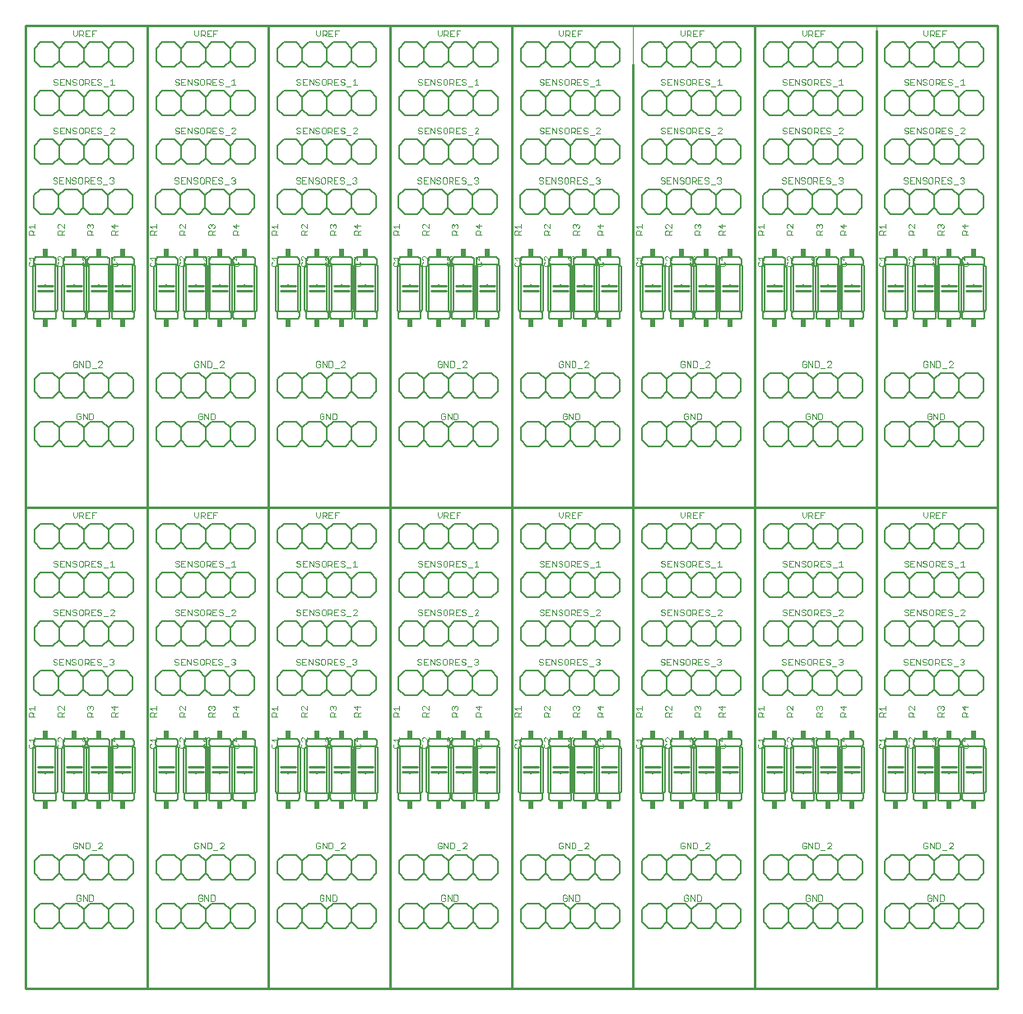
<source format=gto>
G75*
%MOIN*%
%OFA0B0*%
%FSLAX25Y25*%
%IPPOS*%
%LPD*%
%AMOC8*
5,1,8,0,0,1.08239X$1,22.5*
%
%ADD10C,0.00300*%
%ADD11C,0.01000*%
%ADD12C,0.00000*%
%ADD13C,0.00600*%
%ADD14R,0.02400X0.03400*%
D10*
X0022621Y0036970D02*
X0023440Y0036970D01*
X0023850Y0037379D01*
X0023850Y0038199D01*
X0023031Y0038199D01*
X0023850Y0039018D02*
X0023440Y0039428D01*
X0022621Y0039428D01*
X0022211Y0039018D01*
X0022211Y0037379D01*
X0022621Y0036970D01*
X0024749Y0036970D02*
X0024749Y0039428D01*
X0026387Y0036970D01*
X0026387Y0039428D01*
X0027286Y0039428D02*
X0028515Y0039428D01*
X0028925Y0039018D01*
X0028925Y0037379D01*
X0028515Y0036970D01*
X0027286Y0036970D01*
X0027286Y0039428D01*
X0028333Y0057653D02*
X0029972Y0057653D01*
X0030870Y0058063D02*
X0032509Y0059701D01*
X0032509Y0060111D01*
X0032099Y0060521D01*
X0031280Y0060521D01*
X0030870Y0060111D01*
X0030870Y0058063D02*
X0032509Y0058063D01*
X0027434Y0058472D02*
X0027434Y0060111D01*
X0027024Y0060521D01*
X0025795Y0060521D01*
X0025795Y0058063D01*
X0027024Y0058063D01*
X0027434Y0058472D01*
X0024896Y0058063D02*
X0024896Y0060521D01*
X0023258Y0060521D02*
X0023258Y0058063D01*
X0022359Y0058472D02*
X0022359Y0059292D01*
X0021539Y0059292D01*
X0020720Y0060111D02*
X0020720Y0058472D01*
X0021130Y0058063D01*
X0021949Y0058063D01*
X0022359Y0058472D01*
X0022359Y0060111D02*
X0021949Y0060521D01*
X0021130Y0060521D01*
X0020720Y0060111D01*
X0023258Y0060521D02*
X0024896Y0058063D01*
X0024798Y0098949D02*
X0026436Y0098949D01*
X0026846Y0099359D01*
X0026846Y0100178D01*
X0026436Y0100588D01*
X0026436Y0101487D02*
X0026846Y0101896D01*
X0026846Y0102716D01*
X0026436Y0103125D01*
X0026027Y0103125D01*
X0025617Y0102716D01*
X0025617Y0102306D01*
X0025617Y0102716D02*
X0025207Y0103125D01*
X0024798Y0103125D01*
X0024388Y0102716D01*
X0024388Y0101896D01*
X0024798Y0101487D01*
X0024798Y0100588D02*
X0024388Y0100178D01*
X0024388Y0099359D01*
X0024798Y0098949D01*
X0017003Y0099359D02*
X0017003Y0100178D01*
X0016594Y0100588D01*
X0017003Y0101487D02*
X0015365Y0103125D01*
X0014955Y0103125D01*
X0014545Y0102716D01*
X0014545Y0101896D01*
X0014955Y0101487D01*
X0014955Y0100588D02*
X0014545Y0100178D01*
X0014545Y0099359D01*
X0014955Y0098949D01*
X0016594Y0098949D01*
X0017003Y0099359D01*
X0017003Y0101487D02*
X0017003Y0103125D01*
X0017003Y0111697D02*
X0014545Y0111697D01*
X0014545Y0112926D01*
X0014955Y0113336D01*
X0015774Y0113336D01*
X0016184Y0112926D01*
X0016184Y0111697D01*
X0016184Y0112517D02*
X0017003Y0113336D01*
X0017003Y0114235D02*
X0015365Y0115873D01*
X0014955Y0115873D01*
X0014545Y0115464D01*
X0014545Y0114644D01*
X0014955Y0114235D01*
X0017003Y0114235D02*
X0017003Y0115873D01*
X0026357Y0115464D02*
X0026766Y0115873D01*
X0027176Y0115873D01*
X0027586Y0115464D01*
X0027995Y0115873D01*
X0028405Y0115873D01*
X0028815Y0115464D01*
X0028815Y0114644D01*
X0028405Y0114235D01*
X0028815Y0113336D02*
X0027995Y0112517D01*
X0027995Y0112926D02*
X0027995Y0111697D01*
X0028815Y0111697D02*
X0026357Y0111697D01*
X0026357Y0112926D01*
X0026766Y0113336D01*
X0027586Y0113336D01*
X0027995Y0112926D01*
X0026766Y0114235D02*
X0026357Y0114644D01*
X0026357Y0115464D01*
X0027586Y0115464D02*
X0027586Y0115054D01*
X0036199Y0115464D02*
X0037428Y0114235D01*
X0037428Y0115873D01*
X0038657Y0115464D02*
X0036199Y0115464D01*
X0036609Y0113336D02*
X0037428Y0113336D01*
X0037838Y0112926D01*
X0037838Y0111697D01*
X0038657Y0111697D02*
X0036199Y0111697D01*
X0036199Y0112926D01*
X0036609Y0113336D01*
X0037838Y0112517D02*
X0038657Y0113336D01*
X0037428Y0103125D02*
X0037428Y0101487D01*
X0036199Y0102716D01*
X0038657Y0102716D01*
X0038247Y0100588D02*
X0038657Y0100178D01*
X0038657Y0099359D01*
X0038247Y0098949D01*
X0036609Y0098949D01*
X0036199Y0099359D01*
X0036199Y0100178D01*
X0036609Y0100588D01*
X0051947Y0100178D02*
X0051947Y0099359D01*
X0052357Y0098949D01*
X0053995Y0098949D01*
X0054405Y0099359D01*
X0054405Y0100178D01*
X0053995Y0100588D01*
X0054405Y0101487D02*
X0054405Y0103125D01*
X0054405Y0102306D02*
X0051947Y0102306D01*
X0052766Y0101487D01*
X0052357Y0100588D02*
X0051947Y0100178D01*
X0051947Y0111697D02*
X0051947Y0112926D01*
X0052357Y0113336D01*
X0053176Y0113336D01*
X0053586Y0112926D01*
X0053586Y0111697D01*
X0054405Y0111697D02*
X0051947Y0111697D01*
X0053586Y0112517D02*
X0054405Y0113336D01*
X0054405Y0114235D02*
X0054405Y0115873D01*
X0054405Y0115054D02*
X0051947Y0115054D01*
X0052766Y0114235D01*
X0063758Y0114644D02*
X0064168Y0114235D01*
X0063758Y0114644D02*
X0063758Y0115464D01*
X0064168Y0115873D01*
X0064577Y0115873D01*
X0066216Y0114235D01*
X0066216Y0115873D01*
X0066216Y0113336D02*
X0065397Y0112517D01*
X0065397Y0112926D02*
X0065397Y0111697D01*
X0066216Y0111697D02*
X0063758Y0111697D01*
X0063758Y0112926D01*
X0064168Y0113336D01*
X0064987Y0113336D01*
X0065397Y0112926D01*
X0066216Y0103125D02*
X0066216Y0101487D01*
X0064577Y0103125D01*
X0064168Y0103125D01*
X0063758Y0102716D01*
X0063758Y0101896D01*
X0064168Y0101487D01*
X0064168Y0100588D02*
X0063758Y0100178D01*
X0063758Y0099359D01*
X0064168Y0098949D01*
X0065806Y0098949D01*
X0066216Y0099359D01*
X0066216Y0100178D01*
X0065806Y0100588D01*
X0073601Y0100178D02*
X0073601Y0099359D01*
X0074010Y0098949D01*
X0075649Y0098949D01*
X0076059Y0099359D01*
X0076059Y0100178D01*
X0075649Y0100588D01*
X0075649Y0101487D02*
X0076059Y0101896D01*
X0076059Y0102716D01*
X0075649Y0103125D01*
X0075239Y0103125D01*
X0074830Y0102716D01*
X0074830Y0102306D01*
X0074830Y0102716D02*
X0074420Y0103125D01*
X0074010Y0103125D01*
X0073601Y0102716D01*
X0073601Y0101896D01*
X0074010Y0101487D01*
X0074010Y0100588D02*
X0073601Y0100178D01*
X0075569Y0111697D02*
X0075569Y0112926D01*
X0075979Y0113336D01*
X0076798Y0113336D01*
X0077208Y0112926D01*
X0077208Y0111697D01*
X0078027Y0111697D02*
X0075569Y0111697D01*
X0077208Y0112517D02*
X0078027Y0113336D01*
X0077618Y0114235D02*
X0078027Y0114644D01*
X0078027Y0115464D01*
X0077618Y0115873D01*
X0077208Y0115873D01*
X0076798Y0115464D01*
X0076798Y0115054D01*
X0076798Y0115464D02*
X0076389Y0115873D01*
X0075979Y0115873D01*
X0075569Y0115464D01*
X0075569Y0114644D01*
X0075979Y0114235D01*
X0085412Y0115464D02*
X0086641Y0114235D01*
X0086641Y0115873D01*
X0087870Y0115464D02*
X0085412Y0115464D01*
X0085821Y0113336D02*
X0086641Y0113336D01*
X0087050Y0112926D01*
X0087050Y0111697D01*
X0087050Y0112517D02*
X0087870Y0113336D01*
X0087870Y0111697D02*
X0085412Y0111697D01*
X0085412Y0112926D01*
X0085821Y0113336D01*
X0086641Y0103125D02*
X0086641Y0101487D01*
X0085412Y0102716D01*
X0087870Y0102716D01*
X0087460Y0100588D02*
X0087870Y0100178D01*
X0087870Y0099359D01*
X0087460Y0098949D01*
X0085821Y0098949D01*
X0085412Y0099359D01*
X0085412Y0100178D01*
X0085821Y0100588D01*
X0101160Y0100178D02*
X0101160Y0099359D01*
X0101569Y0098949D01*
X0103208Y0098949D01*
X0103618Y0099359D01*
X0103618Y0100178D01*
X0103208Y0100588D01*
X0103618Y0101487D02*
X0103618Y0103125D01*
X0103618Y0102306D02*
X0101160Y0102306D01*
X0101979Y0101487D01*
X0101569Y0100588D02*
X0101160Y0100178D01*
X0101160Y0111697D02*
X0101160Y0112926D01*
X0101569Y0113336D01*
X0102389Y0113336D01*
X0102798Y0112926D01*
X0102798Y0111697D01*
X0102798Y0112517D02*
X0103618Y0113336D01*
X0103618Y0114235D02*
X0103618Y0115873D01*
X0103618Y0115054D02*
X0101160Y0115054D01*
X0101979Y0114235D01*
X0101160Y0111697D02*
X0103618Y0111697D01*
X0112971Y0111697D02*
X0112971Y0112926D01*
X0113380Y0113336D01*
X0114200Y0113336D01*
X0114609Y0112926D01*
X0114609Y0111697D01*
X0114609Y0112517D02*
X0115429Y0113336D01*
X0115429Y0114235D02*
X0113790Y0115873D01*
X0113380Y0115873D01*
X0112971Y0115464D01*
X0112971Y0114644D01*
X0113380Y0114235D01*
X0115429Y0114235D02*
X0115429Y0115873D01*
X0115429Y0111697D02*
X0112971Y0111697D01*
X0113380Y0103125D02*
X0112971Y0102716D01*
X0112971Y0101896D01*
X0113380Y0101487D01*
X0113380Y0100588D02*
X0112971Y0100178D01*
X0112971Y0099359D01*
X0113380Y0098949D01*
X0115019Y0098949D01*
X0115429Y0099359D01*
X0115429Y0100178D01*
X0115019Y0100588D01*
X0115429Y0101487D02*
X0113790Y0103125D01*
X0113380Y0103125D01*
X0115429Y0103125D02*
X0115429Y0101487D01*
X0122813Y0101896D02*
X0122813Y0102716D01*
X0123223Y0103125D01*
X0123633Y0103125D01*
X0124042Y0102716D01*
X0124452Y0103125D01*
X0124862Y0103125D01*
X0125271Y0102716D01*
X0125271Y0101896D01*
X0124862Y0101487D01*
X0124862Y0100588D02*
X0125271Y0100178D01*
X0125271Y0099359D01*
X0124862Y0098949D01*
X0123223Y0098949D01*
X0122813Y0099359D01*
X0122813Y0100178D01*
X0123223Y0100588D01*
X0123223Y0101487D02*
X0122813Y0101896D01*
X0124042Y0102306D02*
X0124042Y0102716D01*
X0124782Y0111697D02*
X0124782Y0112926D01*
X0125191Y0113336D01*
X0126011Y0113336D01*
X0126420Y0112926D01*
X0126420Y0111697D01*
X0126420Y0112517D02*
X0127240Y0113336D01*
X0126830Y0114235D02*
X0127240Y0114644D01*
X0127240Y0115464D01*
X0126830Y0115873D01*
X0126420Y0115873D01*
X0126011Y0115464D01*
X0126011Y0115054D01*
X0126011Y0115464D02*
X0125601Y0115873D01*
X0125191Y0115873D01*
X0124782Y0115464D01*
X0124782Y0114644D01*
X0125191Y0114235D01*
X0124782Y0111697D02*
X0127240Y0111697D01*
X0134624Y0111697D02*
X0134624Y0112926D01*
X0135034Y0113336D01*
X0135853Y0113336D01*
X0136263Y0112926D01*
X0136263Y0111697D01*
X0137082Y0111697D02*
X0134624Y0111697D01*
X0136263Y0112517D02*
X0137082Y0113336D01*
X0135853Y0114235D02*
X0134624Y0115464D01*
X0137082Y0115464D01*
X0135853Y0115873D02*
X0135853Y0114235D01*
X0135853Y0103125D02*
X0135853Y0101487D01*
X0134624Y0102716D01*
X0137082Y0102716D01*
X0136673Y0100588D02*
X0137082Y0100178D01*
X0137082Y0099359D01*
X0136673Y0098949D01*
X0135034Y0098949D01*
X0134624Y0099359D01*
X0134624Y0100178D01*
X0135034Y0100588D01*
X0150372Y0100178D02*
X0150372Y0099359D01*
X0150782Y0098949D01*
X0152421Y0098949D01*
X0152830Y0099359D01*
X0152830Y0100178D01*
X0152421Y0100588D01*
X0152830Y0101487D02*
X0152830Y0103125D01*
X0152830Y0102306D02*
X0150372Y0102306D01*
X0151192Y0101487D01*
X0150782Y0100588D02*
X0150372Y0100178D01*
X0150372Y0111697D02*
X0150372Y0112926D01*
X0150782Y0113336D01*
X0151601Y0113336D01*
X0152011Y0112926D01*
X0152011Y0111697D01*
X0152830Y0111697D02*
X0150372Y0111697D01*
X0152011Y0112517D02*
X0152830Y0113336D01*
X0152830Y0114235D02*
X0152830Y0115873D01*
X0152830Y0115054D02*
X0150372Y0115054D01*
X0151192Y0114235D01*
X0162183Y0114644D02*
X0162593Y0114235D01*
X0162183Y0114644D02*
X0162183Y0115464D01*
X0162593Y0115873D01*
X0163003Y0115873D01*
X0164641Y0114235D01*
X0164641Y0115873D01*
X0164641Y0113336D02*
X0163822Y0112517D01*
X0163822Y0112926D02*
X0163822Y0111697D01*
X0164641Y0111697D02*
X0162183Y0111697D01*
X0162183Y0112926D01*
X0162593Y0113336D01*
X0163412Y0113336D01*
X0163822Y0112926D01*
X0164641Y0103125D02*
X0164641Y0101487D01*
X0163003Y0103125D01*
X0162593Y0103125D01*
X0162183Y0102716D01*
X0162183Y0101896D01*
X0162593Y0101487D01*
X0162593Y0100588D02*
X0162183Y0100178D01*
X0162183Y0099359D01*
X0162593Y0098949D01*
X0164232Y0098949D01*
X0164641Y0099359D01*
X0164641Y0100178D01*
X0164232Y0100588D01*
X0172026Y0100178D02*
X0172026Y0099359D01*
X0172436Y0098949D01*
X0174074Y0098949D01*
X0174484Y0099359D01*
X0174484Y0100178D01*
X0174074Y0100588D01*
X0174074Y0101487D02*
X0174484Y0101896D01*
X0174484Y0102716D01*
X0174074Y0103125D01*
X0173665Y0103125D01*
X0173255Y0102716D01*
X0173255Y0102306D01*
X0173255Y0102716D02*
X0172845Y0103125D01*
X0172436Y0103125D01*
X0172026Y0102716D01*
X0172026Y0101896D01*
X0172436Y0101487D01*
X0172436Y0100588D02*
X0172026Y0100178D01*
X0173994Y0111697D02*
X0173994Y0112926D01*
X0174404Y0113336D01*
X0175223Y0113336D01*
X0175633Y0112926D01*
X0175633Y0111697D01*
X0176452Y0111697D02*
X0173994Y0111697D01*
X0175633Y0112517D02*
X0176452Y0113336D01*
X0176043Y0114235D02*
X0176452Y0114644D01*
X0176452Y0115464D01*
X0176043Y0115873D01*
X0175633Y0115873D01*
X0175223Y0115464D01*
X0175223Y0115054D01*
X0175223Y0115464D02*
X0174814Y0115873D01*
X0174404Y0115873D01*
X0173994Y0115464D01*
X0173994Y0114644D01*
X0174404Y0114235D01*
X0183837Y0115464D02*
X0185066Y0114235D01*
X0185066Y0115873D01*
X0186295Y0115464D02*
X0183837Y0115464D01*
X0184247Y0113336D02*
X0185066Y0113336D01*
X0185476Y0112926D01*
X0185476Y0111697D01*
X0186295Y0111697D02*
X0183837Y0111697D01*
X0183837Y0112926D01*
X0184247Y0113336D01*
X0185476Y0112517D02*
X0186295Y0113336D01*
X0185066Y0103125D02*
X0185066Y0101487D01*
X0183837Y0102716D01*
X0186295Y0102716D01*
X0185885Y0100588D02*
X0186295Y0100178D01*
X0186295Y0099359D01*
X0185885Y0098949D01*
X0184247Y0098949D01*
X0183837Y0099359D01*
X0183837Y0100178D01*
X0184247Y0100588D01*
X0199585Y0100178D02*
X0199585Y0099359D01*
X0199995Y0098949D01*
X0201633Y0098949D01*
X0202043Y0099359D01*
X0202043Y0100178D01*
X0201633Y0100588D01*
X0202043Y0101487D02*
X0202043Y0103125D01*
X0202043Y0102306D02*
X0199585Y0102306D01*
X0200404Y0101487D01*
X0199995Y0100588D02*
X0199585Y0100178D01*
X0199585Y0111697D02*
X0199585Y0112926D01*
X0199995Y0113336D01*
X0200814Y0113336D01*
X0201224Y0112926D01*
X0201224Y0111697D01*
X0202043Y0111697D02*
X0199585Y0111697D01*
X0201224Y0112517D02*
X0202043Y0113336D01*
X0202043Y0114235D02*
X0202043Y0115873D01*
X0202043Y0115054D02*
X0199585Y0115054D01*
X0200404Y0114235D01*
X0211396Y0114644D02*
X0211806Y0114235D01*
X0211396Y0114644D02*
X0211396Y0115464D01*
X0211806Y0115873D01*
X0212215Y0115873D01*
X0213854Y0114235D01*
X0213854Y0115873D01*
X0213854Y0113336D02*
X0213035Y0112517D01*
X0213035Y0112926D02*
X0213035Y0111697D01*
X0213854Y0111697D02*
X0211396Y0111697D01*
X0211396Y0112926D01*
X0211806Y0113336D01*
X0212625Y0113336D01*
X0213035Y0112926D01*
X0213854Y0103125D02*
X0213854Y0101487D01*
X0212215Y0103125D01*
X0211806Y0103125D01*
X0211396Y0102716D01*
X0211396Y0101896D01*
X0211806Y0101487D01*
X0211806Y0100588D02*
X0211396Y0100178D01*
X0211396Y0099359D01*
X0211806Y0098949D01*
X0213444Y0098949D01*
X0213854Y0099359D01*
X0213854Y0100178D01*
X0213444Y0100588D01*
X0221238Y0100178D02*
X0221238Y0099359D01*
X0221648Y0098949D01*
X0223287Y0098949D01*
X0223696Y0099359D01*
X0223696Y0100178D01*
X0223287Y0100588D01*
X0223287Y0101487D02*
X0223696Y0101896D01*
X0223696Y0102716D01*
X0223287Y0103125D01*
X0222877Y0103125D01*
X0222467Y0102716D01*
X0222467Y0102306D01*
X0222467Y0102716D02*
X0222058Y0103125D01*
X0221648Y0103125D01*
X0221238Y0102716D01*
X0221238Y0101896D01*
X0221648Y0101487D01*
X0221648Y0100588D02*
X0221238Y0100178D01*
X0223207Y0111697D02*
X0223207Y0112926D01*
X0223617Y0113336D01*
X0224436Y0113336D01*
X0224846Y0112926D01*
X0224846Y0111697D01*
X0225665Y0111697D02*
X0223207Y0111697D01*
X0224846Y0112517D02*
X0225665Y0113336D01*
X0225255Y0114235D02*
X0225665Y0114644D01*
X0225665Y0115464D01*
X0225255Y0115873D01*
X0224846Y0115873D01*
X0224436Y0115464D01*
X0224436Y0115054D01*
X0224436Y0115464D02*
X0224026Y0115873D01*
X0223617Y0115873D01*
X0223207Y0115464D01*
X0223207Y0114644D01*
X0223617Y0114235D01*
X0233049Y0115464D02*
X0234278Y0114235D01*
X0234278Y0115873D01*
X0235507Y0115464D02*
X0233049Y0115464D01*
X0233459Y0113336D02*
X0234278Y0113336D01*
X0234688Y0112926D01*
X0234688Y0111697D01*
X0235507Y0111697D02*
X0233049Y0111697D01*
X0233049Y0112926D01*
X0233459Y0113336D01*
X0234688Y0112517D02*
X0235507Y0113336D01*
X0234278Y0103125D02*
X0234278Y0101487D01*
X0233049Y0102716D01*
X0235507Y0102716D01*
X0235098Y0100588D02*
X0235507Y0100178D01*
X0235507Y0099359D01*
X0235098Y0098949D01*
X0233459Y0098949D01*
X0233049Y0099359D01*
X0233049Y0100178D01*
X0233459Y0100588D01*
X0248797Y0100178D02*
X0248797Y0099359D01*
X0249207Y0098949D01*
X0250846Y0098949D01*
X0251255Y0099359D01*
X0251255Y0100178D01*
X0250846Y0100588D01*
X0251255Y0101487D02*
X0251255Y0103125D01*
X0251255Y0102306D02*
X0248797Y0102306D01*
X0249617Y0101487D01*
X0249207Y0100588D02*
X0248797Y0100178D01*
X0248797Y0111697D02*
X0248797Y0112926D01*
X0249207Y0113336D01*
X0250026Y0113336D01*
X0250436Y0112926D01*
X0250436Y0111697D01*
X0251255Y0111697D02*
X0248797Y0111697D01*
X0250436Y0112517D02*
X0251255Y0113336D01*
X0251255Y0114235D02*
X0251255Y0115873D01*
X0251255Y0115054D02*
X0248797Y0115054D01*
X0249617Y0114235D01*
X0260608Y0114644D02*
X0261018Y0114235D01*
X0260608Y0114644D02*
X0260608Y0115464D01*
X0261018Y0115873D01*
X0261428Y0115873D01*
X0263066Y0114235D01*
X0263066Y0115873D01*
X0263066Y0113336D02*
X0262247Y0112517D01*
X0262247Y0112926D02*
X0262247Y0111697D01*
X0263066Y0111697D02*
X0260608Y0111697D01*
X0260608Y0112926D01*
X0261018Y0113336D01*
X0261837Y0113336D01*
X0262247Y0112926D01*
X0261428Y0103125D02*
X0261018Y0103125D01*
X0260608Y0102716D01*
X0260608Y0101896D01*
X0261018Y0101487D01*
X0261018Y0100588D02*
X0260608Y0100178D01*
X0260608Y0099359D01*
X0261018Y0098949D01*
X0262657Y0098949D01*
X0263066Y0099359D01*
X0263066Y0100178D01*
X0262657Y0100588D01*
X0263066Y0101487D02*
X0261428Y0103125D01*
X0263066Y0103125D02*
X0263066Y0101487D01*
X0270451Y0101896D02*
X0270451Y0102716D01*
X0270861Y0103125D01*
X0271270Y0103125D01*
X0271680Y0102716D01*
X0272090Y0103125D01*
X0272499Y0103125D01*
X0272909Y0102716D01*
X0272909Y0101896D01*
X0272499Y0101487D01*
X0272499Y0100588D02*
X0272909Y0100178D01*
X0272909Y0099359D01*
X0272499Y0098949D01*
X0270861Y0098949D01*
X0270451Y0099359D01*
X0270451Y0100178D01*
X0270861Y0100588D01*
X0270861Y0101487D02*
X0270451Y0101896D01*
X0271680Y0102306D02*
X0271680Y0102716D01*
X0272420Y0111697D02*
X0272420Y0112926D01*
X0272829Y0113336D01*
X0273649Y0113336D01*
X0274058Y0112926D01*
X0274058Y0111697D01*
X0274058Y0112517D02*
X0274878Y0113336D01*
X0274468Y0114235D02*
X0274878Y0114644D01*
X0274878Y0115464D01*
X0274468Y0115873D01*
X0274058Y0115873D01*
X0273649Y0115464D01*
X0273649Y0115054D01*
X0273649Y0115464D02*
X0273239Y0115873D01*
X0272829Y0115873D01*
X0272420Y0115464D01*
X0272420Y0114644D01*
X0272829Y0114235D01*
X0272420Y0111697D02*
X0274878Y0111697D01*
X0282262Y0111697D02*
X0282262Y0112926D01*
X0282672Y0113336D01*
X0283491Y0113336D01*
X0283901Y0112926D01*
X0283901Y0111697D01*
X0284720Y0111697D02*
X0282262Y0111697D01*
X0283901Y0112517D02*
X0284720Y0113336D01*
X0283491Y0114235D02*
X0283491Y0115873D01*
X0282262Y0115464D02*
X0283491Y0114235D01*
X0284720Y0115464D02*
X0282262Y0115464D01*
X0283491Y0103125D02*
X0283491Y0101487D01*
X0282262Y0102716D01*
X0284720Y0102716D01*
X0284310Y0100588D02*
X0284720Y0100178D01*
X0284720Y0099359D01*
X0284310Y0098949D01*
X0282672Y0098949D01*
X0282262Y0099359D01*
X0282262Y0100178D01*
X0282672Y0100588D01*
X0298010Y0100178D02*
X0298010Y0099359D01*
X0298420Y0098949D01*
X0300058Y0098949D01*
X0300468Y0099359D01*
X0300468Y0100178D01*
X0300058Y0100588D01*
X0300468Y0101487D02*
X0300468Y0103125D01*
X0300468Y0102306D02*
X0298010Y0102306D01*
X0298829Y0101487D01*
X0298420Y0100588D02*
X0298010Y0100178D01*
X0298010Y0111697D02*
X0298010Y0112926D01*
X0298420Y0113336D01*
X0299239Y0113336D01*
X0299649Y0112926D01*
X0299649Y0111697D01*
X0300468Y0111697D02*
X0298010Y0111697D01*
X0299649Y0112517D02*
X0300468Y0113336D01*
X0300468Y0114235D02*
X0300468Y0115873D01*
X0300468Y0115054D02*
X0298010Y0115054D01*
X0298829Y0114235D01*
X0309821Y0114644D02*
X0310231Y0114235D01*
X0309821Y0114644D02*
X0309821Y0115464D01*
X0310231Y0115873D01*
X0310640Y0115873D01*
X0312279Y0114235D01*
X0312279Y0115873D01*
X0312279Y0113336D02*
X0311460Y0112517D01*
X0311460Y0112926D02*
X0311460Y0111697D01*
X0312279Y0111697D02*
X0309821Y0111697D01*
X0309821Y0112926D01*
X0310231Y0113336D01*
X0311050Y0113336D01*
X0311460Y0112926D01*
X0312279Y0103125D02*
X0312279Y0101487D01*
X0310640Y0103125D01*
X0310231Y0103125D01*
X0309821Y0102716D01*
X0309821Y0101896D01*
X0310231Y0101487D01*
X0310231Y0100588D02*
X0309821Y0100178D01*
X0309821Y0099359D01*
X0310231Y0098949D01*
X0311869Y0098949D01*
X0312279Y0099359D01*
X0312279Y0100178D01*
X0311869Y0100588D01*
X0319664Y0100178D02*
X0319664Y0099359D01*
X0320073Y0098949D01*
X0321712Y0098949D01*
X0322122Y0099359D01*
X0322122Y0100178D01*
X0321712Y0100588D01*
X0321712Y0101487D02*
X0322122Y0101896D01*
X0322122Y0102716D01*
X0321712Y0103125D01*
X0321302Y0103125D01*
X0320893Y0102716D01*
X0320893Y0102306D01*
X0320893Y0102716D02*
X0320483Y0103125D01*
X0320073Y0103125D01*
X0319664Y0102716D01*
X0319664Y0101896D01*
X0320073Y0101487D01*
X0320073Y0100588D02*
X0319664Y0100178D01*
X0321632Y0111697D02*
X0321632Y0112926D01*
X0322042Y0113336D01*
X0322861Y0113336D01*
X0323271Y0112926D01*
X0323271Y0111697D01*
X0324090Y0111697D02*
X0321632Y0111697D01*
X0323271Y0112517D02*
X0324090Y0113336D01*
X0323681Y0114235D02*
X0324090Y0114644D01*
X0324090Y0115464D01*
X0323681Y0115873D01*
X0323271Y0115873D01*
X0322861Y0115464D01*
X0322861Y0115054D01*
X0322861Y0115464D02*
X0322452Y0115873D01*
X0322042Y0115873D01*
X0321632Y0115464D01*
X0321632Y0114644D01*
X0322042Y0114235D01*
X0331475Y0115464D02*
X0332704Y0114235D01*
X0332704Y0115873D01*
X0333933Y0115464D02*
X0331475Y0115464D01*
X0331884Y0113336D02*
X0332704Y0113336D01*
X0333113Y0112926D01*
X0333113Y0111697D01*
X0333113Y0112517D02*
X0333933Y0113336D01*
X0333933Y0111697D02*
X0331475Y0111697D01*
X0331475Y0112926D01*
X0331884Y0113336D01*
X0332704Y0103125D02*
X0332704Y0101487D01*
X0331475Y0102716D01*
X0333933Y0102716D01*
X0333523Y0100588D02*
X0333933Y0100178D01*
X0333933Y0099359D01*
X0333523Y0098949D01*
X0331884Y0098949D01*
X0331475Y0099359D01*
X0331475Y0100178D01*
X0331884Y0100588D01*
X0347223Y0100178D02*
X0347223Y0099359D01*
X0347632Y0098949D01*
X0349271Y0098949D01*
X0349681Y0099359D01*
X0349681Y0100178D01*
X0349271Y0100588D01*
X0349681Y0101487D02*
X0349681Y0103125D01*
X0349681Y0102306D02*
X0347223Y0102306D01*
X0348042Y0101487D01*
X0347632Y0100588D02*
X0347223Y0100178D01*
X0347223Y0111697D02*
X0347223Y0112926D01*
X0347632Y0113336D01*
X0348452Y0113336D01*
X0348861Y0112926D01*
X0348861Y0111697D01*
X0348861Y0112517D02*
X0349681Y0113336D01*
X0349681Y0114235D02*
X0349681Y0115873D01*
X0349681Y0115054D02*
X0347223Y0115054D01*
X0348042Y0114235D01*
X0347223Y0111697D02*
X0349681Y0111697D01*
X0359034Y0111697D02*
X0359034Y0112926D01*
X0359443Y0113336D01*
X0360263Y0113336D01*
X0360672Y0112926D01*
X0360672Y0111697D01*
X0360672Y0112517D02*
X0361492Y0113336D01*
X0361492Y0114235D02*
X0359853Y0115873D01*
X0359443Y0115873D01*
X0359034Y0115464D01*
X0359034Y0114644D01*
X0359443Y0114235D01*
X0361492Y0114235D02*
X0361492Y0115873D01*
X0361492Y0111697D02*
X0359034Y0111697D01*
X0359443Y0103125D02*
X0359034Y0102716D01*
X0359034Y0101896D01*
X0359443Y0101487D01*
X0359443Y0100588D02*
X0359034Y0100178D01*
X0359034Y0099359D01*
X0359443Y0098949D01*
X0361082Y0098949D01*
X0361492Y0099359D01*
X0361492Y0100178D01*
X0361082Y0100588D01*
X0361492Y0101487D02*
X0359853Y0103125D01*
X0359443Y0103125D01*
X0361492Y0103125D02*
X0361492Y0101487D01*
X0368876Y0101896D02*
X0368876Y0102716D01*
X0369286Y0103125D01*
X0369696Y0103125D01*
X0370105Y0102716D01*
X0370515Y0103125D01*
X0370925Y0103125D01*
X0371334Y0102716D01*
X0371334Y0101896D01*
X0370925Y0101487D01*
X0370925Y0100588D02*
X0371334Y0100178D01*
X0371334Y0099359D01*
X0370925Y0098949D01*
X0369286Y0098949D01*
X0368876Y0099359D01*
X0368876Y0100178D01*
X0369286Y0100588D01*
X0369286Y0101487D02*
X0368876Y0101896D01*
X0370105Y0102306D02*
X0370105Y0102716D01*
X0370845Y0111697D02*
X0370845Y0112926D01*
X0371254Y0113336D01*
X0372074Y0113336D01*
X0372483Y0112926D01*
X0372483Y0111697D01*
X0372483Y0112517D02*
X0373303Y0113336D01*
X0372893Y0114235D02*
X0373303Y0114644D01*
X0373303Y0115464D01*
X0372893Y0115873D01*
X0372483Y0115873D01*
X0372074Y0115464D01*
X0372074Y0115054D01*
X0372074Y0115464D02*
X0371664Y0115873D01*
X0371254Y0115873D01*
X0370845Y0115464D01*
X0370845Y0114644D01*
X0371254Y0114235D01*
X0370845Y0111697D02*
X0373303Y0111697D01*
X0380687Y0111697D02*
X0380687Y0112926D01*
X0381097Y0113336D01*
X0381916Y0113336D01*
X0382326Y0112926D01*
X0382326Y0111697D01*
X0383145Y0111697D02*
X0380687Y0111697D01*
X0382326Y0112517D02*
X0383145Y0113336D01*
X0381916Y0114235D02*
X0380687Y0115464D01*
X0383145Y0115464D01*
X0381916Y0115873D02*
X0381916Y0114235D01*
X0381916Y0103125D02*
X0381916Y0101487D01*
X0380687Y0102716D01*
X0383145Y0102716D01*
X0382736Y0100588D02*
X0383145Y0100178D01*
X0383145Y0099359D01*
X0382736Y0098949D01*
X0381097Y0098949D01*
X0380687Y0099359D01*
X0380687Y0100178D01*
X0381097Y0100588D01*
X0379077Y0132023D02*
X0377438Y0132023D01*
X0376539Y0132842D02*
X0376130Y0132433D01*
X0375310Y0132433D01*
X0374901Y0132842D01*
X0375310Y0133662D02*
X0376130Y0133662D01*
X0376539Y0133252D01*
X0376539Y0132842D01*
X0375310Y0133662D02*
X0374901Y0134071D01*
X0374901Y0134481D01*
X0375310Y0134891D01*
X0376130Y0134891D01*
X0376539Y0134481D01*
X0374002Y0134891D02*
X0372363Y0134891D01*
X0372363Y0132433D01*
X0374002Y0132433D01*
X0373182Y0133662D02*
X0372363Y0133662D01*
X0371464Y0133662D02*
X0371054Y0133252D01*
X0369825Y0133252D01*
X0369825Y0132433D02*
X0369825Y0134891D01*
X0371054Y0134891D01*
X0371464Y0134481D01*
X0371464Y0133662D01*
X0370645Y0133252D02*
X0371464Y0132433D01*
X0368926Y0132842D02*
X0368926Y0134481D01*
X0368517Y0134891D01*
X0367697Y0134891D01*
X0367288Y0134481D01*
X0367288Y0132842D01*
X0367697Y0132433D01*
X0368517Y0132433D01*
X0368926Y0132842D01*
X0366389Y0132842D02*
X0365979Y0132433D01*
X0365160Y0132433D01*
X0364750Y0132842D01*
X0365160Y0133662D02*
X0364750Y0134071D01*
X0364750Y0134481D01*
X0365160Y0134891D01*
X0365979Y0134891D01*
X0366389Y0134481D01*
X0365979Y0133662D02*
X0366389Y0133252D01*
X0366389Y0132842D01*
X0365979Y0133662D02*
X0365160Y0133662D01*
X0363851Y0132433D02*
X0363851Y0134891D01*
X0362213Y0134891D02*
X0363851Y0132433D01*
X0362213Y0132433D02*
X0362213Y0134891D01*
X0361314Y0134891D02*
X0359675Y0134891D01*
X0359675Y0132433D01*
X0361314Y0132433D01*
X0360494Y0133662D02*
X0359675Y0133662D01*
X0358776Y0133252D02*
X0358366Y0133662D01*
X0357547Y0133662D01*
X0357137Y0134071D01*
X0357137Y0134481D01*
X0357547Y0134891D01*
X0358366Y0134891D01*
X0358776Y0134481D01*
X0358776Y0133252D02*
X0358776Y0132842D01*
X0358366Y0132433D01*
X0357547Y0132433D01*
X0357137Y0132842D01*
X0357744Y0152551D02*
X0357334Y0152960D01*
X0357744Y0152551D02*
X0358563Y0152551D01*
X0358973Y0152960D01*
X0358973Y0153370D01*
X0358563Y0153780D01*
X0357744Y0153780D01*
X0357334Y0154189D01*
X0357334Y0154599D01*
X0357744Y0155009D01*
X0358563Y0155009D01*
X0358973Y0154599D01*
X0359872Y0155009D02*
X0359872Y0152551D01*
X0361511Y0152551D01*
X0362409Y0152551D02*
X0362409Y0155009D01*
X0364048Y0152551D01*
X0364048Y0155009D01*
X0364947Y0154599D02*
X0364947Y0154189D01*
X0365357Y0153780D01*
X0366176Y0153780D01*
X0366586Y0153370D01*
X0366586Y0152960D01*
X0366176Y0152551D01*
X0365357Y0152551D01*
X0364947Y0152960D01*
X0364947Y0154599D02*
X0365357Y0155009D01*
X0366176Y0155009D01*
X0366586Y0154599D01*
X0367485Y0154599D02*
X0367485Y0152960D01*
X0367894Y0152551D01*
X0368714Y0152551D01*
X0369123Y0152960D01*
X0369123Y0154599D01*
X0368714Y0155009D01*
X0367894Y0155009D01*
X0367485Y0154599D01*
X0370022Y0155009D02*
X0370022Y0152551D01*
X0370022Y0153370D02*
X0371251Y0153370D01*
X0371661Y0153780D01*
X0371661Y0154599D01*
X0371251Y0155009D01*
X0370022Y0155009D01*
X0370842Y0153370D02*
X0371661Y0152551D01*
X0372560Y0152551D02*
X0374199Y0152551D01*
X0375097Y0152960D02*
X0375507Y0152551D01*
X0376326Y0152551D01*
X0376736Y0152960D01*
X0376736Y0153370D01*
X0376326Y0153780D01*
X0375507Y0153780D01*
X0375097Y0154189D01*
X0375097Y0154599D01*
X0375507Y0155009D01*
X0376326Y0155009D01*
X0376736Y0154599D01*
X0374199Y0155009D02*
X0372560Y0155009D01*
X0372560Y0152551D01*
X0372560Y0153780D02*
X0373379Y0153780D01*
X0377635Y0152141D02*
X0379274Y0152141D01*
X0380173Y0152551D02*
X0381811Y0154189D01*
X0381811Y0154599D01*
X0381402Y0155009D01*
X0380582Y0155009D01*
X0380173Y0154599D01*
X0380173Y0152551D02*
X0381811Y0152551D01*
X0381205Y0134891D02*
X0380385Y0134891D01*
X0379976Y0134481D01*
X0380795Y0133662D02*
X0381205Y0133662D01*
X0381614Y0133252D01*
X0381614Y0132842D01*
X0381205Y0132433D01*
X0380385Y0132433D01*
X0379976Y0132842D01*
X0381205Y0133662D02*
X0381614Y0134071D01*
X0381614Y0134481D01*
X0381205Y0134891D01*
X0361511Y0155009D02*
X0359872Y0155009D01*
X0359872Y0153780D02*
X0360691Y0153780D01*
X0359872Y0172236D02*
X0361511Y0172236D01*
X0362409Y0172236D02*
X0362409Y0174694D01*
X0364048Y0172236D01*
X0364048Y0174694D01*
X0364947Y0174284D02*
X0364947Y0173874D01*
X0365357Y0173465D01*
X0366176Y0173465D01*
X0366586Y0173055D01*
X0366586Y0172645D01*
X0366176Y0172236D01*
X0365357Y0172236D01*
X0364947Y0172645D01*
X0364947Y0174284D02*
X0365357Y0174694D01*
X0366176Y0174694D01*
X0366586Y0174284D01*
X0367485Y0174284D02*
X0367485Y0172645D01*
X0367894Y0172236D01*
X0368714Y0172236D01*
X0369123Y0172645D01*
X0369123Y0174284D01*
X0368714Y0174694D01*
X0367894Y0174694D01*
X0367485Y0174284D01*
X0370022Y0174694D02*
X0370022Y0172236D01*
X0370022Y0173055D02*
X0371251Y0173055D01*
X0371661Y0173465D01*
X0371661Y0174284D01*
X0371251Y0174694D01*
X0370022Y0174694D01*
X0370842Y0173055D02*
X0371661Y0172236D01*
X0372560Y0172236D02*
X0374199Y0172236D01*
X0375097Y0172645D02*
X0375507Y0172236D01*
X0376326Y0172236D01*
X0376736Y0172645D01*
X0376736Y0173055D01*
X0376326Y0173465D01*
X0375507Y0173465D01*
X0375097Y0173874D01*
X0375097Y0174284D01*
X0375507Y0174694D01*
X0376326Y0174694D01*
X0376736Y0174284D01*
X0374199Y0174694D02*
X0372560Y0174694D01*
X0372560Y0172236D01*
X0372560Y0173465D02*
X0373379Y0173465D01*
X0377635Y0171826D02*
X0379274Y0171826D01*
X0380173Y0172236D02*
X0381811Y0172236D01*
X0380992Y0172236D02*
X0380992Y0174694D01*
X0380173Y0173874D01*
X0361511Y0174694D02*
X0359872Y0174694D01*
X0359872Y0172236D01*
X0358973Y0172645D02*
X0358563Y0172236D01*
X0357744Y0172236D01*
X0357334Y0172645D01*
X0357744Y0173465D02*
X0358563Y0173465D01*
X0358973Y0173055D01*
X0358973Y0172645D01*
X0359872Y0173465D02*
X0360691Y0173465D01*
X0358973Y0174284D02*
X0358563Y0174694D01*
X0357744Y0174694D01*
X0357334Y0174284D01*
X0357334Y0173874D01*
X0357744Y0173465D01*
X0366028Y0191921D02*
X0366847Y0192740D01*
X0366847Y0194379D01*
X0367746Y0194379D02*
X0368975Y0194379D01*
X0369385Y0193969D01*
X0369385Y0193150D01*
X0368975Y0192740D01*
X0367746Y0192740D01*
X0367746Y0191921D02*
X0367746Y0194379D01*
X0368565Y0192740D02*
X0369385Y0191921D01*
X0370283Y0191921D02*
X0371922Y0191921D01*
X0372821Y0191921D02*
X0372821Y0194379D01*
X0374460Y0194379D01*
X0373640Y0193150D02*
X0372821Y0193150D01*
X0371922Y0194379D02*
X0370283Y0194379D01*
X0370283Y0191921D01*
X0370283Y0193150D02*
X0371103Y0193150D01*
X0366028Y0191921D02*
X0365208Y0192740D01*
X0365208Y0194379D01*
X0331779Y0174694D02*
X0331779Y0172236D01*
X0330960Y0172236D02*
X0332599Y0172236D01*
X0330960Y0173874D02*
X0331779Y0174694D01*
X0330061Y0171826D02*
X0328422Y0171826D01*
X0327524Y0172645D02*
X0327114Y0172236D01*
X0326295Y0172236D01*
X0325885Y0172645D01*
X0326295Y0173465D02*
X0327114Y0173465D01*
X0327524Y0173055D01*
X0327524Y0172645D01*
X0326295Y0173465D02*
X0325885Y0173874D01*
X0325885Y0174284D01*
X0326295Y0174694D01*
X0327114Y0174694D01*
X0327524Y0174284D01*
X0324986Y0174694D02*
X0323347Y0174694D01*
X0323347Y0172236D01*
X0324986Y0172236D01*
X0324167Y0173465D02*
X0323347Y0173465D01*
X0322448Y0173465D02*
X0322039Y0173055D01*
X0320810Y0173055D01*
X0321629Y0173055D02*
X0322448Y0172236D01*
X0322448Y0173465D02*
X0322448Y0174284D01*
X0322039Y0174694D01*
X0320810Y0174694D01*
X0320810Y0172236D01*
X0319911Y0172645D02*
X0319911Y0174284D01*
X0319501Y0174694D01*
X0318682Y0174694D01*
X0318272Y0174284D01*
X0318272Y0172645D01*
X0318682Y0172236D01*
X0319501Y0172236D01*
X0319911Y0172645D01*
X0317373Y0172645D02*
X0316963Y0172236D01*
X0316144Y0172236D01*
X0315734Y0172645D01*
X0316144Y0173465D02*
X0316963Y0173465D01*
X0317373Y0173055D01*
X0317373Y0172645D01*
X0316144Y0173465D02*
X0315734Y0173874D01*
X0315734Y0174284D01*
X0316144Y0174694D01*
X0316963Y0174694D01*
X0317373Y0174284D01*
X0314836Y0174694D02*
X0314836Y0172236D01*
X0313197Y0174694D01*
X0313197Y0172236D01*
X0312298Y0172236D02*
X0310659Y0172236D01*
X0310659Y0174694D01*
X0312298Y0174694D01*
X0311479Y0173465D02*
X0310659Y0173465D01*
X0309760Y0173055D02*
X0309760Y0172645D01*
X0309351Y0172236D01*
X0308531Y0172236D01*
X0308122Y0172645D01*
X0308531Y0173465D02*
X0309351Y0173465D01*
X0309760Y0173055D01*
X0309760Y0174284D02*
X0309351Y0174694D01*
X0308531Y0174694D01*
X0308122Y0174284D01*
X0308122Y0173874D01*
X0308531Y0173465D01*
X0316815Y0191921D02*
X0317634Y0192740D01*
X0317634Y0194379D01*
X0318533Y0194379D02*
X0319762Y0194379D01*
X0320172Y0193969D01*
X0320172Y0193150D01*
X0319762Y0192740D01*
X0318533Y0192740D01*
X0318533Y0191921D02*
X0318533Y0194379D01*
X0319353Y0192740D02*
X0320172Y0191921D01*
X0321071Y0191921D02*
X0322710Y0191921D01*
X0323608Y0191921D02*
X0323608Y0194379D01*
X0325247Y0194379D01*
X0324428Y0193150D02*
X0323608Y0193150D01*
X0322710Y0194379D02*
X0321071Y0194379D01*
X0321071Y0191921D01*
X0321071Y0193150D02*
X0321890Y0193150D01*
X0316815Y0191921D02*
X0315996Y0192740D01*
X0315996Y0194379D01*
X0282567Y0174694D02*
X0282567Y0172236D01*
X0283386Y0172236D02*
X0281747Y0172236D01*
X0280849Y0171826D02*
X0279210Y0171826D01*
X0278311Y0172645D02*
X0277901Y0172236D01*
X0277082Y0172236D01*
X0276672Y0172645D01*
X0277082Y0173465D02*
X0277901Y0173465D01*
X0278311Y0173055D01*
X0278311Y0172645D01*
X0277082Y0173465D02*
X0276672Y0173874D01*
X0276672Y0174284D01*
X0277082Y0174694D01*
X0277901Y0174694D01*
X0278311Y0174284D01*
X0275773Y0174694D02*
X0274135Y0174694D01*
X0274135Y0172236D01*
X0275773Y0172236D01*
X0274954Y0173465D02*
X0274135Y0173465D01*
X0273236Y0173465D02*
X0272826Y0173055D01*
X0271597Y0173055D01*
X0271597Y0172236D02*
X0271597Y0174694D01*
X0272826Y0174694D01*
X0273236Y0174284D01*
X0273236Y0173465D01*
X0272416Y0173055D02*
X0273236Y0172236D01*
X0270698Y0172645D02*
X0270698Y0174284D01*
X0270288Y0174694D01*
X0269469Y0174694D01*
X0269059Y0174284D01*
X0269059Y0172645D01*
X0269469Y0172236D01*
X0270288Y0172236D01*
X0270698Y0172645D01*
X0268161Y0172645D02*
X0268161Y0173055D01*
X0267751Y0173465D01*
X0266932Y0173465D01*
X0266522Y0173874D01*
X0266522Y0174284D01*
X0266932Y0174694D01*
X0267751Y0174694D01*
X0268161Y0174284D01*
X0268161Y0172645D02*
X0267751Y0172236D01*
X0266932Y0172236D01*
X0266522Y0172645D01*
X0265623Y0172236D02*
X0265623Y0174694D01*
X0263984Y0174694D02*
X0265623Y0172236D01*
X0263984Y0172236D02*
X0263984Y0174694D01*
X0263085Y0174694D02*
X0261447Y0174694D01*
X0261447Y0172236D01*
X0263085Y0172236D01*
X0262266Y0173465D02*
X0261447Y0173465D01*
X0260548Y0173055D02*
X0260548Y0172645D01*
X0260138Y0172236D01*
X0259319Y0172236D01*
X0258909Y0172645D01*
X0259319Y0173465D02*
X0260138Y0173465D01*
X0260548Y0173055D01*
X0260548Y0174284D02*
X0260138Y0174694D01*
X0259319Y0174694D01*
X0258909Y0174284D01*
X0258909Y0173874D01*
X0259319Y0173465D01*
X0267602Y0191921D02*
X0268422Y0192740D01*
X0268422Y0194379D01*
X0269321Y0194379D02*
X0270550Y0194379D01*
X0270959Y0193969D01*
X0270959Y0193150D01*
X0270550Y0192740D01*
X0269321Y0192740D01*
X0270140Y0192740D02*
X0270959Y0191921D01*
X0271858Y0191921D02*
X0273497Y0191921D01*
X0274396Y0191921D02*
X0274396Y0194379D01*
X0276035Y0194379D01*
X0275215Y0193150D02*
X0274396Y0193150D01*
X0273497Y0194379D02*
X0271858Y0194379D01*
X0271858Y0191921D01*
X0271858Y0193150D02*
X0272678Y0193150D01*
X0269321Y0191921D02*
X0269321Y0194379D01*
X0266783Y0194379D02*
X0266783Y0192740D01*
X0267602Y0191921D01*
X0282567Y0174694D02*
X0281747Y0173874D01*
X0282157Y0155009D02*
X0281747Y0154599D01*
X0282157Y0155009D02*
X0282976Y0155009D01*
X0283386Y0154599D01*
X0283386Y0154189D01*
X0281747Y0152551D01*
X0283386Y0152551D01*
X0280849Y0152141D02*
X0279210Y0152141D01*
X0278311Y0152960D02*
X0277901Y0152551D01*
X0277082Y0152551D01*
X0276672Y0152960D01*
X0277082Y0153780D02*
X0277901Y0153780D01*
X0278311Y0153370D01*
X0278311Y0152960D01*
X0277082Y0153780D02*
X0276672Y0154189D01*
X0276672Y0154599D01*
X0277082Y0155009D01*
X0277901Y0155009D01*
X0278311Y0154599D01*
X0275773Y0155009D02*
X0274135Y0155009D01*
X0274135Y0152551D01*
X0275773Y0152551D01*
X0274954Y0153780D02*
X0274135Y0153780D01*
X0273236Y0153780D02*
X0272826Y0153370D01*
X0271597Y0153370D01*
X0271597Y0152551D02*
X0271597Y0155009D01*
X0272826Y0155009D01*
X0273236Y0154599D01*
X0273236Y0153780D01*
X0272416Y0153370D02*
X0273236Y0152551D01*
X0270698Y0152960D02*
X0270698Y0154599D01*
X0270288Y0155009D01*
X0269469Y0155009D01*
X0269059Y0154599D01*
X0269059Y0152960D01*
X0269469Y0152551D01*
X0270288Y0152551D01*
X0270698Y0152960D01*
X0268161Y0152960D02*
X0268161Y0153370D01*
X0267751Y0153780D01*
X0266932Y0153780D01*
X0266522Y0154189D01*
X0266522Y0154599D01*
X0266932Y0155009D01*
X0267751Y0155009D01*
X0268161Y0154599D01*
X0268161Y0152960D02*
X0267751Y0152551D01*
X0266932Y0152551D01*
X0266522Y0152960D01*
X0265623Y0152551D02*
X0265623Y0155009D01*
X0263984Y0155009D02*
X0265623Y0152551D01*
X0263984Y0152551D02*
X0263984Y0155009D01*
X0263085Y0155009D02*
X0261447Y0155009D01*
X0261447Y0152551D01*
X0263085Y0152551D01*
X0262266Y0153780D02*
X0261447Y0153780D01*
X0260548Y0153370D02*
X0260548Y0152960D01*
X0260138Y0152551D01*
X0259319Y0152551D01*
X0258909Y0152960D01*
X0259319Y0153780D02*
X0260138Y0153780D01*
X0260548Y0153370D01*
X0260548Y0154599D02*
X0260138Y0155009D01*
X0259319Y0155009D01*
X0258909Y0154599D01*
X0258909Y0154189D01*
X0259319Y0153780D01*
X0259122Y0134891D02*
X0258712Y0134481D01*
X0258712Y0134071D01*
X0259122Y0133662D01*
X0259941Y0133662D01*
X0260351Y0133252D01*
X0260351Y0132842D01*
X0259941Y0132433D01*
X0259122Y0132433D01*
X0258712Y0132842D01*
X0259122Y0134891D02*
X0259941Y0134891D01*
X0260351Y0134481D01*
X0261250Y0134891D02*
X0261250Y0132433D01*
X0262888Y0132433D01*
X0263787Y0132433D02*
X0263787Y0134891D01*
X0265426Y0132433D01*
X0265426Y0134891D01*
X0266325Y0134481D02*
X0266325Y0134071D01*
X0266735Y0133662D01*
X0267554Y0133662D01*
X0267964Y0133252D01*
X0267964Y0132842D01*
X0267554Y0132433D01*
X0266735Y0132433D01*
X0266325Y0132842D01*
X0266325Y0134481D02*
X0266735Y0134891D01*
X0267554Y0134891D01*
X0267964Y0134481D01*
X0268863Y0134481D02*
X0268863Y0132842D01*
X0269272Y0132433D01*
X0270092Y0132433D01*
X0270501Y0132842D01*
X0270501Y0134481D01*
X0270092Y0134891D01*
X0269272Y0134891D01*
X0268863Y0134481D01*
X0271400Y0134891D02*
X0271400Y0132433D01*
X0271400Y0133252D02*
X0272629Y0133252D01*
X0273039Y0133662D01*
X0273039Y0134481D01*
X0272629Y0134891D01*
X0271400Y0134891D01*
X0272220Y0133252D02*
X0273039Y0132433D01*
X0273938Y0132433D02*
X0273938Y0134891D01*
X0275576Y0134891D01*
X0276475Y0134481D02*
X0276475Y0134071D01*
X0276885Y0133662D01*
X0277704Y0133662D01*
X0278114Y0133252D01*
X0278114Y0132842D01*
X0277704Y0132433D01*
X0276885Y0132433D01*
X0276475Y0132842D01*
X0275576Y0132433D02*
X0273938Y0132433D01*
X0273938Y0133662D02*
X0274757Y0133662D01*
X0276475Y0134481D02*
X0276885Y0134891D01*
X0277704Y0134891D01*
X0278114Y0134481D01*
X0279013Y0132023D02*
X0280652Y0132023D01*
X0281551Y0132842D02*
X0281960Y0132433D01*
X0282780Y0132433D01*
X0283189Y0132842D01*
X0283189Y0133252D01*
X0282780Y0133662D01*
X0282370Y0133662D01*
X0282780Y0133662D02*
X0283189Y0134071D01*
X0283189Y0134481D01*
X0282780Y0134891D01*
X0281960Y0134891D01*
X0281551Y0134481D01*
X0262888Y0134891D02*
X0261250Y0134891D01*
X0261250Y0133662D02*
X0262069Y0133662D01*
X0234174Y0152551D02*
X0232535Y0152551D01*
X0234174Y0154189D01*
X0234174Y0154599D01*
X0233764Y0155009D01*
X0232945Y0155009D01*
X0232535Y0154599D01*
X0231636Y0152141D02*
X0229997Y0152141D01*
X0229098Y0152960D02*
X0228689Y0152551D01*
X0227869Y0152551D01*
X0227460Y0152960D01*
X0227869Y0153780D02*
X0228689Y0153780D01*
X0229098Y0153370D01*
X0229098Y0152960D01*
X0227869Y0153780D02*
X0227460Y0154189D01*
X0227460Y0154599D01*
X0227869Y0155009D01*
X0228689Y0155009D01*
X0229098Y0154599D01*
X0226561Y0155009D02*
X0224922Y0155009D01*
X0224922Y0152551D01*
X0226561Y0152551D01*
X0225741Y0153780D02*
X0224922Y0153780D01*
X0224023Y0153780D02*
X0223613Y0153370D01*
X0222384Y0153370D01*
X0222384Y0152551D02*
X0222384Y0155009D01*
X0223613Y0155009D01*
X0224023Y0154599D01*
X0224023Y0153780D01*
X0223204Y0153370D02*
X0224023Y0152551D01*
X0221486Y0152960D02*
X0221486Y0154599D01*
X0221076Y0155009D01*
X0220257Y0155009D01*
X0219847Y0154599D01*
X0219847Y0152960D01*
X0220257Y0152551D01*
X0221076Y0152551D01*
X0221486Y0152960D01*
X0218948Y0152960D02*
X0218538Y0152551D01*
X0217719Y0152551D01*
X0217309Y0152960D01*
X0217719Y0153780D02*
X0218538Y0153780D01*
X0218948Y0153370D01*
X0218948Y0152960D01*
X0217719Y0153780D02*
X0217309Y0154189D01*
X0217309Y0154599D01*
X0217719Y0155009D01*
X0218538Y0155009D01*
X0218948Y0154599D01*
X0216410Y0155009D02*
X0216410Y0152551D01*
X0214772Y0155009D01*
X0214772Y0152551D01*
X0213873Y0152551D02*
X0212234Y0152551D01*
X0212234Y0155009D01*
X0213873Y0155009D01*
X0213053Y0153780D02*
X0212234Y0153780D01*
X0211335Y0153370D02*
X0211335Y0152960D01*
X0210925Y0152551D01*
X0210106Y0152551D01*
X0209696Y0152960D01*
X0210106Y0153780D02*
X0210925Y0153780D01*
X0211335Y0153370D01*
X0211335Y0154599D02*
X0210925Y0155009D01*
X0210106Y0155009D01*
X0209696Y0154599D01*
X0209696Y0154189D01*
X0210106Y0153780D01*
X0210106Y0172236D02*
X0209696Y0172645D01*
X0210106Y0172236D02*
X0210925Y0172236D01*
X0211335Y0172645D01*
X0211335Y0173055D01*
X0210925Y0173465D01*
X0210106Y0173465D01*
X0209696Y0173874D01*
X0209696Y0174284D01*
X0210106Y0174694D01*
X0210925Y0174694D01*
X0211335Y0174284D01*
X0212234Y0174694D02*
X0212234Y0172236D01*
X0213873Y0172236D01*
X0214772Y0172236D02*
X0214772Y0174694D01*
X0216410Y0172236D01*
X0216410Y0174694D01*
X0217309Y0174284D02*
X0217309Y0173874D01*
X0217719Y0173465D01*
X0218538Y0173465D01*
X0218948Y0173055D01*
X0218948Y0172645D01*
X0218538Y0172236D01*
X0217719Y0172236D01*
X0217309Y0172645D01*
X0217309Y0174284D02*
X0217719Y0174694D01*
X0218538Y0174694D01*
X0218948Y0174284D01*
X0219847Y0174284D02*
X0219847Y0172645D01*
X0220257Y0172236D01*
X0221076Y0172236D01*
X0221486Y0172645D01*
X0221486Y0174284D01*
X0221076Y0174694D01*
X0220257Y0174694D01*
X0219847Y0174284D01*
X0222384Y0174694D02*
X0222384Y0172236D01*
X0222384Y0173055D02*
X0223613Y0173055D01*
X0224023Y0173465D01*
X0224023Y0174284D01*
X0223613Y0174694D01*
X0222384Y0174694D01*
X0223204Y0173055D02*
X0224023Y0172236D01*
X0224922Y0172236D02*
X0226561Y0172236D01*
X0227460Y0172645D02*
X0227869Y0172236D01*
X0228689Y0172236D01*
X0229098Y0172645D01*
X0229098Y0173055D01*
X0228689Y0173465D01*
X0227869Y0173465D01*
X0227460Y0173874D01*
X0227460Y0174284D01*
X0227869Y0174694D01*
X0228689Y0174694D01*
X0229098Y0174284D01*
X0226561Y0174694D02*
X0224922Y0174694D01*
X0224922Y0172236D01*
X0224922Y0173465D02*
X0225741Y0173465D01*
X0229997Y0171826D02*
X0231636Y0171826D01*
X0232535Y0172236D02*
X0234174Y0172236D01*
X0233354Y0172236D02*
X0233354Y0174694D01*
X0232535Y0173874D01*
X0225183Y0191921D02*
X0225183Y0194379D01*
X0226822Y0194379D01*
X0226003Y0193150D02*
X0225183Y0193150D01*
X0224284Y0194379D02*
X0222646Y0194379D01*
X0222646Y0191921D01*
X0224284Y0191921D01*
X0223465Y0193150D02*
X0222646Y0193150D01*
X0221747Y0193150D02*
X0221337Y0192740D01*
X0220108Y0192740D01*
X0220108Y0191921D02*
X0220108Y0194379D01*
X0221337Y0194379D01*
X0221747Y0193969D01*
X0221747Y0193150D01*
X0220927Y0192740D02*
X0221747Y0191921D01*
X0219209Y0192740D02*
X0218390Y0191921D01*
X0217570Y0192740D01*
X0217570Y0194379D01*
X0219209Y0194379D02*
X0219209Y0192740D01*
X0213873Y0174694D02*
X0212234Y0174694D01*
X0212234Y0173465D02*
X0213053Y0173465D01*
X0184961Y0172236D02*
X0183322Y0172236D01*
X0184142Y0172236D02*
X0184142Y0174694D01*
X0183322Y0173874D01*
X0182423Y0171826D02*
X0180785Y0171826D01*
X0179886Y0172645D02*
X0179476Y0172236D01*
X0178657Y0172236D01*
X0178247Y0172645D01*
X0178657Y0173465D02*
X0178247Y0173874D01*
X0178247Y0174284D01*
X0178657Y0174694D01*
X0179476Y0174694D01*
X0179886Y0174284D01*
X0179476Y0173465D02*
X0179886Y0173055D01*
X0179886Y0172645D01*
X0179476Y0173465D02*
X0178657Y0173465D01*
X0177348Y0174694D02*
X0175709Y0174694D01*
X0175709Y0172236D01*
X0177348Y0172236D01*
X0176529Y0173465D02*
X0175709Y0173465D01*
X0174811Y0173465D02*
X0174401Y0173055D01*
X0173172Y0173055D01*
X0173172Y0172236D02*
X0173172Y0174694D01*
X0174401Y0174694D01*
X0174811Y0174284D01*
X0174811Y0173465D01*
X0173991Y0173055D02*
X0174811Y0172236D01*
X0172273Y0172645D02*
X0172273Y0174284D01*
X0171863Y0174694D01*
X0171044Y0174694D01*
X0170634Y0174284D01*
X0170634Y0172645D01*
X0171044Y0172236D01*
X0171863Y0172236D01*
X0172273Y0172645D01*
X0169735Y0172645D02*
X0169735Y0173055D01*
X0169326Y0173465D01*
X0168506Y0173465D01*
X0168097Y0173874D01*
X0168097Y0174284D01*
X0168506Y0174694D01*
X0169326Y0174694D01*
X0169735Y0174284D01*
X0169735Y0172645D02*
X0169326Y0172236D01*
X0168506Y0172236D01*
X0168097Y0172645D01*
X0167198Y0172236D02*
X0167198Y0174694D01*
X0165559Y0174694D02*
X0165559Y0172236D01*
X0164660Y0172236D02*
X0163021Y0172236D01*
X0163021Y0174694D01*
X0164660Y0174694D01*
X0165559Y0174694D02*
X0167198Y0172236D01*
X0163841Y0173465D02*
X0163021Y0173465D01*
X0162123Y0173055D02*
X0162123Y0172645D01*
X0161713Y0172236D01*
X0160894Y0172236D01*
X0160484Y0172645D01*
X0160894Y0173465D02*
X0161713Y0173465D01*
X0162123Y0173055D01*
X0162123Y0174284D02*
X0161713Y0174694D01*
X0160894Y0174694D01*
X0160484Y0174284D01*
X0160484Y0173874D01*
X0160894Y0173465D01*
X0169177Y0191921D02*
X0169997Y0192740D01*
X0169997Y0194379D01*
X0170895Y0194379D02*
X0170895Y0191921D01*
X0170895Y0192740D02*
X0172124Y0192740D01*
X0172534Y0193150D01*
X0172534Y0193969D01*
X0172124Y0194379D01*
X0170895Y0194379D01*
X0171715Y0192740D02*
X0172534Y0191921D01*
X0173433Y0191921D02*
X0175072Y0191921D01*
X0175971Y0191921D02*
X0175971Y0194379D01*
X0177609Y0194379D01*
X0176790Y0193150D02*
X0175971Y0193150D01*
X0175072Y0194379D02*
X0173433Y0194379D01*
X0173433Y0191921D01*
X0173433Y0193150D02*
X0174252Y0193150D01*
X0169177Y0191921D02*
X0168358Y0192740D01*
X0168358Y0194379D01*
X0134929Y0174694D02*
X0134929Y0172236D01*
X0134110Y0172236D02*
X0135748Y0172236D01*
X0134110Y0173874D02*
X0134929Y0174694D01*
X0133211Y0171826D02*
X0131572Y0171826D01*
X0130673Y0172645D02*
X0130673Y0173055D01*
X0130263Y0173465D01*
X0129444Y0173465D01*
X0129034Y0173874D01*
X0129034Y0174284D01*
X0129444Y0174694D01*
X0130263Y0174694D01*
X0130673Y0174284D01*
X0130673Y0172645D02*
X0130263Y0172236D01*
X0129444Y0172236D01*
X0129034Y0172645D01*
X0128136Y0172236D02*
X0126497Y0172236D01*
X0126497Y0174694D01*
X0128136Y0174694D01*
X0127316Y0173465D02*
X0126497Y0173465D01*
X0125598Y0173465D02*
X0125188Y0173055D01*
X0123959Y0173055D01*
X0123959Y0172236D02*
X0123959Y0174694D01*
X0125188Y0174694D01*
X0125598Y0174284D01*
X0125598Y0173465D01*
X0124779Y0173055D02*
X0125598Y0172236D01*
X0123060Y0172645D02*
X0123060Y0174284D01*
X0122651Y0174694D01*
X0121831Y0174694D01*
X0121422Y0174284D01*
X0121422Y0172645D01*
X0121831Y0172236D01*
X0122651Y0172236D01*
X0123060Y0172645D01*
X0120523Y0172645D02*
X0120523Y0173055D01*
X0120113Y0173465D01*
X0119294Y0173465D01*
X0118884Y0173874D01*
X0118884Y0174284D01*
X0119294Y0174694D01*
X0120113Y0174694D01*
X0120523Y0174284D01*
X0120523Y0172645D02*
X0120113Y0172236D01*
X0119294Y0172236D01*
X0118884Y0172645D01*
X0117985Y0172236D02*
X0117985Y0174694D01*
X0116346Y0174694D02*
X0117985Y0172236D01*
X0116346Y0172236D02*
X0116346Y0174694D01*
X0115448Y0174694D02*
X0113809Y0174694D01*
X0113809Y0172236D01*
X0115448Y0172236D01*
X0114628Y0173465D02*
X0113809Y0173465D01*
X0112910Y0173055D02*
X0112910Y0172645D01*
X0112500Y0172236D01*
X0111681Y0172236D01*
X0111271Y0172645D01*
X0111681Y0173465D02*
X0112500Y0173465D01*
X0112910Y0173055D01*
X0112910Y0174284D02*
X0112500Y0174694D01*
X0111681Y0174694D01*
X0111271Y0174284D01*
X0111271Y0173874D01*
X0111681Y0173465D01*
X0119965Y0191921D02*
X0120784Y0192740D01*
X0120784Y0194379D01*
X0121683Y0194379D02*
X0122912Y0194379D01*
X0123322Y0193969D01*
X0123322Y0193150D01*
X0122912Y0192740D01*
X0121683Y0192740D01*
X0121683Y0191921D02*
X0121683Y0194379D01*
X0122502Y0192740D02*
X0123322Y0191921D01*
X0124220Y0191921D02*
X0125859Y0191921D01*
X0126758Y0191921D02*
X0126758Y0194379D01*
X0128397Y0194379D01*
X0127577Y0193150D02*
X0126758Y0193150D01*
X0125859Y0194379D02*
X0124220Y0194379D01*
X0124220Y0191921D01*
X0124220Y0193150D02*
X0125040Y0193150D01*
X0119965Y0191921D02*
X0119145Y0192740D01*
X0119145Y0194379D01*
X0085716Y0174694D02*
X0085716Y0172236D01*
X0084897Y0172236D02*
X0086536Y0172236D01*
X0084897Y0173874D02*
X0085716Y0174694D01*
X0083998Y0171826D02*
X0082359Y0171826D01*
X0081461Y0172645D02*
X0081051Y0172236D01*
X0080232Y0172236D01*
X0079822Y0172645D01*
X0080232Y0173465D02*
X0081051Y0173465D01*
X0081461Y0173055D01*
X0081461Y0172645D01*
X0080232Y0173465D02*
X0079822Y0173874D01*
X0079822Y0174284D01*
X0080232Y0174694D01*
X0081051Y0174694D01*
X0081461Y0174284D01*
X0078923Y0174694D02*
X0077284Y0174694D01*
X0077284Y0172236D01*
X0078923Y0172236D01*
X0078104Y0173465D02*
X0077284Y0173465D01*
X0076385Y0173465D02*
X0075976Y0173055D01*
X0074747Y0173055D01*
X0075566Y0173055D02*
X0076385Y0172236D01*
X0076385Y0173465D02*
X0076385Y0174284D01*
X0075976Y0174694D01*
X0074747Y0174694D01*
X0074747Y0172236D01*
X0073848Y0172645D02*
X0073848Y0174284D01*
X0073438Y0174694D01*
X0072619Y0174694D01*
X0072209Y0174284D01*
X0072209Y0172645D01*
X0072619Y0172236D01*
X0073438Y0172236D01*
X0073848Y0172645D01*
X0071310Y0172645D02*
X0071310Y0173055D01*
X0070900Y0173465D01*
X0070081Y0173465D01*
X0069671Y0173874D01*
X0069671Y0174284D01*
X0070081Y0174694D01*
X0070900Y0174694D01*
X0071310Y0174284D01*
X0071310Y0172645D02*
X0070900Y0172236D01*
X0070081Y0172236D01*
X0069671Y0172645D01*
X0068773Y0172236D02*
X0068773Y0174694D01*
X0067134Y0174694D02*
X0067134Y0172236D01*
X0066235Y0172236D02*
X0064596Y0172236D01*
X0064596Y0174694D01*
X0066235Y0174694D01*
X0067134Y0174694D02*
X0068773Y0172236D01*
X0065416Y0173465D02*
X0064596Y0173465D01*
X0063697Y0173055D02*
X0063697Y0172645D01*
X0063288Y0172236D01*
X0062468Y0172236D01*
X0062059Y0172645D01*
X0062468Y0173465D02*
X0063288Y0173465D01*
X0063697Y0173055D01*
X0063697Y0174284D02*
X0063288Y0174694D01*
X0062468Y0174694D01*
X0062059Y0174284D01*
X0062059Y0173874D01*
X0062468Y0173465D01*
X0070752Y0191921D02*
X0071571Y0192740D01*
X0071571Y0194379D01*
X0072470Y0194379D02*
X0073699Y0194379D01*
X0074109Y0193969D01*
X0074109Y0193150D01*
X0073699Y0192740D01*
X0072470Y0192740D01*
X0072470Y0191921D02*
X0072470Y0194379D01*
X0073290Y0192740D02*
X0074109Y0191921D01*
X0075008Y0191921D02*
X0076647Y0191921D01*
X0077545Y0191921D02*
X0077545Y0194379D01*
X0079184Y0194379D01*
X0078365Y0193150D02*
X0077545Y0193150D01*
X0076647Y0194379D02*
X0075008Y0194379D01*
X0075008Y0191921D01*
X0075008Y0193150D02*
X0075827Y0193150D01*
X0070752Y0191921D02*
X0069933Y0192740D01*
X0069933Y0194379D01*
X0036504Y0174694D02*
X0036504Y0172236D01*
X0037323Y0172236D02*
X0035684Y0172236D01*
X0034786Y0171826D02*
X0033147Y0171826D01*
X0032248Y0172645D02*
X0031838Y0172236D01*
X0031019Y0172236D01*
X0030609Y0172645D01*
X0031019Y0173465D02*
X0031838Y0173465D01*
X0032248Y0173055D01*
X0032248Y0172645D01*
X0031019Y0173465D02*
X0030609Y0173874D01*
X0030609Y0174284D01*
X0031019Y0174694D01*
X0031838Y0174694D01*
X0032248Y0174284D01*
X0029710Y0174694D02*
X0028072Y0174694D01*
X0028072Y0172236D01*
X0029710Y0172236D01*
X0028891Y0173465D02*
X0028072Y0173465D01*
X0027173Y0173465D02*
X0026763Y0173055D01*
X0025534Y0173055D01*
X0025534Y0172236D02*
X0025534Y0174694D01*
X0026763Y0174694D01*
X0027173Y0174284D01*
X0027173Y0173465D01*
X0026353Y0173055D02*
X0027173Y0172236D01*
X0024635Y0172645D02*
X0024635Y0174284D01*
X0024225Y0174694D01*
X0023406Y0174694D01*
X0022996Y0174284D01*
X0022996Y0172645D01*
X0023406Y0172236D01*
X0024225Y0172236D01*
X0024635Y0172645D01*
X0022098Y0172645D02*
X0022098Y0173055D01*
X0021688Y0173465D01*
X0020869Y0173465D01*
X0020459Y0173874D01*
X0020459Y0174284D01*
X0020869Y0174694D01*
X0021688Y0174694D01*
X0022098Y0174284D01*
X0022098Y0172645D02*
X0021688Y0172236D01*
X0020869Y0172236D01*
X0020459Y0172645D01*
X0019560Y0172236D02*
X0019560Y0174694D01*
X0017921Y0174694D02*
X0019560Y0172236D01*
X0017921Y0172236D02*
X0017921Y0174694D01*
X0017022Y0174694D02*
X0015384Y0174694D01*
X0015384Y0172236D01*
X0017022Y0172236D01*
X0016203Y0173465D02*
X0015384Y0173465D01*
X0014485Y0173055D02*
X0014485Y0172645D01*
X0014075Y0172236D01*
X0013256Y0172236D01*
X0012846Y0172645D01*
X0013256Y0173465D02*
X0014075Y0173465D01*
X0014485Y0173055D01*
X0014485Y0174284D02*
X0014075Y0174694D01*
X0013256Y0174694D01*
X0012846Y0174284D01*
X0012846Y0173874D01*
X0013256Y0173465D01*
X0021539Y0191921D02*
X0022359Y0192740D01*
X0022359Y0194379D01*
X0023258Y0194379D02*
X0024487Y0194379D01*
X0024896Y0193969D01*
X0024896Y0193150D01*
X0024487Y0192740D01*
X0023258Y0192740D01*
X0024077Y0192740D02*
X0024896Y0191921D01*
X0025795Y0191921D02*
X0027434Y0191921D01*
X0028333Y0191921D02*
X0028333Y0194379D01*
X0029972Y0194379D01*
X0029152Y0193150D02*
X0028333Y0193150D01*
X0027434Y0194379D02*
X0025795Y0194379D01*
X0025795Y0191921D01*
X0025795Y0193150D02*
X0026615Y0193150D01*
X0023258Y0191921D02*
X0023258Y0194379D01*
X0020720Y0194379D02*
X0020720Y0192740D01*
X0021539Y0191921D01*
X0036504Y0174694D02*
X0035684Y0173874D01*
X0036094Y0155009D02*
X0035684Y0154599D01*
X0036094Y0155009D02*
X0036913Y0155009D01*
X0037323Y0154599D01*
X0037323Y0154189D01*
X0035684Y0152551D01*
X0037323Y0152551D01*
X0034786Y0152141D02*
X0033147Y0152141D01*
X0032248Y0152960D02*
X0031838Y0152551D01*
X0031019Y0152551D01*
X0030609Y0152960D01*
X0031019Y0153780D02*
X0031838Y0153780D01*
X0032248Y0153370D01*
X0032248Y0152960D01*
X0031019Y0153780D02*
X0030609Y0154189D01*
X0030609Y0154599D01*
X0031019Y0155009D01*
X0031838Y0155009D01*
X0032248Y0154599D01*
X0029710Y0155009D02*
X0028072Y0155009D01*
X0028072Y0152551D01*
X0029710Y0152551D01*
X0028891Y0153780D02*
X0028072Y0153780D01*
X0027173Y0153780D02*
X0026763Y0153370D01*
X0025534Y0153370D01*
X0025534Y0152551D02*
X0025534Y0155009D01*
X0026763Y0155009D01*
X0027173Y0154599D01*
X0027173Y0153780D01*
X0026353Y0153370D02*
X0027173Y0152551D01*
X0024635Y0152960D02*
X0024635Y0154599D01*
X0024225Y0155009D01*
X0023406Y0155009D01*
X0022996Y0154599D01*
X0022996Y0152960D01*
X0023406Y0152551D01*
X0024225Y0152551D01*
X0024635Y0152960D01*
X0022098Y0152960D02*
X0022098Y0153370D01*
X0021688Y0153780D01*
X0020869Y0153780D01*
X0020459Y0154189D01*
X0020459Y0154599D01*
X0020869Y0155009D01*
X0021688Y0155009D01*
X0022098Y0154599D01*
X0022098Y0152960D02*
X0021688Y0152551D01*
X0020869Y0152551D01*
X0020459Y0152960D01*
X0019560Y0152551D02*
X0019560Y0155009D01*
X0017921Y0155009D02*
X0019560Y0152551D01*
X0017921Y0152551D02*
X0017921Y0155009D01*
X0017022Y0155009D02*
X0015384Y0155009D01*
X0015384Y0152551D01*
X0017022Y0152551D01*
X0016203Y0153780D02*
X0015384Y0153780D01*
X0014485Y0153370D02*
X0014485Y0152960D01*
X0014075Y0152551D01*
X0013256Y0152551D01*
X0012846Y0152960D01*
X0013256Y0153780D02*
X0014075Y0153780D01*
X0014485Y0153370D01*
X0014485Y0154599D02*
X0014075Y0155009D01*
X0013256Y0155009D01*
X0012846Y0154599D01*
X0012846Y0154189D01*
X0013256Y0153780D01*
X0013059Y0134891D02*
X0012649Y0134481D01*
X0012649Y0134071D01*
X0013059Y0133662D01*
X0013878Y0133662D01*
X0014288Y0133252D01*
X0014288Y0132842D01*
X0013878Y0132433D01*
X0013059Y0132433D01*
X0012649Y0132842D01*
X0013059Y0134891D02*
X0013878Y0134891D01*
X0014288Y0134481D01*
X0015187Y0134891D02*
X0015187Y0132433D01*
X0016825Y0132433D01*
X0017724Y0132433D02*
X0017724Y0134891D01*
X0019363Y0132433D01*
X0019363Y0134891D01*
X0020262Y0134481D02*
X0020262Y0134071D01*
X0020672Y0133662D01*
X0021491Y0133662D01*
X0021901Y0133252D01*
X0021901Y0132842D01*
X0021491Y0132433D01*
X0020672Y0132433D01*
X0020262Y0132842D01*
X0020262Y0134481D02*
X0020672Y0134891D01*
X0021491Y0134891D01*
X0021901Y0134481D01*
X0022800Y0134481D02*
X0022800Y0132842D01*
X0023209Y0132433D01*
X0024029Y0132433D01*
X0024438Y0132842D01*
X0024438Y0134481D01*
X0024029Y0134891D01*
X0023209Y0134891D01*
X0022800Y0134481D01*
X0025337Y0134891D02*
X0025337Y0132433D01*
X0025337Y0133252D02*
X0026566Y0133252D01*
X0026976Y0133662D01*
X0026976Y0134481D01*
X0026566Y0134891D01*
X0025337Y0134891D01*
X0026157Y0133252D02*
X0026976Y0132433D01*
X0027875Y0132433D02*
X0027875Y0134891D01*
X0029513Y0134891D01*
X0030412Y0134481D02*
X0030412Y0134071D01*
X0030822Y0133662D01*
X0031641Y0133662D01*
X0032051Y0133252D01*
X0032051Y0132842D01*
X0031641Y0132433D01*
X0030822Y0132433D01*
X0030412Y0132842D01*
X0029513Y0132433D02*
X0027875Y0132433D01*
X0027875Y0133662D02*
X0028694Y0133662D01*
X0030412Y0134481D02*
X0030822Y0134891D01*
X0031641Y0134891D01*
X0032051Y0134481D01*
X0032950Y0132023D02*
X0034589Y0132023D01*
X0035488Y0132842D02*
X0035897Y0132433D01*
X0036717Y0132433D01*
X0037126Y0132842D01*
X0037126Y0133252D01*
X0036717Y0133662D01*
X0036307Y0133662D01*
X0036717Y0133662D02*
X0037126Y0134071D01*
X0037126Y0134481D01*
X0036717Y0134891D01*
X0035897Y0134891D01*
X0035488Y0134481D01*
X0016825Y0134891D02*
X0015187Y0134891D01*
X0015187Y0133662D02*
X0016006Y0133662D01*
X0005192Y0115873D02*
X0005192Y0114235D01*
X0005192Y0115054D02*
X0002734Y0115054D01*
X0003554Y0114235D01*
X0003963Y0113336D02*
X0004373Y0112926D01*
X0004373Y0111697D01*
X0005192Y0111697D02*
X0002734Y0111697D01*
X0002734Y0112926D01*
X0003144Y0113336D01*
X0003963Y0113336D01*
X0004373Y0112517D02*
X0005192Y0113336D01*
X0005192Y0103125D02*
X0005192Y0101487D01*
X0005192Y0102306D02*
X0002734Y0102306D01*
X0003554Y0101487D01*
X0003144Y0100588D02*
X0002734Y0100178D01*
X0002734Y0099359D01*
X0003144Y0098949D01*
X0004783Y0098949D01*
X0005192Y0099359D01*
X0005192Y0100178D01*
X0004783Y0100588D01*
X0061862Y0132842D02*
X0062271Y0132433D01*
X0063091Y0132433D01*
X0063500Y0132842D01*
X0063500Y0133252D01*
X0063091Y0133662D01*
X0062271Y0133662D01*
X0061862Y0134071D01*
X0061862Y0134481D01*
X0062271Y0134891D01*
X0063091Y0134891D01*
X0063500Y0134481D01*
X0064399Y0134891D02*
X0064399Y0132433D01*
X0066038Y0132433D01*
X0066937Y0132433D02*
X0066937Y0134891D01*
X0068576Y0132433D01*
X0068576Y0134891D01*
X0069475Y0134481D02*
X0069475Y0134071D01*
X0069884Y0133662D01*
X0070704Y0133662D01*
X0071113Y0133252D01*
X0071113Y0132842D01*
X0070704Y0132433D01*
X0069884Y0132433D01*
X0069475Y0132842D01*
X0069475Y0134481D02*
X0069884Y0134891D01*
X0070704Y0134891D01*
X0071113Y0134481D01*
X0072012Y0134481D02*
X0072012Y0132842D01*
X0072422Y0132433D01*
X0073241Y0132433D01*
X0073651Y0132842D01*
X0073651Y0134481D01*
X0073241Y0134891D01*
X0072422Y0134891D01*
X0072012Y0134481D01*
X0074550Y0134891D02*
X0075779Y0134891D01*
X0076188Y0134481D01*
X0076188Y0133662D01*
X0075779Y0133252D01*
X0074550Y0133252D01*
X0075369Y0133252D02*
X0076188Y0132433D01*
X0077087Y0132433D02*
X0078726Y0132433D01*
X0079625Y0132842D02*
X0080035Y0132433D01*
X0080854Y0132433D01*
X0081264Y0132842D01*
X0081264Y0133252D01*
X0080854Y0133662D01*
X0080035Y0133662D01*
X0079625Y0134071D01*
X0079625Y0134481D01*
X0080035Y0134891D01*
X0080854Y0134891D01*
X0081264Y0134481D01*
X0078726Y0134891D02*
X0077087Y0134891D01*
X0077087Y0132433D01*
X0077087Y0133662D02*
X0077907Y0133662D01*
X0074550Y0132433D02*
X0074550Y0134891D01*
X0082163Y0132023D02*
X0083801Y0132023D01*
X0084700Y0132842D02*
X0085110Y0132433D01*
X0085929Y0132433D01*
X0086339Y0132842D01*
X0086339Y0133252D01*
X0085929Y0133662D01*
X0085520Y0133662D01*
X0085929Y0133662D02*
X0086339Y0134071D01*
X0086339Y0134481D01*
X0085929Y0134891D01*
X0085110Y0134891D01*
X0084700Y0134481D01*
X0083998Y0152141D02*
X0082359Y0152141D01*
X0081461Y0152960D02*
X0081051Y0152551D01*
X0080232Y0152551D01*
X0079822Y0152960D01*
X0080232Y0153780D02*
X0081051Y0153780D01*
X0081461Y0153370D01*
X0081461Y0152960D01*
X0080232Y0153780D02*
X0079822Y0154189D01*
X0079822Y0154599D01*
X0080232Y0155009D01*
X0081051Y0155009D01*
X0081461Y0154599D01*
X0078923Y0155009D02*
X0077284Y0155009D01*
X0077284Y0152551D01*
X0078923Y0152551D01*
X0078104Y0153780D02*
X0077284Y0153780D01*
X0076385Y0153780D02*
X0075976Y0153370D01*
X0074747Y0153370D01*
X0075566Y0153370D02*
X0076385Y0152551D01*
X0076385Y0153780D02*
X0076385Y0154599D01*
X0075976Y0155009D01*
X0074747Y0155009D01*
X0074747Y0152551D01*
X0073848Y0152960D02*
X0073848Y0154599D01*
X0073438Y0155009D01*
X0072619Y0155009D01*
X0072209Y0154599D01*
X0072209Y0152960D01*
X0072619Y0152551D01*
X0073438Y0152551D01*
X0073848Y0152960D01*
X0071310Y0152960D02*
X0071310Y0153370D01*
X0070900Y0153780D01*
X0070081Y0153780D01*
X0069671Y0154189D01*
X0069671Y0154599D01*
X0070081Y0155009D01*
X0070900Y0155009D01*
X0071310Y0154599D01*
X0071310Y0152960D02*
X0070900Y0152551D01*
X0070081Y0152551D01*
X0069671Y0152960D01*
X0068773Y0152551D02*
X0068773Y0155009D01*
X0067134Y0155009D02*
X0067134Y0152551D01*
X0066235Y0152551D02*
X0064596Y0152551D01*
X0064596Y0155009D01*
X0066235Y0155009D01*
X0067134Y0155009D02*
X0068773Y0152551D01*
X0065416Y0153780D02*
X0064596Y0153780D01*
X0063697Y0153370D02*
X0063697Y0152960D01*
X0063288Y0152551D01*
X0062468Y0152551D01*
X0062059Y0152960D01*
X0062468Y0153780D02*
X0063288Y0153780D01*
X0063697Y0153370D01*
X0063697Y0154599D02*
X0063288Y0155009D01*
X0062468Y0155009D01*
X0062059Y0154599D01*
X0062059Y0154189D01*
X0062468Y0153780D01*
X0064399Y0134891D02*
X0066038Y0134891D01*
X0065219Y0133662D02*
X0064399Y0133662D01*
X0084897Y0152551D02*
X0086536Y0154189D01*
X0086536Y0154599D01*
X0086126Y0155009D01*
X0085307Y0155009D01*
X0084897Y0154599D01*
X0084897Y0152551D02*
X0086536Y0152551D01*
X0111074Y0134481D02*
X0111074Y0134071D01*
X0111484Y0133662D01*
X0112303Y0133662D01*
X0112713Y0133252D01*
X0112713Y0132842D01*
X0112303Y0132433D01*
X0111484Y0132433D01*
X0111074Y0132842D01*
X0111074Y0134481D02*
X0111484Y0134891D01*
X0112303Y0134891D01*
X0112713Y0134481D01*
X0113612Y0134891D02*
X0113612Y0132433D01*
X0115251Y0132433D01*
X0116150Y0132433D02*
X0116150Y0134891D01*
X0117788Y0132433D01*
X0117788Y0134891D01*
X0118687Y0134481D02*
X0118687Y0134071D01*
X0119097Y0133662D01*
X0119916Y0133662D01*
X0120326Y0133252D01*
X0120326Y0132842D01*
X0119916Y0132433D01*
X0119097Y0132433D01*
X0118687Y0132842D01*
X0118687Y0134481D02*
X0119097Y0134891D01*
X0119916Y0134891D01*
X0120326Y0134481D01*
X0121225Y0134481D02*
X0121225Y0132842D01*
X0121634Y0132433D01*
X0122454Y0132433D01*
X0122863Y0132842D01*
X0122863Y0134481D01*
X0122454Y0134891D01*
X0121634Y0134891D01*
X0121225Y0134481D01*
X0123762Y0134891D02*
X0123762Y0132433D01*
X0123762Y0133252D02*
X0124991Y0133252D01*
X0125401Y0133662D01*
X0125401Y0134481D01*
X0124991Y0134891D01*
X0123762Y0134891D01*
X0124582Y0133252D02*
X0125401Y0132433D01*
X0126300Y0132433D02*
X0127939Y0132433D01*
X0128838Y0132842D02*
X0129247Y0132433D01*
X0130067Y0132433D01*
X0130476Y0132842D01*
X0130476Y0133252D01*
X0130067Y0133662D01*
X0129247Y0133662D01*
X0128838Y0134071D01*
X0128838Y0134481D01*
X0129247Y0134891D01*
X0130067Y0134891D01*
X0130476Y0134481D01*
X0127939Y0134891D02*
X0126300Y0134891D01*
X0126300Y0132433D01*
X0126300Y0133662D02*
X0127119Y0133662D01*
X0131375Y0132023D02*
X0133014Y0132023D01*
X0133913Y0132842D02*
X0134322Y0132433D01*
X0135142Y0132433D01*
X0135551Y0132842D01*
X0135551Y0133252D01*
X0135142Y0133662D01*
X0134732Y0133662D01*
X0135142Y0133662D02*
X0135551Y0134071D01*
X0135551Y0134481D01*
X0135142Y0134891D01*
X0134322Y0134891D01*
X0133913Y0134481D01*
X0133211Y0152141D02*
X0131572Y0152141D01*
X0130673Y0152960D02*
X0130673Y0153370D01*
X0130263Y0153780D01*
X0129444Y0153780D01*
X0129034Y0154189D01*
X0129034Y0154599D01*
X0129444Y0155009D01*
X0130263Y0155009D01*
X0130673Y0154599D01*
X0130673Y0152960D02*
X0130263Y0152551D01*
X0129444Y0152551D01*
X0129034Y0152960D01*
X0128136Y0152551D02*
X0126497Y0152551D01*
X0126497Y0155009D01*
X0128136Y0155009D01*
X0127316Y0153780D02*
X0126497Y0153780D01*
X0125598Y0153780D02*
X0125188Y0153370D01*
X0123959Y0153370D01*
X0123959Y0152551D02*
X0123959Y0155009D01*
X0125188Y0155009D01*
X0125598Y0154599D01*
X0125598Y0153780D01*
X0124779Y0153370D02*
X0125598Y0152551D01*
X0123060Y0152960D02*
X0123060Y0154599D01*
X0122651Y0155009D01*
X0121831Y0155009D01*
X0121422Y0154599D01*
X0121422Y0152960D01*
X0121831Y0152551D01*
X0122651Y0152551D01*
X0123060Y0152960D01*
X0120523Y0152960D02*
X0120523Y0153370D01*
X0120113Y0153780D01*
X0119294Y0153780D01*
X0118884Y0154189D01*
X0118884Y0154599D01*
X0119294Y0155009D01*
X0120113Y0155009D01*
X0120523Y0154599D01*
X0120523Y0152960D02*
X0120113Y0152551D01*
X0119294Y0152551D01*
X0118884Y0152960D01*
X0117985Y0152551D02*
X0117985Y0155009D01*
X0116346Y0155009D02*
X0117985Y0152551D01*
X0116346Y0152551D02*
X0116346Y0155009D01*
X0115448Y0155009D02*
X0113809Y0155009D01*
X0113809Y0152551D01*
X0115448Y0152551D01*
X0114628Y0153780D02*
X0113809Y0153780D01*
X0112910Y0153370D02*
X0112910Y0152960D01*
X0112500Y0152551D01*
X0111681Y0152551D01*
X0111271Y0152960D01*
X0111681Y0153780D02*
X0112500Y0153780D01*
X0112910Y0153370D01*
X0112910Y0154599D02*
X0112500Y0155009D01*
X0111681Y0155009D01*
X0111271Y0154599D01*
X0111271Y0154189D01*
X0111681Y0153780D01*
X0113612Y0134891D02*
X0115251Y0134891D01*
X0114431Y0133662D02*
X0113612Y0133662D01*
X0134110Y0152551D02*
X0135748Y0154189D01*
X0135748Y0154599D01*
X0135339Y0155009D01*
X0134519Y0155009D01*
X0134110Y0154599D01*
X0134110Y0152551D02*
X0135748Y0152551D01*
X0160484Y0152960D02*
X0160894Y0152551D01*
X0161713Y0152551D01*
X0162123Y0152960D01*
X0162123Y0153370D01*
X0161713Y0153780D01*
X0160894Y0153780D01*
X0160484Y0154189D01*
X0160484Y0154599D01*
X0160894Y0155009D01*
X0161713Y0155009D01*
X0162123Y0154599D01*
X0163021Y0155009D02*
X0163021Y0152551D01*
X0164660Y0152551D01*
X0165559Y0152551D02*
X0165559Y0155009D01*
X0167198Y0152551D01*
X0167198Y0155009D01*
X0168097Y0154599D02*
X0168097Y0154189D01*
X0168506Y0153780D01*
X0169326Y0153780D01*
X0169735Y0153370D01*
X0169735Y0152960D01*
X0169326Y0152551D01*
X0168506Y0152551D01*
X0168097Y0152960D01*
X0168097Y0154599D02*
X0168506Y0155009D01*
X0169326Y0155009D01*
X0169735Y0154599D01*
X0170634Y0154599D02*
X0170634Y0152960D01*
X0171044Y0152551D01*
X0171863Y0152551D01*
X0172273Y0152960D01*
X0172273Y0154599D01*
X0171863Y0155009D01*
X0171044Y0155009D01*
X0170634Y0154599D01*
X0173172Y0155009D02*
X0174401Y0155009D01*
X0174811Y0154599D01*
X0174811Y0153780D01*
X0174401Y0153370D01*
X0173172Y0153370D01*
X0173172Y0152551D02*
X0173172Y0155009D01*
X0173991Y0153370D02*
X0174811Y0152551D01*
X0175709Y0152551D02*
X0177348Y0152551D01*
X0178247Y0152960D02*
X0178657Y0152551D01*
X0179476Y0152551D01*
X0179886Y0152960D01*
X0179886Y0153370D01*
X0179476Y0153780D01*
X0178657Y0153780D01*
X0178247Y0154189D01*
X0178247Y0154599D01*
X0178657Y0155009D01*
X0179476Y0155009D01*
X0179886Y0154599D01*
X0177348Y0155009D02*
X0175709Y0155009D01*
X0175709Y0152551D01*
X0175709Y0153780D02*
X0176529Y0153780D01*
X0180785Y0152141D02*
X0182423Y0152141D01*
X0183322Y0152551D02*
X0184961Y0154189D01*
X0184961Y0154599D01*
X0184551Y0155009D01*
X0183732Y0155009D01*
X0183322Y0154599D01*
X0183322Y0152551D02*
X0184961Y0152551D01*
X0184354Y0134891D02*
X0184764Y0134481D01*
X0184764Y0134071D01*
X0184354Y0133662D01*
X0184764Y0133252D01*
X0184764Y0132842D01*
X0184354Y0132433D01*
X0183535Y0132433D01*
X0183125Y0132842D01*
X0183945Y0133662D02*
X0184354Y0133662D01*
X0184354Y0134891D02*
X0183535Y0134891D01*
X0183125Y0134481D01*
X0182226Y0132023D02*
X0180588Y0132023D01*
X0179689Y0132842D02*
X0179279Y0132433D01*
X0178460Y0132433D01*
X0178050Y0132842D01*
X0178460Y0133662D02*
X0179279Y0133662D01*
X0179689Y0133252D01*
X0179689Y0132842D01*
X0178460Y0133662D02*
X0178050Y0134071D01*
X0178050Y0134481D01*
X0178460Y0134891D01*
X0179279Y0134891D01*
X0179689Y0134481D01*
X0177151Y0134891D02*
X0175513Y0134891D01*
X0175513Y0132433D01*
X0177151Y0132433D01*
X0176332Y0133662D02*
X0175513Y0133662D01*
X0174614Y0133662D02*
X0174204Y0133252D01*
X0172975Y0133252D01*
X0172975Y0132433D02*
X0172975Y0134891D01*
X0174204Y0134891D01*
X0174614Y0134481D01*
X0174614Y0133662D01*
X0173794Y0133252D02*
X0174614Y0132433D01*
X0172076Y0132842D02*
X0172076Y0134481D01*
X0171666Y0134891D01*
X0170847Y0134891D01*
X0170437Y0134481D01*
X0170437Y0132842D01*
X0170847Y0132433D01*
X0171666Y0132433D01*
X0172076Y0132842D01*
X0169538Y0132842D02*
X0169129Y0132433D01*
X0168309Y0132433D01*
X0167900Y0132842D01*
X0168309Y0133662D02*
X0169129Y0133662D01*
X0169538Y0133252D01*
X0169538Y0132842D01*
X0168309Y0133662D02*
X0167900Y0134071D01*
X0167900Y0134481D01*
X0168309Y0134891D01*
X0169129Y0134891D01*
X0169538Y0134481D01*
X0167001Y0134891D02*
X0167001Y0132433D01*
X0165362Y0134891D01*
X0165362Y0132433D01*
X0164463Y0132433D02*
X0162825Y0132433D01*
X0162825Y0134891D01*
X0164463Y0134891D01*
X0163644Y0133662D02*
X0162825Y0133662D01*
X0161926Y0133252D02*
X0161926Y0132842D01*
X0161516Y0132433D01*
X0160697Y0132433D01*
X0160287Y0132842D01*
X0160697Y0133662D02*
X0161516Y0133662D01*
X0161926Y0133252D01*
X0161926Y0134481D02*
X0161516Y0134891D01*
X0160697Y0134891D01*
X0160287Y0134481D01*
X0160287Y0134071D01*
X0160697Y0133662D01*
X0163021Y0153780D02*
X0163841Y0153780D01*
X0164660Y0155009D02*
X0163021Y0155009D01*
X0209500Y0134481D02*
X0209500Y0134071D01*
X0209909Y0133662D01*
X0210729Y0133662D01*
X0211138Y0133252D01*
X0211138Y0132842D01*
X0210729Y0132433D01*
X0209909Y0132433D01*
X0209500Y0132842D01*
X0209500Y0134481D02*
X0209909Y0134891D01*
X0210729Y0134891D01*
X0211138Y0134481D01*
X0212037Y0134891D02*
X0212037Y0132433D01*
X0213676Y0132433D01*
X0214575Y0132433D02*
X0214575Y0134891D01*
X0216213Y0132433D01*
X0216213Y0134891D01*
X0217112Y0134481D02*
X0217112Y0134071D01*
X0217522Y0133662D01*
X0218341Y0133662D01*
X0218751Y0133252D01*
X0218751Y0132842D01*
X0218341Y0132433D01*
X0217522Y0132433D01*
X0217112Y0132842D01*
X0217112Y0134481D02*
X0217522Y0134891D01*
X0218341Y0134891D01*
X0218751Y0134481D01*
X0219650Y0134481D02*
X0219650Y0132842D01*
X0220060Y0132433D01*
X0220879Y0132433D01*
X0221289Y0132842D01*
X0221289Y0134481D01*
X0220879Y0134891D01*
X0220060Y0134891D01*
X0219650Y0134481D01*
X0222188Y0134891D02*
X0222188Y0132433D01*
X0222188Y0133252D02*
X0223417Y0133252D01*
X0223826Y0133662D01*
X0223826Y0134481D01*
X0223417Y0134891D01*
X0222188Y0134891D01*
X0223007Y0133252D02*
X0223826Y0132433D01*
X0224725Y0132433D02*
X0226364Y0132433D01*
X0227263Y0132842D02*
X0227672Y0132433D01*
X0228492Y0132433D01*
X0228901Y0132842D01*
X0228901Y0133252D01*
X0228492Y0133662D01*
X0227672Y0133662D01*
X0227263Y0134071D01*
X0227263Y0134481D01*
X0227672Y0134891D01*
X0228492Y0134891D01*
X0228901Y0134481D01*
X0226364Y0134891D02*
X0224725Y0134891D01*
X0224725Y0132433D01*
X0224725Y0133662D02*
X0225545Y0133662D01*
X0229800Y0132023D02*
X0231439Y0132023D01*
X0232338Y0132842D02*
X0232748Y0132433D01*
X0233567Y0132433D01*
X0233977Y0132842D01*
X0233977Y0133252D01*
X0233567Y0133662D01*
X0233157Y0133662D01*
X0233567Y0133662D02*
X0233977Y0134071D01*
X0233977Y0134481D01*
X0233567Y0134891D01*
X0232748Y0134891D01*
X0232338Y0134481D01*
X0213676Y0134891D02*
X0212037Y0134891D01*
X0212037Y0133662D02*
X0212857Y0133662D01*
X0217980Y0060521D02*
X0217570Y0060111D01*
X0217570Y0058472D01*
X0217980Y0058063D01*
X0218799Y0058063D01*
X0219209Y0058472D01*
X0219209Y0059292D01*
X0218390Y0059292D01*
X0219209Y0060111D02*
X0218799Y0060521D01*
X0217980Y0060521D01*
X0220108Y0060521D02*
X0221747Y0058063D01*
X0221747Y0060521D01*
X0222646Y0060521D02*
X0222646Y0058063D01*
X0223875Y0058063D01*
X0224284Y0058472D01*
X0224284Y0060111D01*
X0223875Y0060521D01*
X0222646Y0060521D01*
X0220108Y0060521D02*
X0220108Y0058063D01*
X0225183Y0057653D02*
X0226822Y0057653D01*
X0227721Y0058063D02*
X0229360Y0059701D01*
X0229360Y0060111D01*
X0228950Y0060521D01*
X0228131Y0060521D01*
X0227721Y0060111D01*
X0227721Y0058063D02*
X0229360Y0058063D01*
X0225366Y0039428D02*
X0224137Y0039428D01*
X0224137Y0036970D01*
X0225366Y0036970D01*
X0225775Y0037379D01*
X0225775Y0039018D01*
X0225366Y0039428D01*
X0223238Y0039428D02*
X0223238Y0036970D01*
X0221599Y0039428D01*
X0221599Y0036970D01*
X0220700Y0037379D02*
X0220700Y0038199D01*
X0219881Y0038199D01*
X0220700Y0039018D02*
X0220291Y0039428D01*
X0219471Y0039428D01*
X0219062Y0039018D01*
X0219062Y0037379D01*
X0219471Y0036970D01*
X0220291Y0036970D01*
X0220700Y0037379D01*
X0180147Y0058063D02*
X0178508Y0058063D01*
X0180147Y0059701D01*
X0180147Y0060111D01*
X0179737Y0060521D01*
X0178918Y0060521D01*
X0178508Y0060111D01*
X0177609Y0057653D02*
X0175971Y0057653D01*
X0175072Y0058472D02*
X0175072Y0060111D01*
X0174662Y0060521D01*
X0173433Y0060521D01*
X0173433Y0058063D01*
X0174662Y0058063D01*
X0175072Y0058472D01*
X0172534Y0058063D02*
X0172534Y0060521D01*
X0170895Y0060521D02*
X0172534Y0058063D01*
X0170895Y0058063D02*
X0170895Y0060521D01*
X0169997Y0060111D02*
X0169587Y0060521D01*
X0168768Y0060521D01*
X0168358Y0060111D01*
X0168358Y0058472D01*
X0168768Y0058063D01*
X0169587Y0058063D01*
X0169997Y0058472D01*
X0169997Y0059292D01*
X0169177Y0059292D01*
X0170259Y0039428D02*
X0169849Y0039018D01*
X0169849Y0037379D01*
X0170259Y0036970D01*
X0171078Y0036970D01*
X0171488Y0037379D01*
X0171488Y0038199D01*
X0170668Y0038199D01*
X0171488Y0039018D02*
X0171078Y0039428D01*
X0170259Y0039428D01*
X0172387Y0039428D02*
X0174025Y0036970D01*
X0174025Y0039428D01*
X0174924Y0039428D02*
X0174924Y0036970D01*
X0176153Y0036970D01*
X0176563Y0037379D01*
X0176563Y0039018D01*
X0176153Y0039428D01*
X0174924Y0039428D01*
X0172387Y0039428D02*
X0172387Y0036970D01*
X0130934Y0058063D02*
X0129296Y0058063D01*
X0130934Y0059701D01*
X0130934Y0060111D01*
X0130525Y0060521D01*
X0129705Y0060521D01*
X0129296Y0060111D01*
X0128397Y0057653D02*
X0126758Y0057653D01*
X0125859Y0058472D02*
X0125859Y0060111D01*
X0125449Y0060521D01*
X0124220Y0060521D01*
X0124220Y0058063D01*
X0125449Y0058063D01*
X0125859Y0058472D01*
X0123322Y0058063D02*
X0123322Y0060521D01*
X0121683Y0060521D02*
X0121683Y0058063D01*
X0120784Y0058472D02*
X0120784Y0059292D01*
X0119965Y0059292D01*
X0120784Y0060111D02*
X0120374Y0060521D01*
X0119555Y0060521D01*
X0119145Y0060111D01*
X0119145Y0058472D01*
X0119555Y0058063D01*
X0120374Y0058063D01*
X0120784Y0058472D01*
X0121683Y0060521D02*
X0123322Y0058063D01*
X0123174Y0039428D02*
X0124813Y0036970D01*
X0124813Y0039428D01*
X0125712Y0039428D02*
X0126941Y0039428D01*
X0127350Y0039018D01*
X0127350Y0037379D01*
X0126941Y0036970D01*
X0125712Y0036970D01*
X0125712Y0039428D01*
X0123174Y0039428D02*
X0123174Y0036970D01*
X0122275Y0037379D02*
X0122275Y0038199D01*
X0121456Y0038199D01*
X0122275Y0039018D02*
X0121865Y0039428D01*
X0121046Y0039428D01*
X0120636Y0039018D01*
X0120636Y0037379D01*
X0121046Y0036970D01*
X0121865Y0036970D01*
X0122275Y0037379D01*
X0081722Y0058063D02*
X0080083Y0058063D01*
X0081722Y0059701D01*
X0081722Y0060111D01*
X0081312Y0060521D01*
X0080493Y0060521D01*
X0080083Y0060111D01*
X0079184Y0057653D02*
X0077545Y0057653D01*
X0076647Y0058472D02*
X0076647Y0060111D01*
X0076237Y0060521D01*
X0075008Y0060521D01*
X0075008Y0058063D01*
X0076237Y0058063D01*
X0076647Y0058472D01*
X0074109Y0058063D02*
X0074109Y0060521D01*
X0072470Y0060521D02*
X0074109Y0058063D01*
X0072470Y0058063D02*
X0072470Y0060521D01*
X0071571Y0060111D02*
X0071162Y0060521D01*
X0070342Y0060521D01*
X0069933Y0060111D01*
X0069933Y0058472D01*
X0070342Y0058063D01*
X0071162Y0058063D01*
X0071571Y0058472D01*
X0071571Y0059292D01*
X0070752Y0059292D01*
X0071833Y0039428D02*
X0071424Y0039018D01*
X0071424Y0037379D01*
X0071833Y0036970D01*
X0072653Y0036970D01*
X0073062Y0037379D01*
X0073062Y0038199D01*
X0072243Y0038199D01*
X0073062Y0039018D02*
X0072653Y0039428D01*
X0071833Y0039428D01*
X0073961Y0039428D02*
X0075600Y0036970D01*
X0075600Y0039428D01*
X0076499Y0039428D02*
X0077728Y0039428D01*
X0078138Y0039018D01*
X0078138Y0037379D01*
X0077728Y0036970D01*
X0076499Y0036970D01*
X0076499Y0039428D01*
X0073961Y0039428D02*
X0073961Y0036970D01*
X0266783Y0058472D02*
X0267193Y0058063D01*
X0268012Y0058063D01*
X0268422Y0058472D01*
X0268422Y0059292D01*
X0267602Y0059292D01*
X0266783Y0060111D02*
X0266783Y0058472D01*
X0266783Y0060111D02*
X0267193Y0060521D01*
X0268012Y0060521D01*
X0268422Y0060111D01*
X0269321Y0060521D02*
X0270959Y0058063D01*
X0270959Y0060521D01*
X0271858Y0060521D02*
X0273087Y0060521D01*
X0273497Y0060111D01*
X0273497Y0058472D01*
X0273087Y0058063D01*
X0271858Y0058063D01*
X0271858Y0060521D01*
X0269321Y0060521D02*
X0269321Y0058063D01*
X0274396Y0057653D02*
X0276035Y0057653D01*
X0276933Y0058063D02*
X0278572Y0059701D01*
X0278572Y0060111D01*
X0278162Y0060521D01*
X0277343Y0060521D01*
X0276933Y0060111D01*
X0276933Y0058063D02*
X0278572Y0058063D01*
X0274578Y0039428D02*
X0273349Y0039428D01*
X0273349Y0036970D01*
X0274578Y0036970D01*
X0274988Y0037379D01*
X0274988Y0039018D01*
X0274578Y0039428D01*
X0272450Y0039428D02*
X0272450Y0036970D01*
X0270812Y0039428D01*
X0270812Y0036970D01*
X0269913Y0037379D02*
X0269913Y0038199D01*
X0269094Y0038199D01*
X0269913Y0039018D02*
X0269503Y0039428D01*
X0268684Y0039428D01*
X0268274Y0039018D01*
X0268274Y0037379D01*
X0268684Y0036970D01*
X0269503Y0036970D01*
X0269913Y0037379D01*
X0315996Y0058472D02*
X0316405Y0058063D01*
X0317225Y0058063D01*
X0317634Y0058472D01*
X0317634Y0059292D01*
X0316815Y0059292D01*
X0315996Y0060111D02*
X0315996Y0058472D01*
X0315996Y0060111D02*
X0316405Y0060521D01*
X0317225Y0060521D01*
X0317634Y0060111D01*
X0318533Y0060521D02*
X0320172Y0058063D01*
X0320172Y0060521D01*
X0321071Y0060521D02*
X0322300Y0060521D01*
X0322710Y0060111D01*
X0322710Y0058472D01*
X0322300Y0058063D01*
X0321071Y0058063D01*
X0321071Y0060521D01*
X0318533Y0060521D02*
X0318533Y0058063D01*
X0323608Y0057653D02*
X0325247Y0057653D01*
X0326146Y0058063D02*
X0327785Y0059701D01*
X0327785Y0060111D01*
X0327375Y0060521D01*
X0326556Y0060521D01*
X0326146Y0060111D01*
X0326146Y0058063D02*
X0327785Y0058063D01*
X0323791Y0039428D02*
X0322562Y0039428D01*
X0322562Y0036970D01*
X0323791Y0036970D01*
X0324201Y0037379D01*
X0324201Y0039018D01*
X0323791Y0039428D01*
X0321663Y0039428D02*
X0321663Y0036970D01*
X0320024Y0039428D01*
X0320024Y0036970D01*
X0319125Y0037379D02*
X0319125Y0038199D01*
X0318306Y0038199D01*
X0317487Y0039018D02*
X0317487Y0037379D01*
X0317896Y0036970D01*
X0318716Y0036970D01*
X0319125Y0037379D01*
X0319125Y0039018D02*
X0318716Y0039428D01*
X0317896Y0039428D01*
X0317487Y0039018D01*
X0366699Y0039018D02*
X0366699Y0037379D01*
X0367109Y0036970D01*
X0367928Y0036970D01*
X0368338Y0037379D01*
X0368338Y0038199D01*
X0367519Y0038199D01*
X0368338Y0039018D02*
X0367928Y0039428D01*
X0367109Y0039428D01*
X0366699Y0039018D01*
X0369237Y0039428D02*
X0370876Y0036970D01*
X0370876Y0039428D01*
X0371775Y0039428D02*
X0373004Y0039428D01*
X0373413Y0039018D01*
X0373413Y0037379D01*
X0373004Y0036970D01*
X0371775Y0036970D01*
X0371775Y0039428D01*
X0369237Y0039428D02*
X0369237Y0036970D01*
X0372821Y0057653D02*
X0374460Y0057653D01*
X0375359Y0058063D02*
X0376997Y0059701D01*
X0376997Y0060111D01*
X0376588Y0060521D01*
X0375768Y0060521D01*
X0375359Y0060111D01*
X0375359Y0058063D02*
X0376997Y0058063D01*
X0371922Y0058472D02*
X0371922Y0060111D01*
X0371512Y0060521D01*
X0370283Y0060521D01*
X0370283Y0058063D01*
X0371512Y0058063D01*
X0371922Y0058472D01*
X0369385Y0058063D02*
X0369385Y0060521D01*
X0367746Y0060521D02*
X0367746Y0058063D01*
X0366847Y0058472D02*
X0366847Y0059292D01*
X0366028Y0059292D01*
X0366847Y0060111D02*
X0366437Y0060521D01*
X0365618Y0060521D01*
X0365208Y0060111D01*
X0365208Y0058472D01*
X0365618Y0058063D01*
X0366437Y0058063D01*
X0366847Y0058472D01*
X0367746Y0060521D02*
X0369385Y0058063D01*
X0331992Y0132433D02*
X0331173Y0132433D01*
X0330763Y0132842D01*
X0331583Y0133662D02*
X0331992Y0133662D01*
X0332402Y0133252D01*
X0332402Y0132842D01*
X0331992Y0132433D01*
X0331992Y0133662D02*
X0332402Y0134071D01*
X0332402Y0134481D01*
X0331992Y0134891D01*
X0331173Y0134891D01*
X0330763Y0134481D01*
X0329864Y0132023D02*
X0328226Y0132023D01*
X0327327Y0132842D02*
X0326917Y0132433D01*
X0326098Y0132433D01*
X0325688Y0132842D01*
X0326098Y0133662D02*
X0326917Y0133662D01*
X0327327Y0133252D01*
X0327327Y0132842D01*
X0326098Y0133662D02*
X0325688Y0134071D01*
X0325688Y0134481D01*
X0326098Y0134891D01*
X0326917Y0134891D01*
X0327327Y0134481D01*
X0324789Y0134891D02*
X0323150Y0134891D01*
X0323150Y0132433D01*
X0324789Y0132433D01*
X0323970Y0133662D02*
X0323150Y0133662D01*
X0322251Y0133662D02*
X0321842Y0133252D01*
X0320613Y0133252D01*
X0321432Y0133252D02*
X0322251Y0132433D01*
X0322251Y0133662D02*
X0322251Y0134481D01*
X0321842Y0134891D01*
X0320613Y0134891D01*
X0320613Y0132433D01*
X0319714Y0132842D02*
X0319714Y0134481D01*
X0319304Y0134891D01*
X0318485Y0134891D01*
X0318075Y0134481D01*
X0318075Y0132842D01*
X0318485Y0132433D01*
X0319304Y0132433D01*
X0319714Y0132842D01*
X0317176Y0132842D02*
X0316767Y0132433D01*
X0315947Y0132433D01*
X0315538Y0132842D01*
X0315947Y0133662D02*
X0316767Y0133662D01*
X0317176Y0133252D01*
X0317176Y0132842D01*
X0315947Y0133662D02*
X0315538Y0134071D01*
X0315538Y0134481D01*
X0315947Y0134891D01*
X0316767Y0134891D01*
X0317176Y0134481D01*
X0314639Y0134891D02*
X0314639Y0132433D01*
X0313000Y0134891D01*
X0313000Y0132433D01*
X0312101Y0132433D02*
X0310462Y0132433D01*
X0310462Y0134891D01*
X0312101Y0134891D01*
X0311282Y0133662D02*
X0310462Y0133662D01*
X0309563Y0133252D02*
X0309563Y0132842D01*
X0309154Y0132433D01*
X0308334Y0132433D01*
X0307925Y0132842D01*
X0308334Y0133662D02*
X0309154Y0133662D01*
X0309563Y0133252D01*
X0309563Y0134481D02*
X0309154Y0134891D01*
X0308334Y0134891D01*
X0307925Y0134481D01*
X0307925Y0134071D01*
X0308334Y0133662D01*
X0308531Y0152551D02*
X0308122Y0152960D01*
X0308531Y0152551D02*
X0309351Y0152551D01*
X0309760Y0152960D01*
X0309760Y0153370D01*
X0309351Y0153780D01*
X0308531Y0153780D01*
X0308122Y0154189D01*
X0308122Y0154599D01*
X0308531Y0155009D01*
X0309351Y0155009D01*
X0309760Y0154599D01*
X0310659Y0155009D02*
X0310659Y0152551D01*
X0312298Y0152551D01*
X0313197Y0152551D02*
X0313197Y0155009D01*
X0314836Y0152551D01*
X0314836Y0155009D01*
X0315734Y0154599D02*
X0315734Y0154189D01*
X0316144Y0153780D01*
X0316963Y0153780D01*
X0317373Y0153370D01*
X0317373Y0152960D01*
X0316963Y0152551D01*
X0316144Y0152551D01*
X0315734Y0152960D01*
X0315734Y0154599D02*
X0316144Y0155009D01*
X0316963Y0155009D01*
X0317373Y0154599D01*
X0318272Y0154599D02*
X0318272Y0152960D01*
X0318682Y0152551D01*
X0319501Y0152551D01*
X0319911Y0152960D01*
X0319911Y0154599D01*
X0319501Y0155009D01*
X0318682Y0155009D01*
X0318272Y0154599D01*
X0320810Y0155009D02*
X0322039Y0155009D01*
X0322448Y0154599D01*
X0322448Y0153780D01*
X0322039Y0153370D01*
X0320810Y0153370D01*
X0321629Y0153370D02*
X0322448Y0152551D01*
X0323347Y0152551D02*
X0324986Y0152551D01*
X0325885Y0152960D02*
X0326295Y0152551D01*
X0327114Y0152551D01*
X0327524Y0152960D01*
X0327524Y0153370D01*
X0327114Y0153780D01*
X0326295Y0153780D01*
X0325885Y0154189D01*
X0325885Y0154599D01*
X0326295Y0155009D01*
X0327114Y0155009D01*
X0327524Y0154599D01*
X0324986Y0155009D02*
X0323347Y0155009D01*
X0323347Y0152551D01*
X0323347Y0153780D02*
X0324167Y0153780D01*
X0320810Y0152551D02*
X0320810Y0155009D01*
X0328422Y0152141D02*
X0330061Y0152141D01*
X0330960Y0152551D02*
X0332599Y0154189D01*
X0332599Y0154599D01*
X0332189Y0155009D01*
X0331370Y0155009D01*
X0330960Y0154599D01*
X0330960Y0152551D02*
X0332599Y0152551D01*
X0312298Y0155009D02*
X0310659Y0155009D01*
X0310659Y0153780D02*
X0311479Y0153780D01*
X0317896Y0231852D02*
X0318716Y0231852D01*
X0319125Y0232261D01*
X0319125Y0233081D01*
X0318306Y0233081D01*
X0317487Y0233900D02*
X0317487Y0232261D01*
X0317896Y0231852D01*
X0317487Y0233900D02*
X0317896Y0234310D01*
X0318716Y0234310D01*
X0319125Y0233900D01*
X0320024Y0234310D02*
X0321663Y0231852D01*
X0321663Y0234310D01*
X0322562Y0234310D02*
X0323791Y0234310D01*
X0324201Y0233900D01*
X0324201Y0232261D01*
X0323791Y0231852D01*
X0322562Y0231852D01*
X0322562Y0234310D01*
X0320024Y0234310D02*
X0320024Y0231852D01*
X0323608Y0252535D02*
X0325247Y0252535D01*
X0326146Y0252944D02*
X0327785Y0254583D01*
X0327785Y0254993D01*
X0327375Y0255402D01*
X0326556Y0255402D01*
X0326146Y0254993D01*
X0326146Y0252944D02*
X0327785Y0252944D01*
X0322710Y0253354D02*
X0322710Y0254993D01*
X0322300Y0255402D01*
X0321071Y0255402D01*
X0321071Y0252944D01*
X0322300Y0252944D01*
X0322710Y0253354D01*
X0320172Y0252944D02*
X0320172Y0255402D01*
X0318533Y0255402D02*
X0320172Y0252944D01*
X0318533Y0252944D02*
X0318533Y0255402D01*
X0317634Y0254993D02*
X0317225Y0255402D01*
X0316405Y0255402D01*
X0315996Y0254993D01*
X0315996Y0253354D01*
X0316405Y0252944D01*
X0317225Y0252944D01*
X0317634Y0253354D01*
X0317634Y0254173D01*
X0316815Y0254173D01*
X0278572Y0254583D02*
X0278572Y0254993D01*
X0278162Y0255402D01*
X0277343Y0255402D01*
X0276933Y0254993D01*
X0278572Y0254583D02*
X0276933Y0252944D01*
X0278572Y0252944D01*
X0276035Y0252535D02*
X0274396Y0252535D01*
X0273497Y0253354D02*
X0273497Y0254993D01*
X0273087Y0255402D01*
X0271858Y0255402D01*
X0271858Y0252944D01*
X0273087Y0252944D01*
X0273497Y0253354D01*
X0270959Y0252944D02*
X0270959Y0255402D01*
X0269321Y0255402D02*
X0269321Y0252944D01*
X0268422Y0253354D02*
X0268422Y0254173D01*
X0267602Y0254173D01*
X0266783Y0253354D02*
X0267193Y0252944D01*
X0268012Y0252944D01*
X0268422Y0253354D01*
X0268422Y0254993D02*
X0268012Y0255402D01*
X0267193Y0255402D01*
X0266783Y0254993D01*
X0266783Y0253354D01*
X0269321Y0255402D02*
X0270959Y0252944D01*
X0270812Y0234310D02*
X0272450Y0231852D01*
X0272450Y0234310D01*
X0273349Y0234310D02*
X0274578Y0234310D01*
X0274988Y0233900D01*
X0274988Y0232261D01*
X0274578Y0231852D01*
X0273349Y0231852D01*
X0273349Y0234310D01*
X0270812Y0234310D02*
X0270812Y0231852D01*
X0269913Y0232261D02*
X0269913Y0233081D01*
X0269094Y0233081D01*
X0269913Y0233900D02*
X0269503Y0234310D01*
X0268684Y0234310D01*
X0268274Y0233900D01*
X0268274Y0232261D01*
X0268684Y0231852D01*
X0269503Y0231852D01*
X0269913Y0232261D01*
X0229360Y0252944D02*
X0227721Y0252944D01*
X0229360Y0254583D01*
X0229360Y0254993D01*
X0228950Y0255402D01*
X0228131Y0255402D01*
X0227721Y0254993D01*
X0226822Y0252535D02*
X0225183Y0252535D01*
X0224284Y0253354D02*
X0224284Y0254993D01*
X0223875Y0255402D01*
X0222646Y0255402D01*
X0222646Y0252944D01*
X0223875Y0252944D01*
X0224284Y0253354D01*
X0221747Y0252944D02*
X0221747Y0255402D01*
X0220108Y0255402D02*
X0221747Y0252944D01*
X0220108Y0252944D02*
X0220108Y0255402D01*
X0219209Y0254993D02*
X0218799Y0255402D01*
X0217980Y0255402D01*
X0217570Y0254993D01*
X0217570Y0253354D01*
X0217980Y0252944D01*
X0218799Y0252944D01*
X0219209Y0253354D01*
X0219209Y0254173D01*
X0218390Y0254173D01*
X0219471Y0234310D02*
X0219062Y0233900D01*
X0219062Y0232261D01*
X0219471Y0231852D01*
X0220291Y0231852D01*
X0220700Y0232261D01*
X0220700Y0233081D01*
X0219881Y0233081D01*
X0220700Y0233900D02*
X0220291Y0234310D01*
X0219471Y0234310D01*
X0221599Y0234310D02*
X0223238Y0231852D01*
X0223238Y0234310D01*
X0224137Y0234310D02*
X0225366Y0234310D01*
X0225775Y0233900D01*
X0225775Y0232261D01*
X0225366Y0231852D01*
X0224137Y0231852D01*
X0224137Y0234310D01*
X0221599Y0234310D02*
X0221599Y0231852D01*
X0180147Y0252944D02*
X0178508Y0252944D01*
X0180147Y0254583D01*
X0180147Y0254993D01*
X0179737Y0255402D01*
X0178918Y0255402D01*
X0178508Y0254993D01*
X0177609Y0252535D02*
X0175971Y0252535D01*
X0175072Y0253354D02*
X0175072Y0254993D01*
X0174662Y0255402D01*
X0173433Y0255402D01*
X0173433Y0252944D01*
X0174662Y0252944D01*
X0175072Y0253354D01*
X0172534Y0252944D02*
X0172534Y0255402D01*
X0170895Y0255402D02*
X0172534Y0252944D01*
X0170895Y0252944D02*
X0170895Y0255402D01*
X0169997Y0254993D02*
X0169587Y0255402D01*
X0168768Y0255402D01*
X0168358Y0254993D01*
X0168358Y0253354D01*
X0168768Y0252944D01*
X0169587Y0252944D01*
X0169997Y0253354D01*
X0169997Y0254173D01*
X0169177Y0254173D01*
X0170259Y0234310D02*
X0169849Y0233900D01*
X0169849Y0232261D01*
X0170259Y0231852D01*
X0171078Y0231852D01*
X0171488Y0232261D01*
X0171488Y0233081D01*
X0170668Y0233081D01*
X0171488Y0233900D02*
X0171078Y0234310D01*
X0170259Y0234310D01*
X0172387Y0234310D02*
X0174025Y0231852D01*
X0174025Y0234310D01*
X0174924Y0234310D02*
X0176153Y0234310D01*
X0176563Y0233900D01*
X0176563Y0232261D01*
X0176153Y0231852D01*
X0174924Y0231852D01*
X0174924Y0234310D01*
X0172387Y0234310D02*
X0172387Y0231852D01*
X0130934Y0252944D02*
X0129296Y0252944D01*
X0130934Y0254583D01*
X0130934Y0254993D01*
X0130525Y0255402D01*
X0129705Y0255402D01*
X0129296Y0254993D01*
X0128397Y0252535D02*
X0126758Y0252535D01*
X0125859Y0253354D02*
X0125859Y0254993D01*
X0125449Y0255402D01*
X0124220Y0255402D01*
X0124220Y0252944D01*
X0125449Y0252944D01*
X0125859Y0253354D01*
X0123322Y0252944D02*
X0123322Y0255402D01*
X0121683Y0255402D02*
X0121683Y0252944D01*
X0120784Y0253354D02*
X0120784Y0254173D01*
X0119965Y0254173D01*
X0120784Y0253354D02*
X0120374Y0252944D01*
X0119555Y0252944D01*
X0119145Y0253354D01*
X0119145Y0254993D01*
X0119555Y0255402D01*
X0120374Y0255402D01*
X0120784Y0254993D01*
X0121683Y0255402D02*
X0123322Y0252944D01*
X0123174Y0234310D02*
X0124813Y0231852D01*
X0124813Y0234310D01*
X0125712Y0234310D02*
X0126941Y0234310D01*
X0127350Y0233900D01*
X0127350Y0232261D01*
X0126941Y0231852D01*
X0125712Y0231852D01*
X0125712Y0234310D01*
X0123174Y0234310D02*
X0123174Y0231852D01*
X0122275Y0232261D02*
X0122275Y0233081D01*
X0121456Y0233081D01*
X0122275Y0233900D02*
X0121865Y0234310D01*
X0121046Y0234310D01*
X0120636Y0233900D01*
X0120636Y0232261D01*
X0121046Y0231852D01*
X0121865Y0231852D01*
X0122275Y0232261D01*
X0081722Y0252944D02*
X0080083Y0252944D01*
X0081722Y0254583D01*
X0081722Y0254993D01*
X0081312Y0255402D01*
X0080493Y0255402D01*
X0080083Y0254993D01*
X0079184Y0252535D02*
X0077545Y0252535D01*
X0076647Y0253354D02*
X0076647Y0254993D01*
X0076237Y0255402D01*
X0075008Y0255402D01*
X0075008Y0252944D01*
X0076237Y0252944D01*
X0076647Y0253354D01*
X0074109Y0252944D02*
X0074109Y0255402D01*
X0072470Y0255402D02*
X0074109Y0252944D01*
X0072470Y0252944D02*
X0072470Y0255402D01*
X0071571Y0254993D02*
X0071162Y0255402D01*
X0070342Y0255402D01*
X0069933Y0254993D01*
X0069933Y0253354D01*
X0070342Y0252944D01*
X0071162Y0252944D01*
X0071571Y0253354D01*
X0071571Y0254173D01*
X0070752Y0254173D01*
X0071833Y0234310D02*
X0071424Y0233900D01*
X0071424Y0232261D01*
X0071833Y0231852D01*
X0072653Y0231852D01*
X0073062Y0232261D01*
X0073062Y0233081D01*
X0072243Y0233081D01*
X0073062Y0233900D02*
X0072653Y0234310D01*
X0071833Y0234310D01*
X0073961Y0234310D02*
X0075600Y0231852D01*
X0075600Y0234310D01*
X0076499Y0234310D02*
X0077728Y0234310D01*
X0078138Y0233900D01*
X0078138Y0232261D01*
X0077728Y0231852D01*
X0076499Y0231852D01*
X0076499Y0234310D01*
X0073961Y0234310D02*
X0073961Y0231852D01*
X0032509Y0252944D02*
X0030870Y0252944D01*
X0032509Y0254583D01*
X0032509Y0254993D01*
X0032099Y0255402D01*
X0031280Y0255402D01*
X0030870Y0254993D01*
X0029972Y0252535D02*
X0028333Y0252535D01*
X0027434Y0253354D02*
X0027434Y0254993D01*
X0027024Y0255402D01*
X0025795Y0255402D01*
X0025795Y0252944D01*
X0027024Y0252944D01*
X0027434Y0253354D01*
X0024896Y0252944D02*
X0024896Y0255402D01*
X0023258Y0255402D02*
X0023258Y0252944D01*
X0022359Y0253354D02*
X0022359Y0254173D01*
X0021539Y0254173D01*
X0020720Y0253354D02*
X0021130Y0252944D01*
X0021949Y0252944D01*
X0022359Y0253354D01*
X0022359Y0254993D02*
X0021949Y0255402D01*
X0021130Y0255402D01*
X0020720Y0254993D01*
X0020720Y0253354D01*
X0023258Y0255402D02*
X0024896Y0252944D01*
X0024749Y0234310D02*
X0026387Y0231852D01*
X0026387Y0234310D01*
X0027286Y0234310D02*
X0028515Y0234310D01*
X0028925Y0233900D01*
X0028925Y0232261D01*
X0028515Y0231852D01*
X0027286Y0231852D01*
X0027286Y0234310D01*
X0024749Y0234310D02*
X0024749Y0231852D01*
X0023850Y0232261D02*
X0023850Y0233081D01*
X0023031Y0233081D01*
X0023850Y0233900D02*
X0023440Y0234310D01*
X0022621Y0234310D01*
X0022211Y0233900D01*
X0022211Y0232261D01*
X0022621Y0231852D01*
X0023440Y0231852D01*
X0023850Y0232261D01*
X0024798Y0293831D02*
X0026436Y0293831D01*
X0026846Y0294241D01*
X0026846Y0295060D01*
X0026436Y0295470D01*
X0026436Y0296369D02*
X0026846Y0296778D01*
X0026846Y0297598D01*
X0026436Y0298007D01*
X0026027Y0298007D01*
X0025617Y0297598D01*
X0025617Y0297188D01*
X0025617Y0297598D02*
X0025207Y0298007D01*
X0024798Y0298007D01*
X0024388Y0297598D01*
X0024388Y0296778D01*
X0024798Y0296369D01*
X0024798Y0295470D02*
X0024388Y0295060D01*
X0024388Y0294241D01*
X0024798Y0293831D01*
X0017003Y0294241D02*
X0017003Y0295060D01*
X0016594Y0295470D01*
X0017003Y0296369D02*
X0015365Y0298007D01*
X0014955Y0298007D01*
X0014545Y0297598D01*
X0014545Y0296778D01*
X0014955Y0296369D01*
X0014955Y0295470D02*
X0014545Y0295060D01*
X0014545Y0294241D01*
X0014955Y0293831D01*
X0016594Y0293831D01*
X0017003Y0294241D01*
X0017003Y0296369D02*
X0017003Y0298007D01*
X0017003Y0306579D02*
X0014545Y0306579D01*
X0014545Y0307808D01*
X0014955Y0308218D01*
X0015774Y0308218D01*
X0016184Y0307808D01*
X0016184Y0306579D01*
X0016184Y0307398D02*
X0017003Y0308218D01*
X0017003Y0309117D02*
X0015365Y0310755D01*
X0014955Y0310755D01*
X0014545Y0310346D01*
X0014545Y0309526D01*
X0014955Y0309117D01*
X0017003Y0309117D02*
X0017003Y0310755D01*
X0026357Y0310346D02*
X0026357Y0309526D01*
X0026766Y0309117D01*
X0026766Y0308218D02*
X0027586Y0308218D01*
X0027995Y0307808D01*
X0027995Y0306579D01*
X0027995Y0307398D02*
X0028815Y0308218D01*
X0028405Y0309117D02*
X0028815Y0309526D01*
X0028815Y0310346D01*
X0028405Y0310755D01*
X0027995Y0310755D01*
X0027586Y0310346D01*
X0027586Y0309936D01*
X0027586Y0310346D02*
X0027176Y0310755D01*
X0026766Y0310755D01*
X0026357Y0310346D01*
X0026766Y0308218D02*
X0026357Y0307808D01*
X0026357Y0306579D01*
X0028815Y0306579D01*
X0036199Y0306579D02*
X0036199Y0307808D01*
X0036609Y0308218D01*
X0037428Y0308218D01*
X0037838Y0307808D01*
X0037838Y0306579D01*
X0038657Y0306579D02*
X0036199Y0306579D01*
X0037838Y0307398D02*
X0038657Y0308218D01*
X0037428Y0309117D02*
X0037428Y0310755D01*
X0036199Y0310346D02*
X0037428Y0309117D01*
X0038657Y0310346D02*
X0036199Y0310346D01*
X0037428Y0298007D02*
X0037428Y0296369D01*
X0036199Y0297598D01*
X0038657Y0297598D01*
X0038247Y0295470D02*
X0038657Y0295060D01*
X0038657Y0294241D01*
X0038247Y0293831D01*
X0036609Y0293831D01*
X0036199Y0294241D01*
X0036199Y0295060D01*
X0036609Y0295470D01*
X0051947Y0295060D02*
X0051947Y0294241D01*
X0052357Y0293831D01*
X0053995Y0293831D01*
X0054405Y0294241D01*
X0054405Y0295060D01*
X0053995Y0295470D01*
X0054405Y0296369D02*
X0054405Y0298007D01*
X0054405Y0297188D02*
X0051947Y0297188D01*
X0052766Y0296369D01*
X0052357Y0295470D02*
X0051947Y0295060D01*
X0051947Y0306579D02*
X0051947Y0307808D01*
X0052357Y0308218D01*
X0053176Y0308218D01*
X0053586Y0307808D01*
X0053586Y0306579D01*
X0054405Y0306579D02*
X0051947Y0306579D01*
X0053586Y0307398D02*
X0054405Y0308218D01*
X0054405Y0309117D02*
X0054405Y0310755D01*
X0054405Y0309936D02*
X0051947Y0309936D01*
X0052766Y0309117D01*
X0063758Y0309526D02*
X0064168Y0309117D01*
X0063758Y0309526D02*
X0063758Y0310346D01*
X0064168Y0310755D01*
X0064577Y0310755D01*
X0066216Y0309117D01*
X0066216Y0310755D01*
X0066216Y0308218D02*
X0065397Y0307398D01*
X0065397Y0307808D02*
X0065397Y0306579D01*
X0066216Y0306579D02*
X0063758Y0306579D01*
X0063758Y0307808D01*
X0064168Y0308218D01*
X0064987Y0308218D01*
X0065397Y0307808D01*
X0066216Y0298007D02*
X0066216Y0296369D01*
X0064577Y0298007D01*
X0064168Y0298007D01*
X0063758Y0297598D01*
X0063758Y0296778D01*
X0064168Y0296369D01*
X0064168Y0295470D02*
X0063758Y0295060D01*
X0063758Y0294241D01*
X0064168Y0293831D01*
X0065806Y0293831D01*
X0066216Y0294241D01*
X0066216Y0295060D01*
X0065806Y0295470D01*
X0073601Y0295060D02*
X0073601Y0294241D01*
X0074010Y0293831D01*
X0075649Y0293831D01*
X0076059Y0294241D01*
X0076059Y0295060D01*
X0075649Y0295470D01*
X0075649Y0296369D02*
X0076059Y0296778D01*
X0076059Y0297598D01*
X0075649Y0298007D01*
X0075239Y0298007D01*
X0074830Y0297598D01*
X0074830Y0297188D01*
X0074830Y0297598D02*
X0074420Y0298007D01*
X0074010Y0298007D01*
X0073601Y0297598D01*
X0073601Y0296778D01*
X0074010Y0296369D01*
X0074010Y0295470D02*
X0073601Y0295060D01*
X0075569Y0306579D02*
X0075569Y0307808D01*
X0075979Y0308218D01*
X0076798Y0308218D01*
X0077208Y0307808D01*
X0077208Y0306579D01*
X0078027Y0306579D02*
X0075569Y0306579D01*
X0077208Y0307398D02*
X0078027Y0308218D01*
X0077618Y0309117D02*
X0078027Y0309526D01*
X0078027Y0310346D01*
X0077618Y0310755D01*
X0077208Y0310755D01*
X0076798Y0310346D01*
X0076798Y0309936D01*
X0076798Y0310346D02*
X0076389Y0310755D01*
X0075979Y0310755D01*
X0075569Y0310346D01*
X0075569Y0309526D01*
X0075979Y0309117D01*
X0085412Y0310346D02*
X0086641Y0309117D01*
X0086641Y0310755D01*
X0087870Y0310346D02*
X0085412Y0310346D01*
X0085821Y0308218D02*
X0086641Y0308218D01*
X0087050Y0307808D01*
X0087050Y0306579D01*
X0087050Y0307398D02*
X0087870Y0308218D01*
X0087870Y0306579D02*
X0085412Y0306579D01*
X0085412Y0307808D01*
X0085821Y0308218D01*
X0086641Y0298007D02*
X0086641Y0296369D01*
X0085412Y0297598D01*
X0087870Y0297598D01*
X0087460Y0295470D02*
X0087870Y0295060D01*
X0087870Y0294241D01*
X0087460Y0293831D01*
X0085821Y0293831D01*
X0085412Y0294241D01*
X0085412Y0295060D01*
X0085821Y0295470D01*
X0101160Y0295060D02*
X0101160Y0294241D01*
X0101569Y0293831D01*
X0103208Y0293831D01*
X0103618Y0294241D01*
X0103618Y0295060D01*
X0103208Y0295470D01*
X0103618Y0296369D02*
X0103618Y0298007D01*
X0103618Y0297188D02*
X0101160Y0297188D01*
X0101979Y0296369D01*
X0101569Y0295470D02*
X0101160Y0295060D01*
X0101160Y0306579D02*
X0101160Y0307808D01*
X0101569Y0308218D01*
X0102389Y0308218D01*
X0102798Y0307808D01*
X0102798Y0306579D01*
X0102798Y0307398D02*
X0103618Y0308218D01*
X0103618Y0309117D02*
X0103618Y0310755D01*
X0103618Y0309936D02*
X0101160Y0309936D01*
X0101979Y0309117D01*
X0101160Y0306579D02*
X0103618Y0306579D01*
X0112971Y0306579D02*
X0112971Y0307808D01*
X0113380Y0308218D01*
X0114200Y0308218D01*
X0114609Y0307808D01*
X0114609Y0306579D01*
X0114609Y0307398D02*
X0115429Y0308218D01*
X0115429Y0309117D02*
X0113790Y0310755D01*
X0113380Y0310755D01*
X0112971Y0310346D01*
X0112971Y0309526D01*
X0113380Y0309117D01*
X0115429Y0309117D02*
X0115429Y0310755D01*
X0115429Y0306579D02*
X0112971Y0306579D01*
X0113380Y0298007D02*
X0112971Y0297598D01*
X0112971Y0296778D01*
X0113380Y0296369D01*
X0113380Y0295470D02*
X0112971Y0295060D01*
X0112971Y0294241D01*
X0113380Y0293831D01*
X0115019Y0293831D01*
X0115429Y0294241D01*
X0115429Y0295060D01*
X0115019Y0295470D01*
X0115429Y0296369D02*
X0113790Y0298007D01*
X0113380Y0298007D01*
X0115429Y0298007D02*
X0115429Y0296369D01*
X0122813Y0296778D02*
X0122813Y0297598D01*
X0123223Y0298007D01*
X0123633Y0298007D01*
X0124042Y0297598D01*
X0124452Y0298007D01*
X0124862Y0298007D01*
X0125271Y0297598D01*
X0125271Y0296778D01*
X0124862Y0296369D01*
X0124862Y0295470D02*
X0125271Y0295060D01*
X0125271Y0294241D01*
X0124862Y0293831D01*
X0123223Y0293831D01*
X0122813Y0294241D01*
X0122813Y0295060D01*
X0123223Y0295470D01*
X0123223Y0296369D02*
X0122813Y0296778D01*
X0124042Y0297188D02*
X0124042Y0297598D01*
X0134624Y0297598D02*
X0135853Y0296369D01*
X0135853Y0298007D01*
X0137082Y0297598D02*
X0134624Y0297598D01*
X0135034Y0295470D02*
X0134624Y0295060D01*
X0134624Y0294241D01*
X0135034Y0293831D01*
X0136673Y0293831D01*
X0137082Y0294241D01*
X0137082Y0295060D01*
X0136673Y0295470D01*
X0137082Y0306579D02*
X0134624Y0306579D01*
X0134624Y0307808D01*
X0135034Y0308218D01*
X0135853Y0308218D01*
X0136263Y0307808D01*
X0136263Y0306579D01*
X0136263Y0307398D02*
X0137082Y0308218D01*
X0135853Y0309117D02*
X0135853Y0310755D01*
X0137082Y0310346D02*
X0134624Y0310346D01*
X0135853Y0309117D01*
X0127240Y0309526D02*
X0126830Y0309117D01*
X0127240Y0309526D02*
X0127240Y0310346D01*
X0126830Y0310755D01*
X0126420Y0310755D01*
X0126011Y0310346D01*
X0126011Y0309936D01*
X0126011Y0310346D02*
X0125601Y0310755D01*
X0125191Y0310755D01*
X0124782Y0310346D01*
X0124782Y0309526D01*
X0125191Y0309117D01*
X0125191Y0308218D02*
X0126011Y0308218D01*
X0126420Y0307808D01*
X0126420Y0306579D01*
X0126420Y0307398D02*
X0127240Y0308218D01*
X0127240Y0306579D02*
X0124782Y0306579D01*
X0124782Y0307808D01*
X0125191Y0308218D01*
X0125401Y0327315D02*
X0124582Y0328134D01*
X0124991Y0328134D02*
X0123762Y0328134D01*
X0123762Y0327315D02*
X0123762Y0329773D01*
X0124991Y0329773D01*
X0125401Y0329363D01*
X0125401Y0328544D01*
X0124991Y0328134D01*
X0126300Y0328544D02*
X0127119Y0328544D01*
X0126300Y0329773D02*
X0127939Y0329773D01*
X0128838Y0329363D02*
X0128838Y0328953D01*
X0129247Y0328544D01*
X0130067Y0328544D01*
X0130476Y0328134D01*
X0130476Y0327724D01*
X0130067Y0327315D01*
X0129247Y0327315D01*
X0128838Y0327724D01*
X0127939Y0327315D02*
X0126300Y0327315D01*
X0126300Y0329773D01*
X0128838Y0329363D02*
X0129247Y0329773D01*
X0130067Y0329773D01*
X0130476Y0329363D01*
X0131375Y0326905D02*
X0133014Y0326905D01*
X0133913Y0327724D02*
X0134322Y0327315D01*
X0135142Y0327315D01*
X0135551Y0327724D01*
X0135551Y0328134D01*
X0135142Y0328544D01*
X0134732Y0328544D01*
X0135142Y0328544D02*
X0135551Y0328953D01*
X0135551Y0329363D01*
X0135142Y0329773D01*
X0134322Y0329773D01*
X0133913Y0329363D01*
X0122863Y0329363D02*
X0122454Y0329773D01*
X0121634Y0329773D01*
X0121225Y0329363D01*
X0121225Y0327724D01*
X0121634Y0327315D01*
X0122454Y0327315D01*
X0122863Y0327724D01*
X0122863Y0329363D01*
X0120326Y0329363D02*
X0119916Y0329773D01*
X0119097Y0329773D01*
X0118687Y0329363D01*
X0118687Y0328953D01*
X0119097Y0328544D01*
X0119916Y0328544D01*
X0120326Y0328134D01*
X0120326Y0327724D01*
X0119916Y0327315D01*
X0119097Y0327315D01*
X0118687Y0327724D01*
X0117788Y0327315D02*
X0117788Y0329773D01*
X0116150Y0329773D02*
X0117788Y0327315D01*
X0116150Y0327315D02*
X0116150Y0329773D01*
X0115251Y0329773D02*
X0113612Y0329773D01*
X0113612Y0327315D01*
X0115251Y0327315D01*
X0114431Y0328544D02*
X0113612Y0328544D01*
X0112713Y0328134D02*
X0112713Y0327724D01*
X0112303Y0327315D01*
X0111484Y0327315D01*
X0111074Y0327724D01*
X0111484Y0328544D02*
X0111074Y0328953D01*
X0111074Y0329363D01*
X0111484Y0329773D01*
X0112303Y0329773D01*
X0112713Y0329363D01*
X0112303Y0328544D02*
X0112713Y0328134D01*
X0112303Y0328544D02*
X0111484Y0328544D01*
X0111681Y0347433D02*
X0111271Y0347842D01*
X0111681Y0347433D02*
X0112500Y0347433D01*
X0112910Y0347842D01*
X0112910Y0348252D01*
X0112500Y0348662D01*
X0111681Y0348662D01*
X0111271Y0349071D01*
X0111271Y0349481D01*
X0111681Y0349891D01*
X0112500Y0349891D01*
X0112910Y0349481D01*
X0113809Y0349891D02*
X0113809Y0347433D01*
X0115448Y0347433D01*
X0116346Y0347433D02*
X0116346Y0349891D01*
X0117985Y0347433D01*
X0117985Y0349891D01*
X0118884Y0349481D02*
X0118884Y0349071D01*
X0119294Y0348662D01*
X0120113Y0348662D01*
X0120523Y0348252D01*
X0120523Y0347842D01*
X0120113Y0347433D01*
X0119294Y0347433D01*
X0118884Y0347842D01*
X0118884Y0349481D02*
X0119294Y0349891D01*
X0120113Y0349891D01*
X0120523Y0349481D01*
X0121422Y0349481D02*
X0121422Y0347842D01*
X0121831Y0347433D01*
X0122651Y0347433D01*
X0123060Y0347842D01*
X0123060Y0349481D01*
X0122651Y0349891D01*
X0121831Y0349891D01*
X0121422Y0349481D01*
X0123959Y0349891D02*
X0125188Y0349891D01*
X0125598Y0349481D01*
X0125598Y0348662D01*
X0125188Y0348252D01*
X0123959Y0348252D01*
X0123959Y0347433D02*
X0123959Y0349891D01*
X0124779Y0348252D02*
X0125598Y0347433D01*
X0126497Y0347433D02*
X0128136Y0347433D01*
X0129034Y0347842D02*
X0129444Y0347433D01*
X0130263Y0347433D01*
X0130673Y0347842D01*
X0130673Y0348252D01*
X0130263Y0348662D01*
X0129444Y0348662D01*
X0129034Y0349071D01*
X0129034Y0349481D01*
X0129444Y0349891D01*
X0130263Y0349891D01*
X0130673Y0349481D01*
X0128136Y0349891D02*
X0126497Y0349891D01*
X0126497Y0347433D01*
X0126497Y0348662D02*
X0127316Y0348662D01*
X0131572Y0347023D02*
X0133211Y0347023D01*
X0134110Y0347433D02*
X0135748Y0349071D01*
X0135748Y0349481D01*
X0135339Y0349891D01*
X0134519Y0349891D01*
X0134110Y0349481D01*
X0134110Y0347433D02*
X0135748Y0347433D01*
X0133211Y0366708D02*
X0131572Y0366708D01*
X0130673Y0367527D02*
X0130263Y0367118D01*
X0129444Y0367118D01*
X0129034Y0367527D01*
X0129444Y0368347D02*
X0130263Y0368347D01*
X0130673Y0367937D01*
X0130673Y0367527D01*
X0129444Y0368347D02*
X0129034Y0368756D01*
X0129034Y0369166D01*
X0129444Y0369576D01*
X0130263Y0369576D01*
X0130673Y0369166D01*
X0128136Y0369576D02*
X0126497Y0369576D01*
X0126497Y0367118D01*
X0128136Y0367118D01*
X0127316Y0368347D02*
X0126497Y0368347D01*
X0125598Y0368347D02*
X0125188Y0367937D01*
X0123959Y0367937D01*
X0123959Y0367118D02*
X0123959Y0369576D01*
X0125188Y0369576D01*
X0125598Y0369166D01*
X0125598Y0368347D01*
X0124779Y0367937D02*
X0125598Y0367118D01*
X0123060Y0367527D02*
X0123060Y0369166D01*
X0122651Y0369576D01*
X0121831Y0369576D01*
X0121422Y0369166D01*
X0121422Y0367527D01*
X0121831Y0367118D01*
X0122651Y0367118D01*
X0123060Y0367527D01*
X0120523Y0367527D02*
X0120113Y0367118D01*
X0119294Y0367118D01*
X0118884Y0367527D01*
X0119294Y0368347D02*
X0118884Y0368756D01*
X0118884Y0369166D01*
X0119294Y0369576D01*
X0120113Y0369576D01*
X0120523Y0369166D01*
X0120113Y0368347D02*
X0120523Y0367937D01*
X0120523Y0367527D01*
X0120113Y0368347D02*
X0119294Y0368347D01*
X0117985Y0367118D02*
X0117985Y0369576D01*
X0116346Y0369576D02*
X0117985Y0367118D01*
X0116346Y0367118D02*
X0116346Y0369576D01*
X0115448Y0369576D02*
X0113809Y0369576D01*
X0113809Y0367118D01*
X0115448Y0367118D01*
X0114628Y0368347D02*
X0113809Y0368347D01*
X0112910Y0367937D02*
X0112910Y0367527D01*
X0112500Y0367118D01*
X0111681Y0367118D01*
X0111271Y0367527D01*
X0111681Y0368347D02*
X0112500Y0368347D01*
X0112910Y0367937D01*
X0112910Y0369166D02*
X0112500Y0369576D01*
X0111681Y0369576D01*
X0111271Y0369166D01*
X0111271Y0368756D01*
X0111681Y0368347D01*
X0113809Y0349891D02*
X0115448Y0349891D01*
X0114628Y0348662D02*
X0113809Y0348662D01*
X0134110Y0367118D02*
X0135748Y0367118D01*
X0134929Y0367118D02*
X0134929Y0369576D01*
X0134110Y0368756D01*
X0126758Y0386803D02*
X0126758Y0389261D01*
X0128397Y0389261D01*
X0127577Y0388032D02*
X0126758Y0388032D01*
X0125859Y0389261D02*
X0124220Y0389261D01*
X0124220Y0386803D01*
X0125859Y0386803D01*
X0125040Y0388032D02*
X0124220Y0388032D01*
X0123322Y0388032D02*
X0122912Y0387622D01*
X0121683Y0387622D01*
X0121683Y0386803D02*
X0121683Y0389261D01*
X0122912Y0389261D01*
X0123322Y0388851D01*
X0123322Y0388032D01*
X0122502Y0387622D02*
X0123322Y0386803D01*
X0120784Y0387622D02*
X0120784Y0389261D01*
X0119145Y0389261D02*
X0119145Y0387622D01*
X0119965Y0386803D01*
X0120784Y0387622D01*
X0085716Y0369576D02*
X0085716Y0367118D01*
X0084897Y0367118D02*
X0086536Y0367118D01*
X0084897Y0368756D02*
X0085716Y0369576D01*
X0083998Y0366708D02*
X0082359Y0366708D01*
X0081461Y0367527D02*
X0081051Y0367118D01*
X0080232Y0367118D01*
X0079822Y0367527D01*
X0080232Y0368347D02*
X0081051Y0368347D01*
X0081461Y0367937D01*
X0081461Y0367527D01*
X0080232Y0368347D02*
X0079822Y0368756D01*
X0079822Y0369166D01*
X0080232Y0369576D01*
X0081051Y0369576D01*
X0081461Y0369166D01*
X0078923Y0369576D02*
X0077284Y0369576D01*
X0077284Y0367118D01*
X0078923Y0367118D01*
X0078104Y0368347D02*
X0077284Y0368347D01*
X0076385Y0368347D02*
X0075976Y0367937D01*
X0074747Y0367937D01*
X0075566Y0367937D02*
X0076385Y0367118D01*
X0076385Y0368347D02*
X0076385Y0369166D01*
X0075976Y0369576D01*
X0074747Y0369576D01*
X0074747Y0367118D01*
X0073848Y0367527D02*
X0073848Y0369166D01*
X0073438Y0369576D01*
X0072619Y0369576D01*
X0072209Y0369166D01*
X0072209Y0367527D01*
X0072619Y0367118D01*
X0073438Y0367118D01*
X0073848Y0367527D01*
X0071310Y0367527D02*
X0070900Y0367118D01*
X0070081Y0367118D01*
X0069671Y0367527D01*
X0070081Y0368347D02*
X0070900Y0368347D01*
X0071310Y0367937D01*
X0071310Y0367527D01*
X0070081Y0368347D02*
X0069671Y0368756D01*
X0069671Y0369166D01*
X0070081Y0369576D01*
X0070900Y0369576D01*
X0071310Y0369166D01*
X0068773Y0369576D02*
X0068773Y0367118D01*
X0067134Y0369576D01*
X0067134Y0367118D01*
X0066235Y0367118D02*
X0064596Y0367118D01*
X0064596Y0369576D01*
X0066235Y0369576D01*
X0065416Y0368347D02*
X0064596Y0368347D01*
X0063697Y0367937D02*
X0063697Y0367527D01*
X0063288Y0367118D01*
X0062468Y0367118D01*
X0062059Y0367527D01*
X0062468Y0368347D02*
X0063288Y0368347D01*
X0063697Y0367937D01*
X0063697Y0369166D02*
X0063288Y0369576D01*
X0062468Y0369576D01*
X0062059Y0369166D01*
X0062059Y0368756D01*
X0062468Y0368347D01*
X0062468Y0349891D02*
X0062059Y0349481D01*
X0062059Y0349071D01*
X0062468Y0348662D01*
X0063288Y0348662D01*
X0063697Y0348252D01*
X0063697Y0347842D01*
X0063288Y0347433D01*
X0062468Y0347433D01*
X0062059Y0347842D01*
X0062468Y0349891D02*
X0063288Y0349891D01*
X0063697Y0349481D01*
X0064596Y0349891D02*
X0064596Y0347433D01*
X0066235Y0347433D01*
X0067134Y0347433D02*
X0067134Y0349891D01*
X0068773Y0347433D01*
X0068773Y0349891D01*
X0069671Y0349481D02*
X0070081Y0349891D01*
X0070900Y0349891D01*
X0071310Y0349481D01*
X0072209Y0349481D02*
X0072619Y0349891D01*
X0073438Y0349891D01*
X0073848Y0349481D01*
X0073848Y0347842D01*
X0073438Y0347433D01*
X0072619Y0347433D01*
X0072209Y0347842D01*
X0072209Y0349481D01*
X0071310Y0348252D02*
X0071310Y0347842D01*
X0070900Y0347433D01*
X0070081Y0347433D01*
X0069671Y0347842D01*
X0070081Y0348662D02*
X0070900Y0348662D01*
X0071310Y0348252D01*
X0070081Y0348662D02*
X0069671Y0349071D01*
X0069671Y0349481D01*
X0066235Y0349891D02*
X0064596Y0349891D01*
X0064596Y0348662D02*
X0065416Y0348662D01*
X0074747Y0348252D02*
X0075976Y0348252D01*
X0076385Y0348662D01*
X0076385Y0349481D01*
X0075976Y0349891D01*
X0074747Y0349891D01*
X0074747Y0347433D01*
X0075566Y0348252D02*
X0076385Y0347433D01*
X0077284Y0347433D02*
X0078923Y0347433D01*
X0079822Y0347842D02*
X0080232Y0347433D01*
X0081051Y0347433D01*
X0081461Y0347842D01*
X0081461Y0348252D01*
X0081051Y0348662D01*
X0080232Y0348662D01*
X0079822Y0349071D01*
X0079822Y0349481D01*
X0080232Y0349891D01*
X0081051Y0349891D01*
X0081461Y0349481D01*
X0078923Y0349891D02*
X0077284Y0349891D01*
X0077284Y0347433D01*
X0077284Y0348662D02*
X0078104Y0348662D01*
X0082359Y0347023D02*
X0083998Y0347023D01*
X0084897Y0347433D02*
X0086536Y0349071D01*
X0086536Y0349481D01*
X0086126Y0349891D01*
X0085307Y0349891D01*
X0084897Y0349481D01*
X0084897Y0347433D02*
X0086536Y0347433D01*
X0085929Y0329773D02*
X0086339Y0329363D01*
X0086339Y0328953D01*
X0085929Y0328544D01*
X0086339Y0328134D01*
X0086339Y0327724D01*
X0085929Y0327315D01*
X0085110Y0327315D01*
X0084700Y0327724D01*
X0085520Y0328544D02*
X0085929Y0328544D01*
X0085929Y0329773D02*
X0085110Y0329773D01*
X0084700Y0329363D01*
X0083801Y0326905D02*
X0082163Y0326905D01*
X0081264Y0327724D02*
X0080854Y0327315D01*
X0080035Y0327315D01*
X0079625Y0327724D01*
X0080035Y0328544D02*
X0080854Y0328544D01*
X0081264Y0328134D01*
X0081264Y0327724D01*
X0080035Y0328544D02*
X0079625Y0328953D01*
X0079625Y0329363D01*
X0080035Y0329773D01*
X0080854Y0329773D01*
X0081264Y0329363D01*
X0078726Y0329773D02*
X0077087Y0329773D01*
X0077087Y0327315D01*
X0078726Y0327315D01*
X0077907Y0328544D02*
X0077087Y0328544D01*
X0076188Y0328544D02*
X0075779Y0328134D01*
X0074550Y0328134D01*
X0075369Y0328134D02*
X0076188Y0327315D01*
X0076188Y0328544D02*
X0076188Y0329363D01*
X0075779Y0329773D01*
X0074550Y0329773D01*
X0074550Y0327315D01*
X0073651Y0327724D02*
X0073651Y0329363D01*
X0073241Y0329773D01*
X0072422Y0329773D01*
X0072012Y0329363D01*
X0072012Y0327724D01*
X0072422Y0327315D01*
X0073241Y0327315D01*
X0073651Y0327724D01*
X0071113Y0327724D02*
X0070704Y0327315D01*
X0069884Y0327315D01*
X0069475Y0327724D01*
X0069884Y0328544D02*
X0070704Y0328544D01*
X0071113Y0328134D01*
X0071113Y0327724D01*
X0069884Y0328544D02*
X0069475Y0328953D01*
X0069475Y0329363D01*
X0069884Y0329773D01*
X0070704Y0329773D01*
X0071113Y0329363D01*
X0068576Y0329773D02*
X0068576Y0327315D01*
X0066937Y0329773D01*
X0066937Y0327315D01*
X0066038Y0327315D02*
X0064399Y0327315D01*
X0064399Y0329773D01*
X0066038Y0329773D01*
X0065219Y0328544D02*
X0064399Y0328544D01*
X0063500Y0328134D02*
X0063500Y0327724D01*
X0063091Y0327315D01*
X0062271Y0327315D01*
X0061862Y0327724D01*
X0062271Y0328544D02*
X0063091Y0328544D01*
X0063500Y0328134D01*
X0063500Y0329363D02*
X0063091Y0329773D01*
X0062271Y0329773D01*
X0061862Y0329363D01*
X0061862Y0328953D01*
X0062271Y0328544D01*
X0037126Y0328953D02*
X0036717Y0328544D01*
X0037126Y0328134D01*
X0037126Y0327724D01*
X0036717Y0327315D01*
X0035897Y0327315D01*
X0035488Y0327724D01*
X0036307Y0328544D02*
X0036717Y0328544D01*
X0037126Y0328953D02*
X0037126Y0329363D01*
X0036717Y0329773D01*
X0035897Y0329773D01*
X0035488Y0329363D01*
X0034589Y0326905D02*
X0032950Y0326905D01*
X0032051Y0327724D02*
X0031641Y0327315D01*
X0030822Y0327315D01*
X0030412Y0327724D01*
X0030822Y0328544D02*
X0031641Y0328544D01*
X0032051Y0328134D01*
X0032051Y0327724D01*
X0030822Y0328544D02*
X0030412Y0328953D01*
X0030412Y0329363D01*
X0030822Y0329773D01*
X0031641Y0329773D01*
X0032051Y0329363D01*
X0029513Y0329773D02*
X0027875Y0329773D01*
X0027875Y0327315D01*
X0029513Y0327315D01*
X0028694Y0328544D02*
X0027875Y0328544D01*
X0026976Y0328544D02*
X0026566Y0328134D01*
X0025337Y0328134D01*
X0025337Y0327315D02*
X0025337Y0329773D01*
X0026566Y0329773D01*
X0026976Y0329363D01*
X0026976Y0328544D01*
X0026157Y0328134D02*
X0026976Y0327315D01*
X0024438Y0327724D02*
X0024438Y0329363D01*
X0024029Y0329773D01*
X0023209Y0329773D01*
X0022800Y0329363D01*
X0022800Y0327724D01*
X0023209Y0327315D01*
X0024029Y0327315D01*
X0024438Y0327724D01*
X0021901Y0327724D02*
X0021491Y0327315D01*
X0020672Y0327315D01*
X0020262Y0327724D01*
X0020672Y0328544D02*
X0021491Y0328544D01*
X0021901Y0328134D01*
X0021901Y0327724D01*
X0020672Y0328544D02*
X0020262Y0328953D01*
X0020262Y0329363D01*
X0020672Y0329773D01*
X0021491Y0329773D01*
X0021901Y0329363D01*
X0019363Y0329773D02*
X0019363Y0327315D01*
X0017724Y0329773D01*
X0017724Y0327315D01*
X0016825Y0327315D02*
X0015187Y0327315D01*
X0015187Y0329773D01*
X0016825Y0329773D01*
X0016006Y0328544D02*
X0015187Y0328544D01*
X0014288Y0328134D02*
X0014288Y0327724D01*
X0013878Y0327315D01*
X0013059Y0327315D01*
X0012649Y0327724D01*
X0013059Y0328544D02*
X0013878Y0328544D01*
X0014288Y0328134D01*
X0014288Y0329363D02*
X0013878Y0329773D01*
X0013059Y0329773D01*
X0012649Y0329363D01*
X0012649Y0328953D01*
X0013059Y0328544D01*
X0005192Y0310755D02*
X0005192Y0309117D01*
X0005192Y0309936D02*
X0002734Y0309936D01*
X0003554Y0309117D01*
X0003963Y0308218D02*
X0004373Y0307808D01*
X0004373Y0306579D01*
X0004373Y0307398D02*
X0005192Y0308218D01*
X0003963Y0308218D02*
X0003144Y0308218D01*
X0002734Y0307808D01*
X0002734Y0306579D01*
X0005192Y0306579D01*
X0005192Y0298007D02*
X0005192Y0296369D01*
X0005192Y0297188D02*
X0002734Y0297188D01*
X0003554Y0296369D01*
X0003144Y0295470D02*
X0002734Y0295060D01*
X0002734Y0294241D01*
X0003144Y0293831D01*
X0004783Y0293831D01*
X0005192Y0294241D01*
X0005192Y0295060D01*
X0004783Y0295470D01*
X0013256Y0347433D02*
X0012846Y0347842D01*
X0013256Y0347433D02*
X0014075Y0347433D01*
X0014485Y0347842D01*
X0014485Y0348252D01*
X0014075Y0348662D01*
X0013256Y0348662D01*
X0012846Y0349071D01*
X0012846Y0349481D01*
X0013256Y0349891D01*
X0014075Y0349891D01*
X0014485Y0349481D01*
X0015384Y0349891D02*
X0015384Y0347433D01*
X0017022Y0347433D01*
X0017921Y0347433D02*
X0017921Y0349891D01*
X0019560Y0347433D01*
X0019560Y0349891D01*
X0020459Y0349481D02*
X0020459Y0349071D01*
X0020869Y0348662D01*
X0021688Y0348662D01*
X0022098Y0348252D01*
X0022098Y0347842D01*
X0021688Y0347433D01*
X0020869Y0347433D01*
X0020459Y0347842D01*
X0020459Y0349481D02*
X0020869Y0349891D01*
X0021688Y0349891D01*
X0022098Y0349481D01*
X0022996Y0349481D02*
X0022996Y0347842D01*
X0023406Y0347433D01*
X0024225Y0347433D01*
X0024635Y0347842D01*
X0024635Y0349481D01*
X0024225Y0349891D01*
X0023406Y0349891D01*
X0022996Y0349481D01*
X0025534Y0349891D02*
X0026763Y0349891D01*
X0027173Y0349481D01*
X0027173Y0348662D01*
X0026763Y0348252D01*
X0025534Y0348252D01*
X0025534Y0347433D02*
X0025534Y0349891D01*
X0026353Y0348252D02*
X0027173Y0347433D01*
X0028072Y0347433D02*
X0028072Y0349891D01*
X0029710Y0349891D01*
X0030609Y0349481D02*
X0031019Y0349891D01*
X0031838Y0349891D01*
X0032248Y0349481D01*
X0031838Y0348662D02*
X0032248Y0348252D01*
X0032248Y0347842D01*
X0031838Y0347433D01*
X0031019Y0347433D01*
X0030609Y0347842D01*
X0031019Y0348662D02*
X0031838Y0348662D01*
X0031019Y0348662D02*
X0030609Y0349071D01*
X0030609Y0349481D01*
X0028891Y0348662D02*
X0028072Y0348662D01*
X0028072Y0347433D02*
X0029710Y0347433D01*
X0033147Y0347023D02*
X0034786Y0347023D01*
X0035684Y0347433D02*
X0037323Y0349071D01*
X0037323Y0349481D01*
X0036913Y0349891D01*
X0036094Y0349891D01*
X0035684Y0349481D01*
X0035684Y0347433D02*
X0037323Y0347433D01*
X0034786Y0366708D02*
X0033147Y0366708D01*
X0032248Y0367527D02*
X0031838Y0367118D01*
X0031019Y0367118D01*
X0030609Y0367527D01*
X0031019Y0368347D02*
X0031838Y0368347D01*
X0032248Y0367937D01*
X0032248Y0367527D01*
X0031019Y0368347D02*
X0030609Y0368756D01*
X0030609Y0369166D01*
X0031019Y0369576D01*
X0031838Y0369576D01*
X0032248Y0369166D01*
X0029710Y0369576D02*
X0028072Y0369576D01*
X0028072Y0367118D01*
X0029710Y0367118D01*
X0028891Y0368347D02*
X0028072Y0368347D01*
X0027173Y0368347D02*
X0026763Y0367937D01*
X0025534Y0367937D01*
X0025534Y0367118D02*
X0025534Y0369576D01*
X0026763Y0369576D01*
X0027173Y0369166D01*
X0027173Y0368347D01*
X0026353Y0367937D02*
X0027173Y0367118D01*
X0024635Y0367527D02*
X0024635Y0369166D01*
X0024225Y0369576D01*
X0023406Y0369576D01*
X0022996Y0369166D01*
X0022996Y0367527D01*
X0023406Y0367118D01*
X0024225Y0367118D01*
X0024635Y0367527D01*
X0022098Y0367527D02*
X0021688Y0367118D01*
X0020869Y0367118D01*
X0020459Y0367527D01*
X0020869Y0368347D02*
X0021688Y0368347D01*
X0022098Y0367937D01*
X0022098Y0367527D01*
X0020869Y0368347D02*
X0020459Y0368756D01*
X0020459Y0369166D01*
X0020869Y0369576D01*
X0021688Y0369576D01*
X0022098Y0369166D01*
X0019560Y0369576D02*
X0019560Y0367118D01*
X0017921Y0369576D01*
X0017921Y0367118D01*
X0017022Y0367118D02*
X0015384Y0367118D01*
X0015384Y0369576D01*
X0017022Y0369576D01*
X0016203Y0368347D02*
X0015384Y0368347D01*
X0014485Y0367937D02*
X0014485Y0367527D01*
X0014075Y0367118D01*
X0013256Y0367118D01*
X0012846Y0367527D01*
X0013256Y0368347D02*
X0014075Y0368347D01*
X0014485Y0367937D01*
X0014485Y0369166D02*
X0014075Y0369576D01*
X0013256Y0369576D01*
X0012846Y0369166D01*
X0012846Y0368756D01*
X0013256Y0368347D01*
X0015384Y0349891D02*
X0017022Y0349891D01*
X0016203Y0348662D02*
X0015384Y0348662D01*
X0035684Y0367118D02*
X0037323Y0367118D01*
X0036504Y0367118D02*
X0036504Y0369576D01*
X0035684Y0368756D01*
X0028333Y0386803D02*
X0028333Y0389261D01*
X0029972Y0389261D01*
X0029152Y0388032D02*
X0028333Y0388032D01*
X0027434Y0389261D02*
X0025795Y0389261D01*
X0025795Y0386803D01*
X0027434Y0386803D01*
X0026615Y0388032D02*
X0025795Y0388032D01*
X0024896Y0388032D02*
X0024487Y0387622D01*
X0023258Y0387622D01*
X0024077Y0387622D02*
X0024896Y0386803D01*
X0024896Y0388032D02*
X0024896Y0388851D01*
X0024487Y0389261D01*
X0023258Y0389261D01*
X0023258Y0386803D01*
X0022359Y0387622D02*
X0022359Y0389261D01*
X0022359Y0387622D02*
X0021539Y0386803D01*
X0020720Y0387622D01*
X0020720Y0389261D01*
X0069933Y0389261D02*
X0069933Y0387622D01*
X0070752Y0386803D01*
X0071571Y0387622D01*
X0071571Y0389261D01*
X0072470Y0389261D02*
X0073699Y0389261D01*
X0074109Y0388851D01*
X0074109Y0388032D01*
X0073699Y0387622D01*
X0072470Y0387622D01*
X0072470Y0386803D02*
X0072470Y0389261D01*
X0073290Y0387622D02*
X0074109Y0386803D01*
X0075008Y0386803D02*
X0076647Y0386803D01*
X0077545Y0386803D02*
X0077545Y0389261D01*
X0079184Y0389261D01*
X0078365Y0388032D02*
X0077545Y0388032D01*
X0076647Y0389261D02*
X0075008Y0389261D01*
X0075008Y0386803D01*
X0075008Y0388032D02*
X0075827Y0388032D01*
X0152830Y0310755D02*
X0152830Y0309117D01*
X0152830Y0309936D02*
X0150372Y0309936D01*
X0151192Y0309117D01*
X0151601Y0308218D02*
X0152011Y0307808D01*
X0152011Y0306579D01*
X0152830Y0306579D02*
X0150372Y0306579D01*
X0150372Y0307808D01*
X0150782Y0308218D01*
X0151601Y0308218D01*
X0152011Y0307398D02*
X0152830Y0308218D01*
X0162183Y0307808D02*
X0162593Y0308218D01*
X0163412Y0308218D01*
X0163822Y0307808D01*
X0163822Y0306579D01*
X0164641Y0306579D02*
X0162183Y0306579D01*
X0162183Y0307808D01*
X0162593Y0309117D02*
X0162183Y0309526D01*
X0162183Y0310346D01*
X0162593Y0310755D01*
X0163003Y0310755D01*
X0164641Y0309117D01*
X0164641Y0310755D01*
X0164641Y0308218D02*
X0163822Y0307398D01*
X0173994Y0307808D02*
X0174404Y0308218D01*
X0175223Y0308218D01*
X0175633Y0307808D01*
X0175633Y0306579D01*
X0176452Y0306579D02*
X0173994Y0306579D01*
X0173994Y0307808D01*
X0174404Y0309117D02*
X0173994Y0309526D01*
X0173994Y0310346D01*
X0174404Y0310755D01*
X0174814Y0310755D01*
X0175223Y0310346D01*
X0175633Y0310755D01*
X0176043Y0310755D01*
X0176452Y0310346D01*
X0176452Y0309526D01*
X0176043Y0309117D01*
X0176452Y0308218D02*
X0175633Y0307398D01*
X0175223Y0309936D02*
X0175223Y0310346D01*
X0183837Y0310346D02*
X0185066Y0309117D01*
X0185066Y0310755D01*
X0186295Y0310346D02*
X0183837Y0310346D01*
X0184247Y0308218D02*
X0185066Y0308218D01*
X0185476Y0307808D01*
X0185476Y0306579D01*
X0186295Y0306579D02*
X0183837Y0306579D01*
X0183837Y0307808D01*
X0184247Y0308218D01*
X0185476Y0307398D02*
X0186295Y0308218D01*
X0185066Y0298007D02*
X0185066Y0296369D01*
X0183837Y0297598D01*
X0186295Y0297598D01*
X0185885Y0295470D02*
X0186295Y0295060D01*
X0186295Y0294241D01*
X0185885Y0293831D01*
X0184247Y0293831D01*
X0183837Y0294241D01*
X0183837Y0295060D01*
X0184247Y0295470D01*
X0174484Y0295060D02*
X0174484Y0294241D01*
X0174074Y0293831D01*
X0172436Y0293831D01*
X0172026Y0294241D01*
X0172026Y0295060D01*
X0172436Y0295470D01*
X0172436Y0296369D02*
X0172026Y0296778D01*
X0172026Y0297598D01*
X0172436Y0298007D01*
X0172845Y0298007D01*
X0173255Y0297598D01*
X0173665Y0298007D01*
X0174074Y0298007D01*
X0174484Y0297598D01*
X0174484Y0296778D01*
X0174074Y0296369D01*
X0174074Y0295470D02*
X0174484Y0295060D01*
X0173255Y0297188D02*
X0173255Y0297598D01*
X0164641Y0298007D02*
X0164641Y0296369D01*
X0163003Y0298007D01*
X0162593Y0298007D01*
X0162183Y0297598D01*
X0162183Y0296778D01*
X0162593Y0296369D01*
X0162593Y0295470D02*
X0162183Y0295060D01*
X0162183Y0294241D01*
X0162593Y0293831D01*
X0164232Y0293831D01*
X0164641Y0294241D01*
X0164641Y0295060D01*
X0164232Y0295470D01*
X0152830Y0295060D02*
X0152830Y0294241D01*
X0152421Y0293831D01*
X0150782Y0293831D01*
X0150372Y0294241D01*
X0150372Y0295060D01*
X0150782Y0295470D01*
X0151192Y0296369D02*
X0150372Y0297188D01*
X0152830Y0297188D01*
X0152830Y0296369D02*
X0152830Y0298007D01*
X0152421Y0295470D02*
X0152830Y0295060D01*
X0160697Y0327315D02*
X0160287Y0327724D01*
X0160697Y0327315D02*
X0161516Y0327315D01*
X0161926Y0327724D01*
X0161926Y0328134D01*
X0161516Y0328544D01*
X0160697Y0328544D01*
X0160287Y0328953D01*
X0160287Y0329363D01*
X0160697Y0329773D01*
X0161516Y0329773D01*
X0161926Y0329363D01*
X0162825Y0329773D02*
X0162825Y0327315D01*
X0164463Y0327315D01*
X0165362Y0327315D02*
X0165362Y0329773D01*
X0167001Y0327315D01*
X0167001Y0329773D01*
X0167900Y0329363D02*
X0167900Y0328953D01*
X0168309Y0328544D01*
X0169129Y0328544D01*
X0169538Y0328134D01*
X0169538Y0327724D01*
X0169129Y0327315D01*
X0168309Y0327315D01*
X0167900Y0327724D01*
X0167900Y0329363D02*
X0168309Y0329773D01*
X0169129Y0329773D01*
X0169538Y0329363D01*
X0170437Y0329363D02*
X0170437Y0327724D01*
X0170847Y0327315D01*
X0171666Y0327315D01*
X0172076Y0327724D01*
X0172076Y0329363D01*
X0171666Y0329773D01*
X0170847Y0329773D01*
X0170437Y0329363D01*
X0172975Y0329773D02*
X0174204Y0329773D01*
X0174614Y0329363D01*
X0174614Y0328544D01*
X0174204Y0328134D01*
X0172975Y0328134D01*
X0173794Y0328134D02*
X0174614Y0327315D01*
X0175513Y0327315D02*
X0177151Y0327315D01*
X0178050Y0327724D02*
X0178460Y0327315D01*
X0179279Y0327315D01*
X0179689Y0327724D01*
X0179689Y0328134D01*
X0179279Y0328544D01*
X0178460Y0328544D01*
X0178050Y0328953D01*
X0178050Y0329363D01*
X0178460Y0329773D01*
X0179279Y0329773D01*
X0179689Y0329363D01*
X0177151Y0329773D02*
X0175513Y0329773D01*
X0175513Y0327315D01*
X0175513Y0328544D02*
X0176332Y0328544D01*
X0172975Y0327315D02*
X0172975Y0329773D01*
X0180588Y0326905D02*
X0182226Y0326905D01*
X0183125Y0327724D02*
X0183535Y0327315D01*
X0184354Y0327315D01*
X0184764Y0327724D01*
X0184764Y0328134D01*
X0184354Y0328544D01*
X0183945Y0328544D01*
X0184354Y0328544D02*
X0184764Y0328953D01*
X0184764Y0329363D01*
X0184354Y0329773D01*
X0183535Y0329773D01*
X0183125Y0329363D01*
X0202043Y0310755D02*
X0202043Y0309117D01*
X0202043Y0309936D02*
X0199585Y0309936D01*
X0200404Y0309117D01*
X0199995Y0308218D02*
X0200814Y0308218D01*
X0201224Y0307808D01*
X0201224Y0306579D01*
X0202043Y0306579D02*
X0199585Y0306579D01*
X0199585Y0307808D01*
X0199995Y0308218D01*
X0201224Y0307398D02*
X0202043Y0308218D01*
X0211396Y0307808D02*
X0211806Y0308218D01*
X0212625Y0308218D01*
X0213035Y0307808D01*
X0213035Y0306579D01*
X0213854Y0306579D02*
X0211396Y0306579D01*
X0211396Y0307808D01*
X0211806Y0309117D02*
X0211396Y0309526D01*
X0211396Y0310346D01*
X0211806Y0310755D01*
X0212215Y0310755D01*
X0213854Y0309117D01*
X0213854Y0310755D01*
X0213854Y0308218D02*
X0213035Y0307398D01*
X0213854Y0298007D02*
X0213854Y0296369D01*
X0212215Y0298007D01*
X0211806Y0298007D01*
X0211396Y0297598D01*
X0211396Y0296778D01*
X0211806Y0296369D01*
X0211806Y0295470D02*
X0211396Y0295060D01*
X0211396Y0294241D01*
X0211806Y0293831D01*
X0213444Y0293831D01*
X0213854Y0294241D01*
X0213854Y0295060D01*
X0213444Y0295470D01*
X0221238Y0295060D02*
X0221238Y0294241D01*
X0221648Y0293831D01*
X0223287Y0293831D01*
X0223696Y0294241D01*
X0223696Y0295060D01*
X0223287Y0295470D01*
X0223287Y0296369D02*
X0223696Y0296778D01*
X0223696Y0297598D01*
X0223287Y0298007D01*
X0222877Y0298007D01*
X0222467Y0297598D01*
X0222467Y0297188D01*
X0222467Y0297598D02*
X0222058Y0298007D01*
X0221648Y0298007D01*
X0221238Y0297598D01*
X0221238Y0296778D01*
X0221648Y0296369D01*
X0221648Y0295470D02*
X0221238Y0295060D01*
X0223207Y0306579D02*
X0223207Y0307808D01*
X0223617Y0308218D01*
X0224436Y0308218D01*
X0224846Y0307808D01*
X0224846Y0306579D01*
X0225665Y0306579D02*
X0223207Y0306579D01*
X0224846Y0307398D02*
X0225665Y0308218D01*
X0225255Y0309117D02*
X0225665Y0309526D01*
X0225665Y0310346D01*
X0225255Y0310755D01*
X0224846Y0310755D01*
X0224436Y0310346D01*
X0224436Y0309936D01*
X0224436Y0310346D02*
X0224026Y0310755D01*
X0223617Y0310755D01*
X0223207Y0310346D01*
X0223207Y0309526D01*
X0223617Y0309117D01*
X0233049Y0310346D02*
X0234278Y0309117D01*
X0234278Y0310755D01*
X0235507Y0310346D02*
X0233049Y0310346D01*
X0233459Y0308218D02*
X0234278Y0308218D01*
X0234688Y0307808D01*
X0234688Y0306579D01*
X0234688Y0307398D02*
X0235507Y0308218D01*
X0235507Y0306579D02*
X0233049Y0306579D01*
X0233049Y0307808D01*
X0233459Y0308218D01*
X0234278Y0298007D02*
X0234278Y0296369D01*
X0233049Y0297598D01*
X0235507Y0297598D01*
X0235098Y0295470D02*
X0235507Y0295060D01*
X0235507Y0294241D01*
X0235098Y0293831D01*
X0233459Y0293831D01*
X0233049Y0294241D01*
X0233049Y0295060D01*
X0233459Y0295470D01*
X0248797Y0295060D02*
X0248797Y0294241D01*
X0249207Y0293831D01*
X0250846Y0293831D01*
X0251255Y0294241D01*
X0251255Y0295060D01*
X0250846Y0295470D01*
X0251255Y0296369D02*
X0251255Y0298007D01*
X0251255Y0297188D02*
X0248797Y0297188D01*
X0249617Y0296369D01*
X0249207Y0295470D02*
X0248797Y0295060D01*
X0248797Y0306579D02*
X0248797Y0307808D01*
X0249207Y0308218D01*
X0250026Y0308218D01*
X0250436Y0307808D01*
X0250436Y0306579D01*
X0250436Y0307398D02*
X0251255Y0308218D01*
X0251255Y0309117D02*
X0251255Y0310755D01*
X0251255Y0309936D02*
X0248797Y0309936D01*
X0249617Y0309117D01*
X0248797Y0306579D02*
X0251255Y0306579D01*
X0260608Y0306579D02*
X0260608Y0307808D01*
X0261018Y0308218D01*
X0261837Y0308218D01*
X0262247Y0307808D01*
X0262247Y0306579D01*
X0262247Y0307398D02*
X0263066Y0308218D01*
X0263066Y0309117D02*
X0261428Y0310755D01*
X0261018Y0310755D01*
X0260608Y0310346D01*
X0260608Y0309526D01*
X0261018Y0309117D01*
X0263066Y0309117D02*
X0263066Y0310755D01*
X0263066Y0306579D02*
X0260608Y0306579D01*
X0261018Y0298007D02*
X0260608Y0297598D01*
X0260608Y0296778D01*
X0261018Y0296369D01*
X0261018Y0295470D02*
X0260608Y0295060D01*
X0260608Y0294241D01*
X0261018Y0293831D01*
X0262657Y0293831D01*
X0263066Y0294241D01*
X0263066Y0295060D01*
X0262657Y0295470D01*
X0263066Y0296369D02*
X0261428Y0298007D01*
X0261018Y0298007D01*
X0263066Y0298007D02*
X0263066Y0296369D01*
X0270451Y0296778D02*
X0270451Y0297598D01*
X0270861Y0298007D01*
X0271270Y0298007D01*
X0271680Y0297598D01*
X0272090Y0298007D01*
X0272499Y0298007D01*
X0272909Y0297598D01*
X0272909Y0296778D01*
X0272499Y0296369D01*
X0272499Y0295470D02*
X0272909Y0295060D01*
X0272909Y0294241D01*
X0272499Y0293831D01*
X0270861Y0293831D01*
X0270451Y0294241D01*
X0270451Y0295060D01*
X0270861Y0295470D01*
X0270861Y0296369D02*
X0270451Y0296778D01*
X0271680Y0297188D02*
X0271680Y0297598D01*
X0272420Y0306579D02*
X0272420Y0307808D01*
X0272829Y0308218D01*
X0273649Y0308218D01*
X0274058Y0307808D01*
X0274058Y0306579D01*
X0274058Y0307398D02*
X0274878Y0308218D01*
X0274468Y0309117D02*
X0274878Y0309526D01*
X0274878Y0310346D01*
X0274468Y0310755D01*
X0274058Y0310755D01*
X0273649Y0310346D01*
X0273649Y0309936D01*
X0273649Y0310346D02*
X0273239Y0310755D01*
X0272829Y0310755D01*
X0272420Y0310346D01*
X0272420Y0309526D01*
X0272829Y0309117D01*
X0272420Y0306579D02*
X0274878Y0306579D01*
X0282262Y0306579D02*
X0282262Y0307808D01*
X0282672Y0308218D01*
X0283491Y0308218D01*
X0283901Y0307808D01*
X0283901Y0306579D01*
X0284720Y0306579D02*
X0282262Y0306579D01*
X0283901Y0307398D02*
X0284720Y0308218D01*
X0283491Y0309117D02*
X0283491Y0310755D01*
X0282262Y0310346D02*
X0283491Y0309117D01*
X0284720Y0310346D02*
X0282262Y0310346D01*
X0283491Y0298007D02*
X0283491Y0296369D01*
X0282262Y0297598D01*
X0284720Y0297598D01*
X0284310Y0295470D02*
X0284720Y0295060D01*
X0284720Y0294241D01*
X0284310Y0293831D01*
X0282672Y0293831D01*
X0282262Y0294241D01*
X0282262Y0295060D01*
X0282672Y0295470D01*
X0298010Y0295060D02*
X0298010Y0294241D01*
X0298420Y0293831D01*
X0300058Y0293831D01*
X0300468Y0294241D01*
X0300468Y0295060D01*
X0300058Y0295470D01*
X0300468Y0296369D02*
X0300468Y0298007D01*
X0300468Y0297188D02*
X0298010Y0297188D01*
X0298829Y0296369D01*
X0298420Y0295470D02*
X0298010Y0295060D01*
X0298010Y0306579D02*
X0298010Y0307808D01*
X0298420Y0308218D01*
X0299239Y0308218D01*
X0299649Y0307808D01*
X0299649Y0306579D01*
X0300468Y0306579D02*
X0298010Y0306579D01*
X0299649Y0307398D02*
X0300468Y0308218D01*
X0300468Y0309117D02*
X0300468Y0310755D01*
X0300468Y0309936D02*
X0298010Y0309936D01*
X0298829Y0309117D01*
X0309821Y0309526D02*
X0310231Y0309117D01*
X0309821Y0309526D02*
X0309821Y0310346D01*
X0310231Y0310755D01*
X0310640Y0310755D01*
X0312279Y0309117D01*
X0312279Y0310755D01*
X0312279Y0308218D02*
X0311460Y0307398D01*
X0311460Y0307808D02*
X0311460Y0306579D01*
X0312279Y0306579D02*
X0309821Y0306579D01*
X0309821Y0307808D01*
X0310231Y0308218D01*
X0311050Y0308218D01*
X0311460Y0307808D01*
X0312279Y0298007D02*
X0312279Y0296369D01*
X0310640Y0298007D01*
X0310231Y0298007D01*
X0309821Y0297598D01*
X0309821Y0296778D01*
X0310231Y0296369D01*
X0310231Y0295470D02*
X0309821Y0295060D01*
X0309821Y0294241D01*
X0310231Y0293831D01*
X0311869Y0293831D01*
X0312279Y0294241D01*
X0312279Y0295060D01*
X0311869Y0295470D01*
X0319664Y0295060D02*
X0319664Y0294241D01*
X0320073Y0293831D01*
X0321712Y0293831D01*
X0322122Y0294241D01*
X0322122Y0295060D01*
X0321712Y0295470D01*
X0321712Y0296369D02*
X0322122Y0296778D01*
X0322122Y0297598D01*
X0321712Y0298007D01*
X0321302Y0298007D01*
X0320893Y0297598D01*
X0320893Y0297188D01*
X0320893Y0297598D02*
X0320483Y0298007D01*
X0320073Y0298007D01*
X0319664Y0297598D01*
X0319664Y0296778D01*
X0320073Y0296369D01*
X0320073Y0295470D02*
X0319664Y0295060D01*
X0321632Y0306579D02*
X0321632Y0307808D01*
X0322042Y0308218D01*
X0322861Y0308218D01*
X0323271Y0307808D01*
X0323271Y0306579D01*
X0324090Y0306579D02*
X0321632Y0306579D01*
X0323271Y0307398D02*
X0324090Y0308218D01*
X0323681Y0309117D02*
X0324090Y0309526D01*
X0324090Y0310346D01*
X0323681Y0310755D01*
X0323271Y0310755D01*
X0322861Y0310346D01*
X0322861Y0309936D01*
X0322861Y0310346D02*
X0322452Y0310755D01*
X0322042Y0310755D01*
X0321632Y0310346D01*
X0321632Y0309526D01*
X0322042Y0309117D01*
X0331475Y0310346D02*
X0332704Y0309117D01*
X0332704Y0310755D01*
X0333933Y0310346D02*
X0331475Y0310346D01*
X0331884Y0308218D02*
X0332704Y0308218D01*
X0333113Y0307808D01*
X0333113Y0306579D01*
X0333113Y0307398D02*
X0333933Y0308218D01*
X0333933Y0306579D02*
X0331475Y0306579D01*
X0331475Y0307808D01*
X0331884Y0308218D01*
X0332704Y0298007D02*
X0332704Y0296369D01*
X0331475Y0297598D01*
X0333933Y0297598D01*
X0333523Y0295470D02*
X0333933Y0295060D01*
X0333933Y0294241D01*
X0333523Y0293831D01*
X0331884Y0293831D01*
X0331475Y0294241D01*
X0331475Y0295060D01*
X0331884Y0295470D01*
X0347223Y0295060D02*
X0347223Y0294241D01*
X0347632Y0293831D01*
X0349271Y0293831D01*
X0349681Y0294241D01*
X0349681Y0295060D01*
X0349271Y0295470D01*
X0349681Y0296369D02*
X0349681Y0298007D01*
X0349681Y0297188D02*
X0347223Y0297188D01*
X0348042Y0296369D01*
X0347632Y0295470D02*
X0347223Y0295060D01*
X0347223Y0306579D02*
X0347223Y0307808D01*
X0347632Y0308218D01*
X0348452Y0308218D01*
X0348861Y0307808D01*
X0348861Y0306579D01*
X0348861Y0307398D02*
X0349681Y0308218D01*
X0349681Y0309117D02*
X0349681Y0310755D01*
X0349681Y0309936D02*
X0347223Y0309936D01*
X0348042Y0309117D01*
X0347223Y0306579D02*
X0349681Y0306579D01*
X0359034Y0306579D02*
X0359034Y0307808D01*
X0359443Y0308218D01*
X0360263Y0308218D01*
X0360672Y0307808D01*
X0360672Y0306579D01*
X0360672Y0307398D02*
X0361492Y0308218D01*
X0361492Y0309117D02*
X0359853Y0310755D01*
X0359443Y0310755D01*
X0359034Y0310346D01*
X0359034Y0309526D01*
X0359443Y0309117D01*
X0361492Y0309117D02*
X0361492Y0310755D01*
X0361492Y0306579D02*
X0359034Y0306579D01*
X0359443Y0298007D02*
X0359034Y0297598D01*
X0359034Y0296778D01*
X0359443Y0296369D01*
X0359443Y0295470D02*
X0359034Y0295060D01*
X0359034Y0294241D01*
X0359443Y0293831D01*
X0361082Y0293831D01*
X0361492Y0294241D01*
X0361492Y0295060D01*
X0361082Y0295470D01*
X0361492Y0296369D02*
X0359853Y0298007D01*
X0359443Y0298007D01*
X0361492Y0298007D02*
X0361492Y0296369D01*
X0368876Y0296778D02*
X0368876Y0297598D01*
X0369286Y0298007D01*
X0369696Y0298007D01*
X0370105Y0297598D01*
X0370515Y0298007D01*
X0370925Y0298007D01*
X0371334Y0297598D01*
X0371334Y0296778D01*
X0370925Y0296369D01*
X0370925Y0295470D02*
X0371334Y0295060D01*
X0371334Y0294241D01*
X0370925Y0293831D01*
X0369286Y0293831D01*
X0368876Y0294241D01*
X0368876Y0295060D01*
X0369286Y0295470D01*
X0369286Y0296369D02*
X0368876Y0296778D01*
X0370105Y0297188D02*
X0370105Y0297598D01*
X0380687Y0297598D02*
X0381916Y0296369D01*
X0381916Y0298007D01*
X0383145Y0297598D02*
X0380687Y0297598D01*
X0381097Y0295470D02*
X0380687Y0295060D01*
X0380687Y0294241D01*
X0381097Y0293831D01*
X0382736Y0293831D01*
X0383145Y0294241D01*
X0383145Y0295060D01*
X0382736Y0295470D01*
X0383145Y0306579D02*
X0380687Y0306579D01*
X0380687Y0307808D01*
X0381097Y0308218D01*
X0381916Y0308218D01*
X0382326Y0307808D01*
X0382326Y0306579D01*
X0382326Y0307398D02*
X0383145Y0308218D01*
X0381916Y0309117D02*
X0381916Y0310755D01*
X0383145Y0310346D02*
X0380687Y0310346D01*
X0381916Y0309117D01*
X0373303Y0309526D02*
X0372893Y0309117D01*
X0373303Y0309526D02*
X0373303Y0310346D01*
X0372893Y0310755D01*
X0372483Y0310755D01*
X0372074Y0310346D01*
X0372074Y0309936D01*
X0372074Y0310346D02*
X0371664Y0310755D01*
X0371254Y0310755D01*
X0370845Y0310346D01*
X0370845Y0309526D01*
X0371254Y0309117D01*
X0371254Y0308218D02*
X0372074Y0308218D01*
X0372483Y0307808D01*
X0372483Y0306579D01*
X0372483Y0307398D02*
X0373303Y0308218D01*
X0373303Y0306579D02*
X0370845Y0306579D01*
X0370845Y0307808D01*
X0371254Y0308218D01*
X0371464Y0327315D02*
X0370645Y0328134D01*
X0371054Y0328134D02*
X0369825Y0328134D01*
X0369825Y0327315D02*
X0369825Y0329773D01*
X0371054Y0329773D01*
X0371464Y0329363D01*
X0371464Y0328544D01*
X0371054Y0328134D01*
X0372363Y0328544D02*
X0373182Y0328544D01*
X0372363Y0329773D02*
X0374002Y0329773D01*
X0374901Y0329363D02*
X0374901Y0328953D01*
X0375310Y0328544D01*
X0376130Y0328544D01*
X0376539Y0328134D01*
X0376539Y0327724D01*
X0376130Y0327315D01*
X0375310Y0327315D01*
X0374901Y0327724D01*
X0374002Y0327315D02*
X0372363Y0327315D01*
X0372363Y0329773D01*
X0374901Y0329363D02*
X0375310Y0329773D01*
X0376130Y0329773D01*
X0376539Y0329363D01*
X0377438Y0326905D02*
X0379077Y0326905D01*
X0379976Y0327724D02*
X0380385Y0327315D01*
X0381205Y0327315D01*
X0381614Y0327724D01*
X0381614Y0328134D01*
X0381205Y0328544D01*
X0380795Y0328544D01*
X0381205Y0328544D02*
X0381614Y0328953D01*
X0381614Y0329363D01*
X0381205Y0329773D01*
X0380385Y0329773D01*
X0379976Y0329363D01*
X0368926Y0329363D02*
X0368517Y0329773D01*
X0367697Y0329773D01*
X0367288Y0329363D01*
X0367288Y0327724D01*
X0367697Y0327315D01*
X0368517Y0327315D01*
X0368926Y0327724D01*
X0368926Y0329363D01*
X0366389Y0329363D02*
X0365979Y0329773D01*
X0365160Y0329773D01*
X0364750Y0329363D01*
X0364750Y0328953D01*
X0365160Y0328544D01*
X0365979Y0328544D01*
X0366389Y0328134D01*
X0366389Y0327724D01*
X0365979Y0327315D01*
X0365160Y0327315D01*
X0364750Y0327724D01*
X0363851Y0327315D02*
X0363851Y0329773D01*
X0362213Y0329773D02*
X0363851Y0327315D01*
X0362213Y0327315D02*
X0362213Y0329773D01*
X0361314Y0329773D02*
X0359675Y0329773D01*
X0359675Y0327315D01*
X0361314Y0327315D01*
X0360494Y0328544D02*
X0359675Y0328544D01*
X0358776Y0328134D02*
X0358776Y0327724D01*
X0358366Y0327315D01*
X0357547Y0327315D01*
X0357137Y0327724D01*
X0357547Y0328544D02*
X0358366Y0328544D01*
X0358776Y0328134D01*
X0358776Y0329363D02*
X0358366Y0329773D01*
X0357547Y0329773D01*
X0357137Y0329363D01*
X0357137Y0328953D01*
X0357547Y0328544D01*
X0357744Y0347433D02*
X0357334Y0347842D01*
X0357744Y0347433D02*
X0358563Y0347433D01*
X0358973Y0347842D01*
X0358973Y0348252D01*
X0358563Y0348662D01*
X0357744Y0348662D01*
X0357334Y0349071D01*
X0357334Y0349481D01*
X0357744Y0349891D01*
X0358563Y0349891D01*
X0358973Y0349481D01*
X0359872Y0349891D02*
X0359872Y0347433D01*
X0361511Y0347433D01*
X0362409Y0347433D02*
X0362409Y0349891D01*
X0364048Y0347433D01*
X0364048Y0349891D01*
X0364947Y0349481D02*
X0364947Y0349071D01*
X0365357Y0348662D01*
X0366176Y0348662D01*
X0366586Y0348252D01*
X0366586Y0347842D01*
X0366176Y0347433D01*
X0365357Y0347433D01*
X0364947Y0347842D01*
X0364947Y0349481D02*
X0365357Y0349891D01*
X0366176Y0349891D01*
X0366586Y0349481D01*
X0367485Y0349481D02*
X0367485Y0347842D01*
X0367894Y0347433D01*
X0368714Y0347433D01*
X0369123Y0347842D01*
X0369123Y0349481D01*
X0368714Y0349891D01*
X0367894Y0349891D01*
X0367485Y0349481D01*
X0370022Y0349891D02*
X0371251Y0349891D01*
X0371661Y0349481D01*
X0371661Y0348662D01*
X0371251Y0348252D01*
X0370022Y0348252D01*
X0370022Y0347433D02*
X0370022Y0349891D01*
X0370842Y0348252D02*
X0371661Y0347433D01*
X0372560Y0347433D02*
X0374199Y0347433D01*
X0375097Y0347842D02*
X0375507Y0347433D01*
X0376326Y0347433D01*
X0376736Y0347842D01*
X0376736Y0348252D01*
X0376326Y0348662D01*
X0375507Y0348662D01*
X0375097Y0349071D01*
X0375097Y0349481D01*
X0375507Y0349891D01*
X0376326Y0349891D01*
X0376736Y0349481D01*
X0374199Y0349891D02*
X0372560Y0349891D01*
X0372560Y0347433D01*
X0372560Y0348662D02*
X0373379Y0348662D01*
X0377635Y0347023D02*
X0379274Y0347023D01*
X0380173Y0347433D02*
X0381811Y0349071D01*
X0381811Y0349481D01*
X0381402Y0349891D01*
X0380582Y0349891D01*
X0380173Y0349481D01*
X0380173Y0347433D02*
X0381811Y0347433D01*
X0379274Y0366708D02*
X0377635Y0366708D01*
X0376736Y0367527D02*
X0376326Y0367118D01*
X0375507Y0367118D01*
X0375097Y0367527D01*
X0375507Y0368347D02*
X0376326Y0368347D01*
X0376736Y0367937D01*
X0376736Y0367527D01*
X0375507Y0368347D02*
X0375097Y0368756D01*
X0375097Y0369166D01*
X0375507Y0369576D01*
X0376326Y0369576D01*
X0376736Y0369166D01*
X0374199Y0369576D02*
X0372560Y0369576D01*
X0372560Y0367118D01*
X0374199Y0367118D01*
X0373379Y0368347D02*
X0372560Y0368347D01*
X0371661Y0368347D02*
X0371251Y0367937D01*
X0370022Y0367937D01*
X0370022Y0367118D02*
X0370022Y0369576D01*
X0371251Y0369576D01*
X0371661Y0369166D01*
X0371661Y0368347D01*
X0370842Y0367937D02*
X0371661Y0367118D01*
X0369123Y0367527D02*
X0369123Y0369166D01*
X0368714Y0369576D01*
X0367894Y0369576D01*
X0367485Y0369166D01*
X0367485Y0367527D01*
X0367894Y0367118D01*
X0368714Y0367118D01*
X0369123Y0367527D01*
X0366586Y0367527D02*
X0366176Y0367118D01*
X0365357Y0367118D01*
X0364947Y0367527D01*
X0365357Y0368347D02*
X0364947Y0368756D01*
X0364947Y0369166D01*
X0365357Y0369576D01*
X0366176Y0369576D01*
X0366586Y0369166D01*
X0366176Y0368347D02*
X0366586Y0367937D01*
X0366586Y0367527D01*
X0366176Y0368347D02*
X0365357Y0368347D01*
X0364048Y0367118D02*
X0364048Y0369576D01*
X0362409Y0369576D02*
X0364048Y0367118D01*
X0362409Y0367118D02*
X0362409Y0369576D01*
X0361511Y0369576D02*
X0359872Y0369576D01*
X0359872Y0367118D01*
X0361511Y0367118D01*
X0360691Y0368347D02*
X0359872Y0368347D01*
X0358973Y0367937D02*
X0358973Y0367527D01*
X0358563Y0367118D01*
X0357744Y0367118D01*
X0357334Y0367527D01*
X0357744Y0368347D02*
X0358563Y0368347D01*
X0358973Y0367937D01*
X0358973Y0369166D02*
X0358563Y0369576D01*
X0357744Y0369576D01*
X0357334Y0369166D01*
X0357334Y0368756D01*
X0357744Y0368347D01*
X0359872Y0349891D02*
X0361511Y0349891D01*
X0360691Y0348662D02*
X0359872Y0348662D01*
X0380173Y0367118D02*
X0381811Y0367118D01*
X0380992Y0367118D02*
X0380992Y0369576D01*
X0380173Y0368756D01*
X0372821Y0386803D02*
X0372821Y0389261D01*
X0374460Y0389261D01*
X0373640Y0388032D02*
X0372821Y0388032D01*
X0371922Y0389261D02*
X0370283Y0389261D01*
X0370283Y0386803D01*
X0371922Y0386803D01*
X0371103Y0388032D02*
X0370283Y0388032D01*
X0369385Y0388032D02*
X0368975Y0387622D01*
X0367746Y0387622D01*
X0367746Y0386803D02*
X0367746Y0389261D01*
X0368975Y0389261D01*
X0369385Y0388851D01*
X0369385Y0388032D01*
X0368565Y0387622D02*
X0369385Y0386803D01*
X0366847Y0387622D02*
X0366847Y0389261D01*
X0365208Y0389261D02*
X0365208Y0387622D01*
X0366028Y0386803D01*
X0366847Y0387622D01*
X0331779Y0369576D02*
X0331779Y0367118D01*
X0330960Y0367118D02*
X0332599Y0367118D01*
X0330960Y0368756D02*
X0331779Y0369576D01*
X0330061Y0366708D02*
X0328422Y0366708D01*
X0327524Y0367527D02*
X0327114Y0367118D01*
X0326295Y0367118D01*
X0325885Y0367527D01*
X0326295Y0368347D02*
X0327114Y0368347D01*
X0327524Y0367937D01*
X0327524Y0367527D01*
X0326295Y0368347D02*
X0325885Y0368756D01*
X0325885Y0369166D01*
X0326295Y0369576D01*
X0327114Y0369576D01*
X0327524Y0369166D01*
X0324986Y0369576D02*
X0323347Y0369576D01*
X0323347Y0367118D01*
X0324986Y0367118D01*
X0324167Y0368347D02*
X0323347Y0368347D01*
X0322448Y0368347D02*
X0322039Y0367937D01*
X0320810Y0367937D01*
X0321629Y0367937D02*
X0322448Y0367118D01*
X0322448Y0368347D02*
X0322448Y0369166D01*
X0322039Y0369576D01*
X0320810Y0369576D01*
X0320810Y0367118D01*
X0319911Y0367527D02*
X0319911Y0369166D01*
X0319501Y0369576D01*
X0318682Y0369576D01*
X0318272Y0369166D01*
X0318272Y0367527D01*
X0318682Y0367118D01*
X0319501Y0367118D01*
X0319911Y0367527D01*
X0317373Y0367527D02*
X0316963Y0367118D01*
X0316144Y0367118D01*
X0315734Y0367527D01*
X0316144Y0368347D02*
X0316963Y0368347D01*
X0317373Y0367937D01*
X0317373Y0367527D01*
X0316144Y0368347D02*
X0315734Y0368756D01*
X0315734Y0369166D01*
X0316144Y0369576D01*
X0316963Y0369576D01*
X0317373Y0369166D01*
X0314836Y0369576D02*
X0314836Y0367118D01*
X0313197Y0369576D01*
X0313197Y0367118D01*
X0312298Y0367118D02*
X0310659Y0367118D01*
X0310659Y0369576D01*
X0312298Y0369576D01*
X0311479Y0368347D02*
X0310659Y0368347D01*
X0309760Y0367937D02*
X0309760Y0367527D01*
X0309351Y0367118D01*
X0308531Y0367118D01*
X0308122Y0367527D01*
X0308531Y0368347D02*
X0309351Y0368347D01*
X0309760Y0367937D01*
X0309760Y0369166D02*
X0309351Y0369576D01*
X0308531Y0369576D01*
X0308122Y0369166D01*
X0308122Y0368756D01*
X0308531Y0368347D01*
X0308531Y0349891D02*
X0308122Y0349481D01*
X0308122Y0349071D01*
X0308531Y0348662D01*
X0309351Y0348662D01*
X0309760Y0348252D01*
X0309760Y0347842D01*
X0309351Y0347433D01*
X0308531Y0347433D01*
X0308122Y0347842D01*
X0308531Y0349891D02*
X0309351Y0349891D01*
X0309760Y0349481D01*
X0310659Y0349891D02*
X0310659Y0347433D01*
X0312298Y0347433D01*
X0313197Y0347433D02*
X0313197Y0349891D01*
X0314836Y0347433D01*
X0314836Y0349891D01*
X0315734Y0349481D02*
X0316144Y0349891D01*
X0316963Y0349891D01*
X0317373Y0349481D01*
X0318272Y0349481D02*
X0318272Y0347842D01*
X0318682Y0347433D01*
X0319501Y0347433D01*
X0319911Y0347842D01*
X0319911Y0349481D01*
X0319501Y0349891D01*
X0318682Y0349891D01*
X0318272Y0349481D01*
X0317373Y0348252D02*
X0317373Y0347842D01*
X0316963Y0347433D01*
X0316144Y0347433D01*
X0315734Y0347842D01*
X0316144Y0348662D02*
X0316963Y0348662D01*
X0317373Y0348252D01*
X0316144Y0348662D02*
X0315734Y0349071D01*
X0315734Y0349481D01*
X0312298Y0349891D02*
X0310659Y0349891D01*
X0310659Y0348662D02*
X0311479Y0348662D01*
X0320810Y0348252D02*
X0322039Y0348252D01*
X0322448Y0348662D01*
X0322448Y0349481D01*
X0322039Y0349891D01*
X0320810Y0349891D01*
X0320810Y0347433D01*
X0321629Y0348252D02*
X0322448Y0347433D01*
X0323347Y0347433D02*
X0324986Y0347433D01*
X0325885Y0347842D02*
X0326295Y0347433D01*
X0327114Y0347433D01*
X0327524Y0347842D01*
X0327524Y0348252D01*
X0327114Y0348662D01*
X0326295Y0348662D01*
X0325885Y0349071D01*
X0325885Y0349481D01*
X0326295Y0349891D01*
X0327114Y0349891D01*
X0327524Y0349481D01*
X0324986Y0349891D02*
X0323347Y0349891D01*
X0323347Y0347433D01*
X0323347Y0348662D02*
X0324167Y0348662D01*
X0328422Y0347023D02*
X0330061Y0347023D01*
X0330960Y0347433D02*
X0332599Y0349071D01*
X0332599Y0349481D01*
X0332189Y0349891D01*
X0331370Y0349891D01*
X0330960Y0349481D01*
X0330960Y0347433D02*
X0332599Y0347433D01*
X0331992Y0329773D02*
X0332402Y0329363D01*
X0332402Y0328953D01*
X0331992Y0328544D01*
X0332402Y0328134D01*
X0332402Y0327724D01*
X0331992Y0327315D01*
X0331173Y0327315D01*
X0330763Y0327724D01*
X0331583Y0328544D02*
X0331992Y0328544D01*
X0331992Y0329773D02*
X0331173Y0329773D01*
X0330763Y0329363D01*
X0329864Y0326905D02*
X0328226Y0326905D01*
X0327327Y0327724D02*
X0326917Y0327315D01*
X0326098Y0327315D01*
X0325688Y0327724D01*
X0326098Y0328544D02*
X0326917Y0328544D01*
X0327327Y0328134D01*
X0327327Y0327724D01*
X0326098Y0328544D02*
X0325688Y0328953D01*
X0325688Y0329363D01*
X0326098Y0329773D01*
X0326917Y0329773D01*
X0327327Y0329363D01*
X0324789Y0329773D02*
X0323150Y0329773D01*
X0323150Y0327315D01*
X0324789Y0327315D01*
X0323970Y0328544D02*
X0323150Y0328544D01*
X0322251Y0328544D02*
X0321842Y0328134D01*
X0320613Y0328134D01*
X0321432Y0328134D02*
X0322251Y0327315D01*
X0322251Y0328544D02*
X0322251Y0329363D01*
X0321842Y0329773D01*
X0320613Y0329773D01*
X0320613Y0327315D01*
X0319714Y0327724D02*
X0319714Y0329363D01*
X0319304Y0329773D01*
X0318485Y0329773D01*
X0318075Y0329363D01*
X0318075Y0327724D01*
X0318485Y0327315D01*
X0319304Y0327315D01*
X0319714Y0327724D01*
X0317176Y0327724D02*
X0316767Y0327315D01*
X0315947Y0327315D01*
X0315538Y0327724D01*
X0315947Y0328544D02*
X0316767Y0328544D01*
X0317176Y0328134D01*
X0317176Y0327724D01*
X0315947Y0328544D02*
X0315538Y0328953D01*
X0315538Y0329363D01*
X0315947Y0329773D01*
X0316767Y0329773D01*
X0317176Y0329363D01*
X0314639Y0329773D02*
X0314639Y0327315D01*
X0313000Y0329773D01*
X0313000Y0327315D01*
X0312101Y0327315D02*
X0310462Y0327315D01*
X0310462Y0329773D01*
X0312101Y0329773D01*
X0311282Y0328544D02*
X0310462Y0328544D01*
X0309563Y0328134D02*
X0309563Y0327724D01*
X0309154Y0327315D01*
X0308334Y0327315D01*
X0307925Y0327724D01*
X0308334Y0328544D02*
X0309154Y0328544D01*
X0309563Y0328134D01*
X0309563Y0329363D02*
X0309154Y0329773D01*
X0308334Y0329773D01*
X0307925Y0329363D01*
X0307925Y0328953D01*
X0308334Y0328544D01*
X0283189Y0328953D02*
X0282780Y0328544D01*
X0283189Y0328134D01*
X0283189Y0327724D01*
X0282780Y0327315D01*
X0281960Y0327315D01*
X0281551Y0327724D01*
X0282370Y0328544D02*
X0282780Y0328544D01*
X0283189Y0328953D02*
X0283189Y0329363D01*
X0282780Y0329773D01*
X0281960Y0329773D01*
X0281551Y0329363D01*
X0280652Y0326905D02*
X0279013Y0326905D01*
X0278114Y0327724D02*
X0277704Y0327315D01*
X0276885Y0327315D01*
X0276475Y0327724D01*
X0276885Y0328544D02*
X0277704Y0328544D01*
X0278114Y0328134D01*
X0278114Y0327724D01*
X0276885Y0328544D02*
X0276475Y0328953D01*
X0276475Y0329363D01*
X0276885Y0329773D01*
X0277704Y0329773D01*
X0278114Y0329363D01*
X0275576Y0329773D02*
X0273938Y0329773D01*
X0273938Y0327315D01*
X0275576Y0327315D01*
X0274757Y0328544D02*
X0273938Y0328544D01*
X0273039Y0328544D02*
X0272629Y0328134D01*
X0271400Y0328134D01*
X0271400Y0327315D02*
X0271400Y0329773D01*
X0272629Y0329773D01*
X0273039Y0329363D01*
X0273039Y0328544D01*
X0272220Y0328134D02*
X0273039Y0327315D01*
X0270501Y0327724D02*
X0270501Y0329363D01*
X0270092Y0329773D01*
X0269272Y0329773D01*
X0268863Y0329363D01*
X0268863Y0327724D01*
X0269272Y0327315D01*
X0270092Y0327315D01*
X0270501Y0327724D01*
X0267964Y0327724D02*
X0267554Y0327315D01*
X0266735Y0327315D01*
X0266325Y0327724D01*
X0266735Y0328544D02*
X0267554Y0328544D01*
X0267964Y0328134D01*
X0267964Y0327724D01*
X0266735Y0328544D02*
X0266325Y0328953D01*
X0266325Y0329363D01*
X0266735Y0329773D01*
X0267554Y0329773D01*
X0267964Y0329363D01*
X0265426Y0329773D02*
X0265426Y0327315D01*
X0263787Y0329773D01*
X0263787Y0327315D01*
X0262888Y0327315D02*
X0261250Y0327315D01*
X0261250Y0329773D01*
X0262888Y0329773D01*
X0262069Y0328544D02*
X0261250Y0328544D01*
X0260351Y0328134D02*
X0260351Y0327724D01*
X0259941Y0327315D01*
X0259122Y0327315D01*
X0258712Y0327724D01*
X0259122Y0328544D02*
X0259941Y0328544D01*
X0260351Y0328134D01*
X0260351Y0329363D02*
X0259941Y0329773D01*
X0259122Y0329773D01*
X0258712Y0329363D01*
X0258712Y0328953D01*
X0259122Y0328544D01*
X0259319Y0347433D02*
X0258909Y0347842D01*
X0259319Y0347433D02*
X0260138Y0347433D01*
X0260548Y0347842D01*
X0260548Y0348252D01*
X0260138Y0348662D01*
X0259319Y0348662D01*
X0258909Y0349071D01*
X0258909Y0349481D01*
X0259319Y0349891D01*
X0260138Y0349891D01*
X0260548Y0349481D01*
X0261447Y0349891D02*
X0261447Y0347433D01*
X0263085Y0347433D01*
X0263984Y0347433D02*
X0263984Y0349891D01*
X0265623Y0347433D01*
X0265623Y0349891D01*
X0266522Y0349481D02*
X0266522Y0349071D01*
X0266932Y0348662D01*
X0267751Y0348662D01*
X0268161Y0348252D01*
X0268161Y0347842D01*
X0267751Y0347433D01*
X0266932Y0347433D01*
X0266522Y0347842D01*
X0266522Y0349481D02*
X0266932Y0349891D01*
X0267751Y0349891D01*
X0268161Y0349481D01*
X0269059Y0349481D02*
X0269059Y0347842D01*
X0269469Y0347433D01*
X0270288Y0347433D01*
X0270698Y0347842D01*
X0270698Y0349481D01*
X0270288Y0349891D01*
X0269469Y0349891D01*
X0269059Y0349481D01*
X0271597Y0349891D02*
X0272826Y0349891D01*
X0273236Y0349481D01*
X0273236Y0348662D01*
X0272826Y0348252D01*
X0271597Y0348252D01*
X0271597Y0347433D02*
X0271597Y0349891D01*
X0272416Y0348252D02*
X0273236Y0347433D01*
X0274135Y0347433D02*
X0274135Y0349891D01*
X0275773Y0349891D01*
X0276672Y0349481D02*
X0277082Y0349891D01*
X0277901Y0349891D01*
X0278311Y0349481D01*
X0277901Y0348662D02*
X0278311Y0348252D01*
X0278311Y0347842D01*
X0277901Y0347433D01*
X0277082Y0347433D01*
X0276672Y0347842D01*
X0277082Y0348662D02*
X0277901Y0348662D01*
X0277082Y0348662D02*
X0276672Y0349071D01*
X0276672Y0349481D01*
X0274954Y0348662D02*
X0274135Y0348662D01*
X0274135Y0347433D02*
X0275773Y0347433D01*
X0279210Y0347023D02*
X0280849Y0347023D01*
X0281747Y0347433D02*
X0283386Y0349071D01*
X0283386Y0349481D01*
X0282976Y0349891D01*
X0282157Y0349891D01*
X0281747Y0349481D01*
X0281747Y0347433D02*
X0283386Y0347433D01*
X0280849Y0366708D02*
X0279210Y0366708D01*
X0278311Y0367527D02*
X0277901Y0367118D01*
X0277082Y0367118D01*
X0276672Y0367527D01*
X0277082Y0368347D02*
X0277901Y0368347D01*
X0278311Y0367937D01*
X0278311Y0367527D01*
X0277082Y0368347D02*
X0276672Y0368756D01*
X0276672Y0369166D01*
X0277082Y0369576D01*
X0277901Y0369576D01*
X0278311Y0369166D01*
X0275773Y0369576D02*
X0274135Y0369576D01*
X0274135Y0367118D01*
X0275773Y0367118D01*
X0274954Y0368347D02*
X0274135Y0368347D01*
X0273236Y0368347D02*
X0272826Y0367937D01*
X0271597Y0367937D01*
X0271597Y0367118D02*
X0271597Y0369576D01*
X0272826Y0369576D01*
X0273236Y0369166D01*
X0273236Y0368347D01*
X0272416Y0367937D02*
X0273236Y0367118D01*
X0270698Y0367527D02*
X0270698Y0369166D01*
X0270288Y0369576D01*
X0269469Y0369576D01*
X0269059Y0369166D01*
X0269059Y0367527D01*
X0269469Y0367118D01*
X0270288Y0367118D01*
X0270698Y0367527D01*
X0268161Y0367527D02*
X0267751Y0367118D01*
X0266932Y0367118D01*
X0266522Y0367527D01*
X0266932Y0368347D02*
X0267751Y0368347D01*
X0268161Y0367937D01*
X0268161Y0367527D01*
X0266932Y0368347D02*
X0266522Y0368756D01*
X0266522Y0369166D01*
X0266932Y0369576D01*
X0267751Y0369576D01*
X0268161Y0369166D01*
X0265623Y0369576D02*
X0265623Y0367118D01*
X0263984Y0369576D01*
X0263984Y0367118D01*
X0263085Y0367118D02*
X0261447Y0367118D01*
X0261447Y0369576D01*
X0263085Y0369576D01*
X0262266Y0368347D02*
X0261447Y0368347D01*
X0260548Y0367937D02*
X0260548Y0367527D01*
X0260138Y0367118D01*
X0259319Y0367118D01*
X0258909Y0367527D01*
X0259319Y0368347D02*
X0260138Y0368347D01*
X0260548Y0367937D01*
X0260548Y0369166D02*
X0260138Y0369576D01*
X0259319Y0369576D01*
X0258909Y0369166D01*
X0258909Y0368756D01*
X0259319Y0368347D01*
X0261447Y0349891D02*
X0263085Y0349891D01*
X0262266Y0348662D02*
X0261447Y0348662D01*
X0234174Y0349071D02*
X0234174Y0349481D01*
X0233764Y0349891D01*
X0232945Y0349891D01*
X0232535Y0349481D01*
X0234174Y0349071D02*
X0232535Y0347433D01*
X0234174Y0347433D01*
X0231636Y0347023D02*
X0229997Y0347023D01*
X0229098Y0347842D02*
X0228689Y0347433D01*
X0227869Y0347433D01*
X0227460Y0347842D01*
X0227869Y0348662D02*
X0228689Y0348662D01*
X0229098Y0348252D01*
X0229098Y0347842D01*
X0227869Y0348662D02*
X0227460Y0349071D01*
X0227460Y0349481D01*
X0227869Y0349891D01*
X0228689Y0349891D01*
X0229098Y0349481D01*
X0226561Y0349891D02*
X0224922Y0349891D01*
X0224922Y0347433D01*
X0226561Y0347433D01*
X0225741Y0348662D02*
X0224922Y0348662D01*
X0224023Y0348662D02*
X0223613Y0348252D01*
X0222384Y0348252D01*
X0222384Y0347433D02*
X0222384Y0349891D01*
X0223613Y0349891D01*
X0224023Y0349481D01*
X0224023Y0348662D01*
X0223204Y0348252D02*
X0224023Y0347433D01*
X0221486Y0347842D02*
X0221486Y0349481D01*
X0221076Y0349891D01*
X0220257Y0349891D01*
X0219847Y0349481D01*
X0219847Y0347842D01*
X0220257Y0347433D01*
X0221076Y0347433D01*
X0221486Y0347842D01*
X0218948Y0347842D02*
X0218538Y0347433D01*
X0217719Y0347433D01*
X0217309Y0347842D01*
X0217719Y0348662D02*
X0218538Y0348662D01*
X0218948Y0348252D01*
X0218948Y0347842D01*
X0217719Y0348662D02*
X0217309Y0349071D01*
X0217309Y0349481D01*
X0217719Y0349891D01*
X0218538Y0349891D01*
X0218948Y0349481D01*
X0216410Y0349891D02*
X0216410Y0347433D01*
X0214772Y0349891D01*
X0214772Y0347433D01*
X0213873Y0347433D02*
X0212234Y0347433D01*
X0212234Y0349891D01*
X0213873Y0349891D01*
X0213053Y0348662D02*
X0212234Y0348662D01*
X0211335Y0348252D02*
X0211335Y0347842D01*
X0210925Y0347433D01*
X0210106Y0347433D01*
X0209696Y0347842D01*
X0210106Y0348662D02*
X0210925Y0348662D01*
X0211335Y0348252D01*
X0211335Y0349481D02*
X0210925Y0349891D01*
X0210106Y0349891D01*
X0209696Y0349481D01*
X0209696Y0349071D01*
X0210106Y0348662D01*
X0210106Y0367118D02*
X0209696Y0367527D01*
X0210106Y0367118D02*
X0210925Y0367118D01*
X0211335Y0367527D01*
X0211335Y0367937D01*
X0210925Y0368347D01*
X0210106Y0368347D01*
X0209696Y0368756D01*
X0209696Y0369166D01*
X0210106Y0369576D01*
X0210925Y0369576D01*
X0211335Y0369166D01*
X0212234Y0369576D02*
X0212234Y0367118D01*
X0213873Y0367118D01*
X0214772Y0367118D02*
X0214772Y0369576D01*
X0216410Y0367118D01*
X0216410Y0369576D01*
X0217309Y0369166D02*
X0217719Y0369576D01*
X0218538Y0369576D01*
X0218948Y0369166D01*
X0219847Y0369166D02*
X0219847Y0367527D01*
X0220257Y0367118D01*
X0221076Y0367118D01*
X0221486Y0367527D01*
X0221486Y0369166D01*
X0221076Y0369576D01*
X0220257Y0369576D01*
X0219847Y0369166D01*
X0218948Y0367937D02*
X0218948Y0367527D01*
X0218538Y0367118D01*
X0217719Y0367118D01*
X0217309Y0367527D01*
X0217719Y0368347D02*
X0218538Y0368347D01*
X0218948Y0367937D01*
X0217719Y0368347D02*
X0217309Y0368756D01*
X0217309Y0369166D01*
X0213873Y0369576D02*
X0212234Y0369576D01*
X0212234Y0368347D02*
X0213053Y0368347D01*
X0222384Y0367937D02*
X0223613Y0367937D01*
X0224023Y0368347D01*
X0224023Y0369166D01*
X0223613Y0369576D01*
X0222384Y0369576D01*
X0222384Y0367118D01*
X0223204Y0367937D02*
X0224023Y0367118D01*
X0224922Y0367118D02*
X0226561Y0367118D01*
X0227460Y0367527D02*
X0227869Y0367118D01*
X0228689Y0367118D01*
X0229098Y0367527D01*
X0229098Y0367937D01*
X0228689Y0368347D01*
X0227869Y0368347D01*
X0227460Y0368756D01*
X0227460Y0369166D01*
X0227869Y0369576D01*
X0228689Y0369576D01*
X0229098Y0369166D01*
X0226561Y0369576D02*
X0224922Y0369576D01*
X0224922Y0367118D01*
X0224922Y0368347D02*
X0225741Y0368347D01*
X0229997Y0366708D02*
X0231636Y0366708D01*
X0232535Y0367118D02*
X0234174Y0367118D01*
X0233354Y0367118D02*
X0233354Y0369576D01*
X0232535Y0368756D01*
X0225183Y0386803D02*
X0225183Y0389261D01*
X0226822Y0389261D01*
X0226003Y0388032D02*
X0225183Y0388032D01*
X0224284Y0389261D02*
X0222646Y0389261D01*
X0222646Y0386803D01*
X0224284Y0386803D01*
X0223465Y0388032D02*
X0222646Y0388032D01*
X0221747Y0388032D02*
X0221747Y0388851D01*
X0221337Y0389261D01*
X0220108Y0389261D01*
X0220108Y0386803D01*
X0220108Y0387622D02*
X0221337Y0387622D01*
X0221747Y0388032D01*
X0220927Y0387622D02*
X0221747Y0386803D01*
X0219209Y0387622D02*
X0219209Y0389261D01*
X0217570Y0389261D02*
X0217570Y0387622D01*
X0218390Y0386803D01*
X0219209Y0387622D01*
X0184142Y0369576D02*
X0184142Y0367118D01*
X0184961Y0367118D02*
X0183322Y0367118D01*
X0182423Y0366708D02*
X0180785Y0366708D01*
X0179886Y0367527D02*
X0179476Y0367118D01*
X0178657Y0367118D01*
X0178247Y0367527D01*
X0178657Y0368347D02*
X0178247Y0368756D01*
X0178247Y0369166D01*
X0178657Y0369576D01*
X0179476Y0369576D01*
X0179886Y0369166D01*
X0179476Y0368347D02*
X0179886Y0367937D01*
X0179886Y0367527D01*
X0179476Y0368347D02*
X0178657Y0368347D01*
X0177348Y0369576D02*
X0175709Y0369576D01*
X0175709Y0367118D01*
X0177348Y0367118D01*
X0176529Y0368347D02*
X0175709Y0368347D01*
X0174811Y0368347D02*
X0174401Y0367937D01*
X0173172Y0367937D01*
X0173991Y0367937D02*
X0174811Y0367118D01*
X0174811Y0368347D02*
X0174811Y0369166D01*
X0174401Y0369576D01*
X0173172Y0369576D01*
X0173172Y0367118D01*
X0172273Y0367527D02*
X0172273Y0369166D01*
X0171863Y0369576D01*
X0171044Y0369576D01*
X0170634Y0369166D01*
X0170634Y0367527D01*
X0171044Y0367118D01*
X0171863Y0367118D01*
X0172273Y0367527D01*
X0169735Y0367527D02*
X0169326Y0367118D01*
X0168506Y0367118D01*
X0168097Y0367527D01*
X0168506Y0368347D02*
X0169326Y0368347D01*
X0169735Y0367937D01*
X0169735Y0367527D01*
X0168506Y0368347D02*
X0168097Y0368756D01*
X0168097Y0369166D01*
X0168506Y0369576D01*
X0169326Y0369576D01*
X0169735Y0369166D01*
X0167198Y0369576D02*
X0167198Y0367118D01*
X0165559Y0369576D01*
X0165559Y0367118D01*
X0164660Y0367118D02*
X0163021Y0367118D01*
X0163021Y0369576D01*
X0164660Y0369576D01*
X0163841Y0368347D02*
X0163021Y0368347D01*
X0162123Y0367937D02*
X0162123Y0367527D01*
X0161713Y0367118D01*
X0160894Y0367118D01*
X0160484Y0367527D01*
X0160894Y0368347D02*
X0161713Y0368347D01*
X0162123Y0367937D01*
X0162123Y0369166D02*
X0161713Y0369576D01*
X0160894Y0369576D01*
X0160484Y0369166D01*
X0160484Y0368756D01*
X0160894Y0368347D01*
X0160894Y0349891D02*
X0160484Y0349481D01*
X0160484Y0349071D01*
X0160894Y0348662D01*
X0161713Y0348662D01*
X0162123Y0348252D01*
X0162123Y0347842D01*
X0161713Y0347433D01*
X0160894Y0347433D01*
X0160484Y0347842D01*
X0160894Y0349891D02*
X0161713Y0349891D01*
X0162123Y0349481D01*
X0163021Y0349891D02*
X0163021Y0347433D01*
X0164660Y0347433D01*
X0165559Y0347433D02*
X0165559Y0349891D01*
X0167198Y0347433D01*
X0167198Y0349891D01*
X0168097Y0349481D02*
X0168506Y0349891D01*
X0169326Y0349891D01*
X0169735Y0349481D01*
X0170634Y0349481D02*
X0171044Y0349891D01*
X0171863Y0349891D01*
X0172273Y0349481D01*
X0172273Y0347842D01*
X0171863Y0347433D01*
X0171044Y0347433D01*
X0170634Y0347842D01*
X0170634Y0349481D01*
X0169735Y0348252D02*
X0169735Y0347842D01*
X0169326Y0347433D01*
X0168506Y0347433D01*
X0168097Y0347842D01*
X0168506Y0348662D02*
X0169326Y0348662D01*
X0169735Y0348252D01*
X0168506Y0348662D02*
X0168097Y0349071D01*
X0168097Y0349481D01*
X0164660Y0349891D02*
X0163021Y0349891D01*
X0163021Y0348662D02*
X0163841Y0348662D01*
X0173172Y0348252D02*
X0174401Y0348252D01*
X0174811Y0348662D01*
X0174811Y0349481D01*
X0174401Y0349891D01*
X0173172Y0349891D01*
X0173172Y0347433D01*
X0173991Y0348252D02*
X0174811Y0347433D01*
X0175709Y0347433D02*
X0177348Y0347433D01*
X0178247Y0347842D02*
X0178657Y0347433D01*
X0179476Y0347433D01*
X0179886Y0347842D01*
X0179886Y0348252D01*
X0179476Y0348662D01*
X0178657Y0348662D01*
X0178247Y0349071D01*
X0178247Y0349481D01*
X0178657Y0349891D01*
X0179476Y0349891D01*
X0179886Y0349481D01*
X0177348Y0349891D02*
X0175709Y0349891D01*
X0175709Y0347433D01*
X0175709Y0348662D02*
X0176529Y0348662D01*
X0180785Y0347023D02*
X0182423Y0347023D01*
X0183322Y0347433D02*
X0184961Y0349071D01*
X0184961Y0349481D01*
X0184551Y0349891D01*
X0183732Y0349891D01*
X0183322Y0349481D01*
X0183322Y0347433D02*
X0184961Y0347433D01*
X0183322Y0368756D02*
X0184142Y0369576D01*
X0175971Y0386803D02*
X0175971Y0389261D01*
X0177609Y0389261D01*
X0176790Y0388032D02*
X0175971Y0388032D01*
X0175072Y0389261D02*
X0173433Y0389261D01*
X0173433Y0386803D01*
X0175072Y0386803D01*
X0174252Y0388032D02*
X0173433Y0388032D01*
X0172534Y0388032D02*
X0172124Y0387622D01*
X0170895Y0387622D01*
X0170895Y0386803D02*
X0170895Y0389261D01*
X0172124Y0389261D01*
X0172534Y0388851D01*
X0172534Y0388032D01*
X0171715Y0387622D02*
X0172534Y0386803D01*
X0169997Y0387622D02*
X0169997Y0389261D01*
X0169997Y0387622D02*
X0169177Y0386803D01*
X0168358Y0387622D01*
X0168358Y0389261D01*
X0164463Y0329773D02*
X0162825Y0329773D01*
X0162825Y0328544D02*
X0163644Y0328544D01*
X0199585Y0297188D02*
X0202043Y0297188D01*
X0202043Y0296369D02*
X0202043Y0298007D01*
X0200404Y0296369D02*
X0199585Y0297188D01*
X0199995Y0295470D02*
X0199585Y0295060D01*
X0199585Y0294241D01*
X0199995Y0293831D01*
X0201633Y0293831D01*
X0202043Y0294241D01*
X0202043Y0295060D01*
X0201633Y0295470D01*
X0209909Y0327315D02*
X0209500Y0327724D01*
X0209909Y0327315D02*
X0210729Y0327315D01*
X0211138Y0327724D01*
X0211138Y0328134D01*
X0210729Y0328544D01*
X0209909Y0328544D01*
X0209500Y0328953D01*
X0209500Y0329363D01*
X0209909Y0329773D01*
X0210729Y0329773D01*
X0211138Y0329363D01*
X0212037Y0329773D02*
X0212037Y0327315D01*
X0213676Y0327315D01*
X0214575Y0327315D02*
X0214575Y0329773D01*
X0216213Y0327315D01*
X0216213Y0329773D01*
X0217112Y0329363D02*
X0217112Y0328953D01*
X0217522Y0328544D01*
X0218341Y0328544D01*
X0218751Y0328134D01*
X0218751Y0327724D01*
X0218341Y0327315D01*
X0217522Y0327315D01*
X0217112Y0327724D01*
X0217112Y0329363D02*
X0217522Y0329773D01*
X0218341Y0329773D01*
X0218751Y0329363D01*
X0219650Y0329363D02*
X0219650Y0327724D01*
X0220060Y0327315D01*
X0220879Y0327315D01*
X0221289Y0327724D01*
X0221289Y0329363D01*
X0220879Y0329773D01*
X0220060Y0329773D01*
X0219650Y0329363D01*
X0222188Y0329773D02*
X0223417Y0329773D01*
X0223826Y0329363D01*
X0223826Y0328544D01*
X0223417Y0328134D01*
X0222188Y0328134D01*
X0223007Y0328134D02*
X0223826Y0327315D01*
X0224725Y0327315D02*
X0226364Y0327315D01*
X0227263Y0327724D02*
X0227672Y0327315D01*
X0228492Y0327315D01*
X0228901Y0327724D01*
X0228901Y0328134D01*
X0228492Y0328544D01*
X0227672Y0328544D01*
X0227263Y0328953D01*
X0227263Y0329363D01*
X0227672Y0329773D01*
X0228492Y0329773D01*
X0228901Y0329363D01*
X0226364Y0329773D02*
X0224725Y0329773D01*
X0224725Y0327315D01*
X0224725Y0328544D02*
X0225545Y0328544D01*
X0222188Y0327315D02*
X0222188Y0329773D01*
X0229800Y0326905D02*
X0231439Y0326905D01*
X0232338Y0327724D02*
X0232748Y0327315D01*
X0233567Y0327315D01*
X0233977Y0327724D01*
X0233977Y0328134D01*
X0233567Y0328544D01*
X0233157Y0328544D01*
X0233567Y0328544D02*
X0233977Y0328953D01*
X0233977Y0329363D01*
X0233567Y0329773D01*
X0232748Y0329773D01*
X0232338Y0329363D01*
X0213676Y0329773D02*
X0212037Y0329773D01*
X0212037Y0328544D02*
X0212857Y0328544D01*
X0267602Y0386803D02*
X0268422Y0387622D01*
X0268422Y0389261D01*
X0269321Y0389261D02*
X0270550Y0389261D01*
X0270959Y0388851D01*
X0270959Y0388032D01*
X0270550Y0387622D01*
X0269321Y0387622D01*
X0270140Y0387622D02*
X0270959Y0386803D01*
X0271858Y0386803D02*
X0273497Y0386803D01*
X0274396Y0386803D02*
X0274396Y0389261D01*
X0276035Y0389261D01*
X0275215Y0388032D02*
X0274396Y0388032D01*
X0273497Y0389261D02*
X0271858Y0389261D01*
X0271858Y0386803D01*
X0271858Y0388032D02*
X0272678Y0388032D01*
X0269321Y0386803D02*
X0269321Y0389261D01*
X0266783Y0389261D02*
X0266783Y0387622D01*
X0267602Y0386803D01*
X0282567Y0369576D02*
X0282567Y0367118D01*
X0283386Y0367118D02*
X0281747Y0367118D01*
X0281747Y0368756D02*
X0282567Y0369576D01*
X0315996Y0387622D02*
X0315996Y0389261D01*
X0317634Y0389261D02*
X0317634Y0387622D01*
X0316815Y0386803D01*
X0315996Y0387622D01*
X0318533Y0387622D02*
X0319762Y0387622D01*
X0320172Y0388032D01*
X0320172Y0388851D01*
X0319762Y0389261D01*
X0318533Y0389261D01*
X0318533Y0386803D01*
X0319353Y0387622D02*
X0320172Y0386803D01*
X0321071Y0386803D02*
X0322710Y0386803D01*
X0323608Y0386803D02*
X0323608Y0389261D01*
X0325247Y0389261D01*
X0324428Y0388032D02*
X0323608Y0388032D01*
X0322710Y0389261D02*
X0321071Y0389261D01*
X0321071Y0386803D01*
X0321071Y0388032D02*
X0321890Y0388032D01*
X0365618Y0255402D02*
X0365208Y0254993D01*
X0365208Y0253354D01*
X0365618Y0252944D01*
X0366437Y0252944D01*
X0366847Y0253354D01*
X0366847Y0254173D01*
X0366028Y0254173D01*
X0366847Y0254993D02*
X0366437Y0255402D01*
X0365618Y0255402D01*
X0367746Y0255402D02*
X0369385Y0252944D01*
X0369385Y0255402D01*
X0370283Y0255402D02*
X0371512Y0255402D01*
X0371922Y0254993D01*
X0371922Y0253354D01*
X0371512Y0252944D01*
X0370283Y0252944D01*
X0370283Y0255402D01*
X0367746Y0255402D02*
X0367746Y0252944D01*
X0372821Y0252535D02*
X0374460Y0252535D01*
X0375359Y0252944D02*
X0376997Y0254583D01*
X0376997Y0254993D01*
X0376588Y0255402D01*
X0375768Y0255402D01*
X0375359Y0254993D01*
X0375359Y0252944D02*
X0376997Y0252944D01*
X0373004Y0234310D02*
X0371775Y0234310D01*
X0371775Y0231852D01*
X0373004Y0231852D01*
X0373413Y0232261D01*
X0373413Y0233900D01*
X0373004Y0234310D01*
X0370876Y0234310D02*
X0370876Y0231852D01*
X0369237Y0234310D01*
X0369237Y0231852D01*
X0368338Y0232261D02*
X0368338Y0233081D01*
X0367519Y0233081D01*
X0368338Y0233900D02*
X0367928Y0234310D01*
X0367109Y0234310D01*
X0366699Y0233900D01*
X0366699Y0232261D01*
X0367109Y0231852D01*
X0367928Y0231852D01*
X0368338Y0232261D01*
D11*
X0050713Y0001500D02*
X0001500Y0001500D01*
X0001500Y0196382D01*
X0395201Y0196382D01*
X0395201Y0391264D01*
X0296776Y0391264D01*
X0296776Y0001500D01*
X0247563Y0001500D01*
X0247563Y0375516D01*
X0296776Y0391264D02*
X0198350Y0391264D01*
X0198350Y0001500D01*
X0149138Y0001500D01*
X0149138Y0391264D01*
X0151106Y0391264D02*
X0099925Y0391264D01*
X0099925Y0001500D01*
X0050713Y0001500D01*
X0050713Y0391264D01*
X0052681Y0391264D02*
X0001500Y0391264D01*
X0001500Y0196382D01*
X0006374Y0283965D02*
X0009374Y0283965D01*
X0012374Y0283965D01*
X0012374Y0285965D02*
X0009374Y0285965D01*
X0006374Y0285965D01*
X0018185Y0285965D02*
X0021185Y0285965D01*
X0024185Y0285965D01*
X0024185Y0283965D02*
X0021185Y0283965D01*
X0018185Y0283965D01*
X0028028Y0283965D02*
X0031028Y0283965D01*
X0034028Y0283965D01*
X0034028Y0285965D02*
X0031028Y0285965D01*
X0028028Y0285965D01*
X0037870Y0285965D02*
X0040870Y0285965D01*
X0043870Y0285965D01*
X0043870Y0283965D02*
X0040870Y0283965D01*
X0037870Y0283965D01*
X0055587Y0283965D02*
X0058587Y0283965D01*
X0061587Y0283965D01*
X0061587Y0285965D02*
X0058587Y0285965D01*
X0055587Y0285965D01*
X0067398Y0285965D02*
X0070398Y0285965D01*
X0073398Y0285965D01*
X0073398Y0283965D02*
X0070398Y0283965D01*
X0067398Y0283965D01*
X0077240Y0283965D02*
X0080240Y0283965D01*
X0083240Y0283965D01*
X0083240Y0285965D02*
X0080240Y0285965D01*
X0077240Y0285965D01*
X0087083Y0285965D02*
X0090083Y0285965D01*
X0093083Y0285965D01*
X0093083Y0283965D02*
X0090083Y0283965D01*
X0087083Y0283965D01*
X0104799Y0283965D02*
X0107799Y0283965D01*
X0110799Y0283965D01*
X0110799Y0285965D02*
X0107799Y0285965D01*
X0104799Y0285965D01*
X0116610Y0285965D02*
X0119610Y0285965D01*
X0122610Y0285965D01*
X0122610Y0283965D02*
X0119610Y0283965D01*
X0116610Y0283965D01*
X0126453Y0283965D02*
X0129453Y0283965D01*
X0132453Y0283965D01*
X0132453Y0285965D02*
X0129453Y0285965D01*
X0126453Y0285965D01*
X0136295Y0285965D02*
X0139295Y0285965D01*
X0142295Y0285965D01*
X0142295Y0283965D02*
X0139295Y0283965D01*
X0136295Y0283965D01*
X0154012Y0283965D02*
X0157012Y0283965D01*
X0160012Y0283965D01*
X0160012Y0285965D02*
X0157012Y0285965D01*
X0154012Y0285965D01*
X0165823Y0285965D02*
X0168823Y0285965D01*
X0171823Y0285965D01*
X0171823Y0283965D02*
X0168823Y0283965D01*
X0165823Y0283965D01*
X0175665Y0283965D02*
X0178665Y0283965D01*
X0181665Y0283965D01*
X0181665Y0285965D02*
X0178665Y0285965D01*
X0175665Y0285965D01*
X0185508Y0285965D02*
X0188508Y0285965D01*
X0191508Y0285965D01*
X0191508Y0283965D02*
X0188508Y0283965D01*
X0185508Y0283965D01*
X0203224Y0283965D02*
X0206224Y0283965D01*
X0209224Y0283965D01*
X0209224Y0285965D02*
X0206224Y0285965D01*
X0203224Y0285965D01*
X0215035Y0285965D02*
X0218035Y0285965D01*
X0221035Y0285965D01*
X0221035Y0283965D02*
X0218035Y0283965D01*
X0215035Y0283965D01*
X0224878Y0283965D02*
X0227878Y0283965D01*
X0230878Y0283965D01*
X0230878Y0285965D02*
X0227878Y0285965D01*
X0224878Y0285965D01*
X0234720Y0285965D02*
X0237720Y0285965D01*
X0240720Y0285965D01*
X0240720Y0283965D02*
X0237720Y0283965D01*
X0234720Y0283965D01*
X0252437Y0283965D02*
X0255437Y0283965D01*
X0258437Y0283965D01*
X0258437Y0285965D02*
X0255437Y0285965D01*
X0252437Y0285965D01*
X0264248Y0285965D02*
X0267248Y0285965D01*
X0270248Y0285965D01*
X0270248Y0283965D02*
X0267248Y0283965D01*
X0264248Y0283965D01*
X0274091Y0283965D02*
X0277091Y0283965D01*
X0280091Y0283965D01*
X0280091Y0285965D02*
X0277091Y0285965D01*
X0274091Y0285965D01*
X0283933Y0285965D02*
X0286933Y0285965D01*
X0289933Y0285965D01*
X0289933Y0283965D02*
X0286933Y0283965D01*
X0283933Y0283965D01*
X0301650Y0283965D02*
X0304650Y0283965D01*
X0307650Y0283965D01*
X0307650Y0285965D02*
X0304650Y0285965D01*
X0301650Y0285965D01*
X0313461Y0285965D02*
X0316461Y0285965D01*
X0319461Y0285965D01*
X0319461Y0283965D02*
X0316461Y0283965D01*
X0313461Y0283965D01*
X0323303Y0283965D02*
X0326303Y0283965D01*
X0329303Y0283965D01*
X0329303Y0285965D02*
X0326303Y0285965D01*
X0323303Y0285965D01*
X0333146Y0285965D02*
X0336146Y0285965D01*
X0339146Y0285965D01*
X0339146Y0283965D02*
X0336146Y0283965D01*
X0333146Y0283965D01*
X0350862Y0283965D02*
X0353862Y0283965D01*
X0356862Y0283965D01*
X0356862Y0285965D02*
X0353862Y0285965D01*
X0350862Y0285965D01*
X0362673Y0285965D02*
X0365673Y0285965D01*
X0368673Y0285965D01*
X0368673Y0283965D02*
X0365673Y0283965D01*
X0362673Y0283965D01*
X0372516Y0283965D02*
X0375516Y0283965D01*
X0378516Y0283965D01*
X0378516Y0285965D02*
X0375516Y0285965D01*
X0372516Y0285965D01*
X0382358Y0285965D02*
X0385358Y0285965D01*
X0388358Y0285965D01*
X0388358Y0283965D02*
X0385358Y0283965D01*
X0382358Y0283965D01*
X0395201Y0196382D02*
X0395201Y0001500D01*
X0345988Y0001500D01*
X0345988Y0389295D01*
X0198350Y0391264D02*
X0151106Y0391264D01*
X0099925Y0391264D02*
X0052681Y0391264D01*
X0055587Y0091083D02*
X0058587Y0091083D01*
X0061587Y0091083D01*
X0061587Y0089083D02*
X0058587Y0089083D01*
X0055587Y0089083D01*
X0067398Y0089083D02*
X0070398Y0089083D01*
X0073398Y0089083D01*
X0073398Y0091083D02*
X0070398Y0091083D01*
X0067398Y0091083D01*
X0077240Y0091083D02*
X0080240Y0091083D01*
X0083240Y0091083D01*
X0083240Y0089083D02*
X0080240Y0089083D01*
X0077240Y0089083D01*
X0087083Y0089083D02*
X0090083Y0089083D01*
X0093083Y0089083D01*
X0093083Y0091083D02*
X0090083Y0091083D01*
X0087083Y0091083D01*
X0104799Y0091083D02*
X0107799Y0091083D01*
X0110799Y0091083D01*
X0110799Y0089083D02*
X0107799Y0089083D01*
X0104799Y0089083D01*
X0116610Y0089083D02*
X0119610Y0089083D01*
X0122610Y0089083D01*
X0122610Y0091083D02*
X0119610Y0091083D01*
X0116610Y0091083D01*
X0126453Y0091083D02*
X0129453Y0091083D01*
X0132453Y0091083D01*
X0132453Y0089083D02*
X0129453Y0089083D01*
X0126453Y0089083D01*
X0136295Y0089083D02*
X0139295Y0089083D01*
X0142295Y0089083D01*
X0142295Y0091083D02*
X0139295Y0091083D01*
X0136295Y0091083D01*
X0154012Y0091083D02*
X0157012Y0091083D01*
X0160012Y0091083D01*
X0160012Y0089083D02*
X0157012Y0089083D01*
X0154012Y0089083D01*
X0165823Y0089083D02*
X0168823Y0089083D01*
X0171823Y0089083D01*
X0171823Y0091083D02*
X0168823Y0091083D01*
X0165823Y0091083D01*
X0175665Y0091083D02*
X0178665Y0091083D01*
X0181665Y0091083D01*
X0181665Y0089083D02*
X0178665Y0089083D01*
X0175665Y0089083D01*
X0185508Y0089083D02*
X0188508Y0089083D01*
X0191508Y0089083D01*
X0191508Y0091083D02*
X0188508Y0091083D01*
X0185508Y0091083D01*
X0203224Y0091083D02*
X0206224Y0091083D01*
X0209224Y0091083D01*
X0209224Y0089083D02*
X0206224Y0089083D01*
X0203224Y0089083D01*
X0215035Y0089083D02*
X0218035Y0089083D01*
X0221035Y0089083D01*
X0221035Y0091083D02*
X0218035Y0091083D01*
X0215035Y0091083D01*
X0224878Y0091083D02*
X0227878Y0091083D01*
X0230878Y0091083D01*
X0230878Y0089083D02*
X0227878Y0089083D01*
X0224878Y0089083D01*
X0234720Y0089083D02*
X0237720Y0089083D01*
X0240720Y0089083D01*
X0240720Y0091083D02*
X0237720Y0091083D01*
X0234720Y0091083D01*
X0252437Y0091083D02*
X0255437Y0091083D01*
X0258437Y0091083D01*
X0258437Y0089083D02*
X0255437Y0089083D01*
X0252437Y0089083D01*
X0264248Y0089083D02*
X0267248Y0089083D01*
X0270248Y0089083D01*
X0270248Y0091083D02*
X0267248Y0091083D01*
X0264248Y0091083D01*
X0274091Y0091083D02*
X0277091Y0091083D01*
X0280091Y0091083D01*
X0280091Y0089083D02*
X0277091Y0089083D01*
X0274091Y0089083D01*
X0283933Y0089083D02*
X0286933Y0089083D01*
X0289933Y0089083D01*
X0289933Y0091083D02*
X0286933Y0091083D01*
X0283933Y0091083D01*
X0301650Y0091083D02*
X0304650Y0091083D01*
X0307650Y0091083D01*
X0307650Y0089083D02*
X0304650Y0089083D01*
X0301650Y0089083D01*
X0313461Y0089083D02*
X0316461Y0089083D01*
X0319461Y0089083D01*
X0319461Y0091083D02*
X0316461Y0091083D01*
X0313461Y0091083D01*
X0323303Y0091083D02*
X0326303Y0091083D01*
X0329303Y0091083D01*
X0329303Y0089083D02*
X0326303Y0089083D01*
X0323303Y0089083D01*
X0333146Y0089083D02*
X0336146Y0089083D01*
X0339146Y0089083D01*
X0339146Y0091083D02*
X0336146Y0091083D01*
X0333146Y0091083D01*
X0350862Y0091083D02*
X0353862Y0091083D01*
X0356862Y0091083D01*
X0356862Y0089083D02*
X0353862Y0089083D01*
X0350862Y0089083D01*
X0362673Y0089083D02*
X0365673Y0089083D01*
X0368673Y0089083D01*
X0368673Y0091083D02*
X0365673Y0091083D01*
X0362673Y0091083D01*
X0372516Y0091083D02*
X0375516Y0091083D01*
X0378516Y0091083D01*
X0378516Y0089083D02*
X0375516Y0089083D01*
X0372516Y0089083D01*
X0382358Y0089083D02*
X0385358Y0089083D01*
X0388358Y0089083D01*
X0388358Y0091083D02*
X0385358Y0091083D01*
X0382358Y0091083D01*
X0345988Y0001500D02*
X0296776Y0001500D01*
X0247563Y0001500D02*
X0149138Y0001500D01*
X0099925Y0001500D01*
X0043870Y0089083D02*
X0040870Y0089083D01*
X0037870Y0089083D01*
X0037870Y0091083D02*
X0040870Y0091083D01*
X0043870Y0091083D01*
X0034028Y0091083D02*
X0031028Y0091083D01*
X0028028Y0091083D01*
X0028028Y0089083D02*
X0031028Y0089083D01*
X0034028Y0089083D01*
X0024185Y0089083D02*
X0021185Y0089083D01*
X0018185Y0089083D01*
X0018185Y0091083D02*
X0021185Y0091083D01*
X0024185Y0091083D01*
X0012374Y0091083D02*
X0009374Y0091083D01*
X0006374Y0091083D01*
X0006374Y0089083D02*
X0009374Y0089083D01*
X0012374Y0089083D01*
D12*
X0050713Y0001500D02*
X0099925Y0001500D01*
X0247563Y0001500D02*
X0296776Y0001500D01*
X0247563Y0375516D02*
X0247563Y0391264D01*
X0198350Y0391264D01*
X0151106Y0391264D02*
X0149138Y0391264D01*
X0151106Y0391264D02*
X0099925Y0391264D01*
X0052681Y0391264D02*
X0050713Y0391264D01*
X0296776Y0391264D02*
X0345988Y0391264D01*
X0345988Y0389295D01*
D13*
X0352110Y0384453D02*
X0349610Y0381953D01*
X0349610Y0376953D01*
X0352110Y0374453D01*
X0357110Y0374453D01*
X0359610Y0376953D01*
X0362110Y0374453D01*
X0367110Y0374453D01*
X0369610Y0376953D01*
X0369610Y0381953D01*
X0367110Y0384453D01*
X0362110Y0384453D01*
X0359610Y0381953D01*
X0359610Y0376953D01*
X0359610Y0381953D02*
X0357110Y0384453D01*
X0352110Y0384453D01*
X0340398Y0381953D02*
X0340398Y0376953D01*
X0337898Y0374453D01*
X0332898Y0374453D01*
X0330398Y0376953D01*
X0327898Y0374453D01*
X0322898Y0374453D01*
X0320398Y0376953D01*
X0317898Y0374453D01*
X0312898Y0374453D01*
X0310398Y0376953D01*
X0307898Y0374453D01*
X0302898Y0374453D01*
X0300398Y0376953D01*
X0300398Y0381953D01*
X0302898Y0384453D01*
X0307898Y0384453D01*
X0310398Y0381953D01*
X0312898Y0384453D01*
X0317898Y0384453D01*
X0320398Y0381953D01*
X0320398Y0376953D01*
X0320398Y0381953D02*
X0322898Y0384453D01*
X0327898Y0384453D01*
X0330398Y0381953D01*
X0332898Y0384453D01*
X0337898Y0384453D01*
X0340398Y0381953D01*
X0330398Y0381953D02*
X0330398Y0376953D01*
X0332898Y0364768D02*
X0330398Y0362268D01*
X0330398Y0357268D01*
X0332898Y0354768D01*
X0337898Y0354768D01*
X0340398Y0357268D01*
X0340398Y0362268D01*
X0337898Y0364768D01*
X0332898Y0364768D01*
X0330398Y0362268D02*
X0327898Y0364768D01*
X0322898Y0364768D01*
X0320398Y0362268D01*
X0320398Y0357268D01*
X0317898Y0354768D01*
X0312898Y0354768D01*
X0310398Y0357268D01*
X0307898Y0354768D01*
X0302898Y0354768D01*
X0300398Y0357268D01*
X0300398Y0362268D01*
X0302898Y0364768D01*
X0307898Y0364768D01*
X0310398Y0362268D01*
X0312898Y0364768D01*
X0317898Y0364768D01*
X0320398Y0362268D01*
X0320398Y0357268D02*
X0322898Y0354768D01*
X0327898Y0354768D01*
X0330398Y0357268D01*
X0332898Y0345083D02*
X0330398Y0342583D01*
X0330398Y0337583D01*
X0332898Y0335083D01*
X0337898Y0335083D01*
X0340398Y0337583D01*
X0340398Y0342583D01*
X0337898Y0345083D01*
X0332898Y0345083D01*
X0330398Y0342583D02*
X0327898Y0345083D01*
X0322898Y0345083D01*
X0320398Y0342583D01*
X0320398Y0337583D01*
X0317898Y0335083D01*
X0312898Y0335083D01*
X0310398Y0337583D01*
X0307898Y0335083D01*
X0302898Y0335083D01*
X0300398Y0337583D01*
X0300398Y0342583D01*
X0302898Y0345083D01*
X0307898Y0345083D01*
X0310398Y0342583D01*
X0312898Y0345083D01*
X0317898Y0345083D01*
X0320398Y0342583D01*
X0320398Y0337583D02*
X0322898Y0335083D01*
X0327898Y0335083D01*
X0330398Y0337583D01*
X0332701Y0324965D02*
X0330201Y0322465D01*
X0330201Y0317465D01*
X0332701Y0314965D01*
X0337701Y0314965D01*
X0340201Y0317465D01*
X0340201Y0322465D01*
X0337701Y0324965D01*
X0332701Y0324965D01*
X0330201Y0322465D02*
X0327701Y0324965D01*
X0322701Y0324965D01*
X0320201Y0322465D01*
X0320201Y0317465D01*
X0317701Y0314965D01*
X0312701Y0314965D01*
X0310201Y0317465D01*
X0307701Y0314965D01*
X0302701Y0314965D01*
X0300201Y0317465D01*
X0300201Y0322465D01*
X0302701Y0324965D01*
X0307701Y0324965D01*
X0310201Y0322465D01*
X0312701Y0324965D01*
X0317701Y0324965D01*
X0320201Y0322465D01*
X0320201Y0317465D02*
X0322701Y0314965D01*
X0327701Y0314965D01*
X0330201Y0317465D01*
X0349413Y0317465D02*
X0351913Y0314965D01*
X0356913Y0314965D01*
X0359413Y0317465D01*
X0361913Y0314965D01*
X0366913Y0314965D01*
X0369413Y0317465D01*
X0369413Y0322465D01*
X0366913Y0324965D01*
X0361913Y0324965D01*
X0359413Y0322465D01*
X0359413Y0317465D01*
X0359413Y0322465D02*
X0356913Y0324965D01*
X0351913Y0324965D01*
X0349413Y0322465D01*
X0349413Y0317465D01*
X0352110Y0335083D02*
X0357110Y0335083D01*
X0359610Y0337583D01*
X0362110Y0335083D01*
X0367110Y0335083D01*
X0369610Y0337583D01*
X0369610Y0342583D01*
X0367110Y0345083D01*
X0362110Y0345083D01*
X0359610Y0342583D01*
X0359610Y0337583D01*
X0359610Y0342583D02*
X0357110Y0345083D01*
X0352110Y0345083D01*
X0349610Y0342583D01*
X0349610Y0337583D01*
X0352110Y0335083D01*
X0369610Y0337583D02*
X0372110Y0335083D01*
X0377110Y0335083D01*
X0379610Y0337583D01*
X0382110Y0335083D01*
X0387110Y0335083D01*
X0389610Y0337583D01*
X0389610Y0342583D01*
X0387110Y0345083D01*
X0382110Y0345083D01*
X0379610Y0342583D01*
X0379610Y0337583D01*
X0379610Y0342583D02*
X0377110Y0345083D01*
X0372110Y0345083D01*
X0369610Y0342583D01*
X0367110Y0354768D02*
X0362110Y0354768D01*
X0359610Y0357268D01*
X0357110Y0354768D01*
X0352110Y0354768D01*
X0349610Y0357268D01*
X0349610Y0362268D01*
X0352110Y0364768D01*
X0357110Y0364768D01*
X0359610Y0362268D01*
X0362110Y0364768D01*
X0367110Y0364768D01*
X0369610Y0362268D01*
X0369610Y0357268D01*
X0367110Y0354768D01*
X0369610Y0357268D02*
X0372110Y0354768D01*
X0377110Y0354768D01*
X0379610Y0357268D01*
X0382110Y0354768D01*
X0387110Y0354768D01*
X0389610Y0357268D01*
X0389610Y0362268D01*
X0387110Y0364768D01*
X0382110Y0364768D01*
X0379610Y0362268D01*
X0379610Y0357268D01*
X0379610Y0362268D02*
X0377110Y0364768D01*
X0372110Y0364768D01*
X0369610Y0362268D01*
X0359610Y0362268D02*
X0359610Y0357268D01*
X0372110Y0374453D02*
X0369610Y0376953D01*
X0372110Y0374453D02*
X0377110Y0374453D01*
X0379610Y0376953D01*
X0382110Y0374453D01*
X0387110Y0374453D01*
X0389610Y0376953D01*
X0389610Y0381953D01*
X0387110Y0384453D01*
X0382110Y0384453D01*
X0379610Y0381953D01*
X0379610Y0376953D01*
X0379610Y0381953D02*
X0377110Y0384453D01*
X0372110Y0384453D01*
X0369610Y0381953D01*
X0371913Y0324965D02*
X0376913Y0324965D01*
X0379413Y0322465D01*
X0381913Y0324965D01*
X0386913Y0324965D01*
X0389413Y0322465D01*
X0389413Y0317465D01*
X0386913Y0314965D01*
X0381913Y0314965D01*
X0379413Y0317465D01*
X0376913Y0314965D01*
X0371913Y0314965D01*
X0369413Y0317465D01*
X0369413Y0322465D02*
X0371913Y0324965D01*
X0379413Y0322465D02*
X0379413Y0317465D01*
X0379016Y0297465D02*
X0372016Y0297465D01*
X0371956Y0297463D01*
X0371895Y0297458D01*
X0371836Y0297449D01*
X0371777Y0297436D01*
X0371718Y0297420D01*
X0371661Y0297400D01*
X0371606Y0297377D01*
X0371551Y0297350D01*
X0371499Y0297321D01*
X0371448Y0297288D01*
X0371399Y0297252D01*
X0371353Y0297214D01*
X0371309Y0297172D01*
X0371267Y0297128D01*
X0371229Y0297082D01*
X0371193Y0297033D01*
X0371160Y0296982D01*
X0371131Y0296930D01*
X0371104Y0296875D01*
X0371081Y0296820D01*
X0371061Y0296763D01*
X0371045Y0296704D01*
X0371032Y0296645D01*
X0371023Y0296586D01*
X0371018Y0296525D01*
X0371016Y0296465D01*
X0371016Y0294965D01*
X0371516Y0294465D01*
X0371516Y0275465D01*
X0371016Y0274965D01*
X0371016Y0273465D01*
X0370173Y0273465D02*
X0370173Y0274965D01*
X0369673Y0275465D01*
X0369673Y0294465D01*
X0370173Y0294965D01*
X0370173Y0296465D01*
X0370171Y0296525D01*
X0370166Y0296586D01*
X0370157Y0296645D01*
X0370144Y0296704D01*
X0370128Y0296763D01*
X0370108Y0296820D01*
X0370085Y0296875D01*
X0370058Y0296930D01*
X0370029Y0296982D01*
X0369996Y0297033D01*
X0369960Y0297082D01*
X0369922Y0297128D01*
X0369880Y0297172D01*
X0369836Y0297214D01*
X0369790Y0297252D01*
X0369741Y0297288D01*
X0369690Y0297321D01*
X0369638Y0297350D01*
X0369583Y0297377D01*
X0369528Y0297400D01*
X0369471Y0297420D01*
X0369412Y0297436D01*
X0369353Y0297449D01*
X0369294Y0297458D01*
X0369233Y0297463D01*
X0369173Y0297465D01*
X0362173Y0297465D01*
X0362113Y0297463D01*
X0362052Y0297458D01*
X0361993Y0297449D01*
X0361934Y0297436D01*
X0361875Y0297420D01*
X0361818Y0297400D01*
X0361763Y0297377D01*
X0361708Y0297350D01*
X0361656Y0297321D01*
X0361605Y0297288D01*
X0361556Y0297252D01*
X0361510Y0297214D01*
X0361466Y0297172D01*
X0361424Y0297128D01*
X0361386Y0297082D01*
X0361350Y0297033D01*
X0361317Y0296982D01*
X0361288Y0296930D01*
X0361261Y0296875D01*
X0361238Y0296820D01*
X0361218Y0296763D01*
X0361202Y0296704D01*
X0361189Y0296645D01*
X0361180Y0296586D01*
X0361175Y0296525D01*
X0361173Y0296465D01*
X0361173Y0294965D01*
X0361673Y0294465D01*
X0361673Y0275465D01*
X0361173Y0274965D01*
X0361173Y0273465D01*
X0361175Y0273405D01*
X0361180Y0273344D01*
X0361189Y0273285D01*
X0361202Y0273226D01*
X0361218Y0273167D01*
X0361238Y0273110D01*
X0361261Y0273055D01*
X0361288Y0273000D01*
X0361317Y0272948D01*
X0361350Y0272897D01*
X0361386Y0272848D01*
X0361424Y0272802D01*
X0361466Y0272758D01*
X0361510Y0272716D01*
X0361556Y0272678D01*
X0361605Y0272642D01*
X0361656Y0272609D01*
X0361708Y0272580D01*
X0361763Y0272553D01*
X0361818Y0272530D01*
X0361875Y0272510D01*
X0361934Y0272494D01*
X0361993Y0272481D01*
X0362052Y0272472D01*
X0362113Y0272467D01*
X0362173Y0272465D01*
X0369173Y0272465D01*
X0369233Y0272467D01*
X0369294Y0272472D01*
X0369353Y0272481D01*
X0369412Y0272494D01*
X0369471Y0272510D01*
X0369528Y0272530D01*
X0369583Y0272553D01*
X0369638Y0272580D01*
X0369690Y0272609D01*
X0369741Y0272642D01*
X0369790Y0272678D01*
X0369836Y0272716D01*
X0369880Y0272758D01*
X0369922Y0272802D01*
X0369960Y0272848D01*
X0369996Y0272897D01*
X0370029Y0272948D01*
X0370058Y0273000D01*
X0370085Y0273055D01*
X0370108Y0273110D01*
X0370128Y0273167D01*
X0370144Y0273226D01*
X0370157Y0273285D01*
X0370166Y0273344D01*
X0370171Y0273405D01*
X0370173Y0273465D01*
X0371016Y0273465D02*
X0371018Y0273405D01*
X0371023Y0273344D01*
X0371032Y0273285D01*
X0371045Y0273226D01*
X0371061Y0273167D01*
X0371081Y0273110D01*
X0371104Y0273055D01*
X0371131Y0273000D01*
X0371160Y0272948D01*
X0371193Y0272897D01*
X0371229Y0272848D01*
X0371267Y0272802D01*
X0371309Y0272758D01*
X0371353Y0272716D01*
X0371399Y0272678D01*
X0371448Y0272642D01*
X0371499Y0272609D01*
X0371551Y0272580D01*
X0371606Y0272553D01*
X0371661Y0272530D01*
X0371718Y0272510D01*
X0371777Y0272494D01*
X0371836Y0272481D01*
X0371895Y0272472D01*
X0371956Y0272467D01*
X0372016Y0272465D01*
X0379016Y0272465D01*
X0379076Y0272467D01*
X0379137Y0272472D01*
X0379196Y0272481D01*
X0379255Y0272494D01*
X0379314Y0272510D01*
X0379371Y0272530D01*
X0379426Y0272553D01*
X0379481Y0272580D01*
X0379533Y0272609D01*
X0379584Y0272642D01*
X0379633Y0272678D01*
X0379679Y0272716D01*
X0379723Y0272758D01*
X0379765Y0272802D01*
X0379803Y0272848D01*
X0379839Y0272897D01*
X0379872Y0272948D01*
X0379901Y0273000D01*
X0379928Y0273055D01*
X0379951Y0273110D01*
X0379971Y0273167D01*
X0379987Y0273226D01*
X0380000Y0273285D01*
X0380009Y0273344D01*
X0380014Y0273405D01*
X0380016Y0273465D01*
X0380016Y0274965D01*
X0379516Y0275465D01*
X0379516Y0294465D01*
X0380016Y0294965D01*
X0380016Y0296465D01*
X0380858Y0296465D02*
X0380858Y0294965D01*
X0381358Y0294465D01*
X0381358Y0275465D01*
X0380858Y0274965D01*
X0380858Y0273465D01*
X0380860Y0273405D01*
X0380865Y0273344D01*
X0380874Y0273285D01*
X0380887Y0273226D01*
X0380903Y0273167D01*
X0380923Y0273110D01*
X0380946Y0273055D01*
X0380973Y0273000D01*
X0381002Y0272948D01*
X0381035Y0272897D01*
X0381071Y0272848D01*
X0381109Y0272802D01*
X0381151Y0272758D01*
X0381195Y0272716D01*
X0381241Y0272678D01*
X0381290Y0272642D01*
X0381341Y0272609D01*
X0381393Y0272580D01*
X0381448Y0272553D01*
X0381503Y0272530D01*
X0381560Y0272510D01*
X0381619Y0272494D01*
X0381678Y0272481D01*
X0381737Y0272472D01*
X0381798Y0272467D01*
X0381858Y0272465D01*
X0388858Y0272465D01*
X0388918Y0272467D01*
X0388979Y0272472D01*
X0389038Y0272481D01*
X0389097Y0272494D01*
X0389156Y0272510D01*
X0389213Y0272530D01*
X0389268Y0272553D01*
X0389323Y0272580D01*
X0389375Y0272609D01*
X0389426Y0272642D01*
X0389475Y0272678D01*
X0389521Y0272716D01*
X0389565Y0272758D01*
X0389607Y0272802D01*
X0389645Y0272848D01*
X0389681Y0272897D01*
X0389714Y0272948D01*
X0389743Y0273000D01*
X0389770Y0273055D01*
X0389793Y0273110D01*
X0389813Y0273167D01*
X0389829Y0273226D01*
X0389842Y0273285D01*
X0389851Y0273344D01*
X0389856Y0273405D01*
X0389858Y0273465D01*
X0389858Y0274965D01*
X0389358Y0275465D01*
X0389358Y0294465D01*
X0389858Y0294965D01*
X0389858Y0296465D01*
X0389856Y0296525D01*
X0389851Y0296586D01*
X0389842Y0296645D01*
X0389829Y0296704D01*
X0389813Y0296763D01*
X0389793Y0296820D01*
X0389770Y0296875D01*
X0389743Y0296930D01*
X0389714Y0296982D01*
X0389681Y0297033D01*
X0389645Y0297082D01*
X0389607Y0297128D01*
X0389565Y0297172D01*
X0389521Y0297214D01*
X0389475Y0297252D01*
X0389426Y0297288D01*
X0389375Y0297321D01*
X0389323Y0297350D01*
X0389268Y0297377D01*
X0389213Y0297400D01*
X0389156Y0297420D01*
X0389097Y0297436D01*
X0389038Y0297449D01*
X0388979Y0297458D01*
X0388918Y0297463D01*
X0388858Y0297465D01*
X0381858Y0297465D01*
X0381798Y0297463D01*
X0381737Y0297458D01*
X0381678Y0297449D01*
X0381619Y0297436D01*
X0381560Y0297420D01*
X0381503Y0297400D01*
X0381448Y0297377D01*
X0381393Y0297350D01*
X0381341Y0297321D01*
X0381290Y0297288D01*
X0381241Y0297252D01*
X0381195Y0297214D01*
X0381151Y0297172D01*
X0381109Y0297128D01*
X0381071Y0297082D01*
X0381035Y0297033D01*
X0381002Y0296982D01*
X0380973Y0296930D01*
X0380946Y0296875D01*
X0380923Y0296820D01*
X0380903Y0296763D01*
X0380887Y0296704D01*
X0380874Y0296645D01*
X0380865Y0296586D01*
X0380860Y0296525D01*
X0380858Y0296465D01*
X0380016Y0296465D02*
X0380014Y0296525D01*
X0380009Y0296586D01*
X0380000Y0296645D01*
X0379987Y0296704D01*
X0379971Y0296763D01*
X0379951Y0296820D01*
X0379928Y0296875D01*
X0379901Y0296930D01*
X0379872Y0296982D01*
X0379839Y0297033D01*
X0379803Y0297082D01*
X0379765Y0297128D01*
X0379723Y0297172D01*
X0379679Y0297214D01*
X0379633Y0297252D01*
X0379584Y0297288D01*
X0379533Y0297321D01*
X0379481Y0297350D01*
X0379426Y0297377D01*
X0379371Y0297400D01*
X0379314Y0297420D01*
X0379255Y0297436D01*
X0379196Y0297449D01*
X0379137Y0297458D01*
X0379076Y0297463D01*
X0379016Y0297465D01*
X0379516Y0294465D02*
X0371516Y0294465D01*
X0371456Y0294463D01*
X0371395Y0294458D01*
X0371336Y0294449D01*
X0371277Y0294436D01*
X0371218Y0294420D01*
X0371161Y0294400D01*
X0371106Y0294377D01*
X0371051Y0294350D01*
X0370999Y0294321D01*
X0370948Y0294288D01*
X0370899Y0294252D01*
X0370853Y0294214D01*
X0370809Y0294172D01*
X0370767Y0294128D01*
X0370729Y0294082D01*
X0370693Y0294033D01*
X0370660Y0293982D01*
X0370631Y0293930D01*
X0370604Y0293875D01*
X0370581Y0293820D01*
X0370561Y0293763D01*
X0370545Y0293704D01*
X0370532Y0293645D01*
X0370523Y0293586D01*
X0370518Y0293525D01*
X0370516Y0293465D01*
X0370516Y0276465D01*
X0370673Y0276465D02*
X0370673Y0293465D01*
X0370671Y0293525D01*
X0370666Y0293586D01*
X0370657Y0293645D01*
X0370644Y0293704D01*
X0370628Y0293763D01*
X0370608Y0293820D01*
X0370585Y0293875D01*
X0370558Y0293930D01*
X0370529Y0293982D01*
X0370496Y0294033D01*
X0370460Y0294082D01*
X0370422Y0294128D01*
X0370380Y0294172D01*
X0370336Y0294214D01*
X0370290Y0294252D01*
X0370241Y0294288D01*
X0370190Y0294321D01*
X0370138Y0294350D01*
X0370083Y0294377D01*
X0370028Y0294400D01*
X0369971Y0294420D01*
X0369912Y0294436D01*
X0369853Y0294449D01*
X0369794Y0294458D01*
X0369733Y0294463D01*
X0369673Y0294465D01*
X0361673Y0294465D01*
X0361613Y0294463D01*
X0361552Y0294458D01*
X0361493Y0294449D01*
X0361434Y0294436D01*
X0361375Y0294420D01*
X0361318Y0294400D01*
X0361263Y0294377D01*
X0361208Y0294350D01*
X0361156Y0294321D01*
X0361105Y0294288D01*
X0361056Y0294252D01*
X0361010Y0294214D01*
X0360966Y0294172D01*
X0360924Y0294128D01*
X0360886Y0294082D01*
X0360850Y0294033D01*
X0360817Y0293982D01*
X0360788Y0293930D01*
X0360761Y0293875D01*
X0360738Y0293820D01*
X0360718Y0293763D01*
X0360702Y0293704D01*
X0360689Y0293645D01*
X0360680Y0293586D01*
X0360675Y0293525D01*
X0360673Y0293465D01*
X0360673Y0276465D01*
X0360675Y0276405D01*
X0360680Y0276344D01*
X0360689Y0276285D01*
X0360702Y0276226D01*
X0360718Y0276167D01*
X0360738Y0276110D01*
X0360761Y0276055D01*
X0360788Y0276000D01*
X0360817Y0275948D01*
X0360850Y0275897D01*
X0360886Y0275848D01*
X0360924Y0275802D01*
X0360966Y0275758D01*
X0361010Y0275716D01*
X0361056Y0275678D01*
X0361105Y0275642D01*
X0361156Y0275609D01*
X0361208Y0275580D01*
X0361263Y0275553D01*
X0361318Y0275530D01*
X0361375Y0275510D01*
X0361434Y0275494D01*
X0361493Y0275481D01*
X0361552Y0275472D01*
X0361613Y0275467D01*
X0361673Y0275465D01*
X0369673Y0275465D01*
X0369733Y0275467D01*
X0369794Y0275472D01*
X0369853Y0275481D01*
X0369912Y0275494D01*
X0369971Y0275510D01*
X0370028Y0275530D01*
X0370083Y0275553D01*
X0370138Y0275580D01*
X0370190Y0275609D01*
X0370241Y0275642D01*
X0370290Y0275678D01*
X0370336Y0275716D01*
X0370380Y0275758D01*
X0370422Y0275802D01*
X0370460Y0275848D01*
X0370496Y0275897D01*
X0370529Y0275948D01*
X0370558Y0276000D01*
X0370585Y0276055D01*
X0370608Y0276110D01*
X0370628Y0276167D01*
X0370644Y0276226D01*
X0370657Y0276285D01*
X0370666Y0276344D01*
X0370671Y0276405D01*
X0370673Y0276465D01*
X0370516Y0276465D02*
X0370518Y0276405D01*
X0370523Y0276344D01*
X0370532Y0276285D01*
X0370545Y0276226D01*
X0370561Y0276167D01*
X0370581Y0276110D01*
X0370604Y0276055D01*
X0370631Y0276000D01*
X0370660Y0275948D01*
X0370693Y0275897D01*
X0370729Y0275848D01*
X0370767Y0275802D01*
X0370809Y0275758D01*
X0370853Y0275716D01*
X0370899Y0275678D01*
X0370948Y0275642D01*
X0370999Y0275609D01*
X0371051Y0275580D01*
X0371106Y0275553D01*
X0371161Y0275530D01*
X0371218Y0275510D01*
X0371277Y0275494D01*
X0371336Y0275481D01*
X0371395Y0275472D01*
X0371456Y0275467D01*
X0371516Y0275465D01*
X0379516Y0275465D01*
X0379576Y0275467D01*
X0379637Y0275472D01*
X0379696Y0275481D01*
X0379755Y0275494D01*
X0379814Y0275510D01*
X0379871Y0275530D01*
X0379926Y0275553D01*
X0379981Y0275580D01*
X0380033Y0275609D01*
X0380084Y0275642D01*
X0380133Y0275678D01*
X0380179Y0275716D01*
X0380223Y0275758D01*
X0380265Y0275802D01*
X0380303Y0275848D01*
X0380339Y0275897D01*
X0380372Y0275948D01*
X0380401Y0276000D01*
X0380428Y0276055D01*
X0380451Y0276110D01*
X0380471Y0276167D01*
X0380487Y0276226D01*
X0380500Y0276285D01*
X0380509Y0276344D01*
X0380514Y0276405D01*
X0380516Y0276465D01*
X0380516Y0293465D01*
X0380358Y0293465D02*
X0380358Y0276465D01*
X0380360Y0276405D01*
X0380365Y0276344D01*
X0380374Y0276285D01*
X0380387Y0276226D01*
X0380403Y0276167D01*
X0380423Y0276110D01*
X0380446Y0276055D01*
X0380473Y0276000D01*
X0380502Y0275948D01*
X0380535Y0275897D01*
X0380571Y0275848D01*
X0380609Y0275802D01*
X0380651Y0275758D01*
X0380695Y0275716D01*
X0380741Y0275678D01*
X0380790Y0275642D01*
X0380841Y0275609D01*
X0380893Y0275580D01*
X0380948Y0275553D01*
X0381003Y0275530D01*
X0381060Y0275510D01*
X0381119Y0275494D01*
X0381178Y0275481D01*
X0381237Y0275472D01*
X0381298Y0275467D01*
X0381358Y0275465D01*
X0389358Y0275465D01*
X0389418Y0275467D01*
X0389479Y0275472D01*
X0389538Y0275481D01*
X0389597Y0275494D01*
X0389656Y0275510D01*
X0389713Y0275530D01*
X0389768Y0275553D01*
X0389823Y0275580D01*
X0389875Y0275609D01*
X0389926Y0275642D01*
X0389975Y0275678D01*
X0390021Y0275716D01*
X0390065Y0275758D01*
X0390107Y0275802D01*
X0390145Y0275848D01*
X0390181Y0275897D01*
X0390214Y0275948D01*
X0390243Y0276000D01*
X0390270Y0276055D01*
X0390293Y0276110D01*
X0390313Y0276167D01*
X0390329Y0276226D01*
X0390342Y0276285D01*
X0390351Y0276344D01*
X0390356Y0276405D01*
X0390358Y0276465D01*
X0390358Y0293465D01*
X0390356Y0293525D01*
X0390351Y0293586D01*
X0390342Y0293645D01*
X0390329Y0293704D01*
X0390313Y0293763D01*
X0390293Y0293820D01*
X0390270Y0293875D01*
X0390243Y0293930D01*
X0390214Y0293982D01*
X0390181Y0294033D01*
X0390145Y0294082D01*
X0390107Y0294128D01*
X0390065Y0294172D01*
X0390021Y0294214D01*
X0389975Y0294252D01*
X0389926Y0294288D01*
X0389875Y0294321D01*
X0389823Y0294350D01*
X0389768Y0294377D01*
X0389713Y0294400D01*
X0389656Y0294420D01*
X0389597Y0294436D01*
X0389538Y0294449D01*
X0389479Y0294458D01*
X0389418Y0294463D01*
X0389358Y0294465D01*
X0381358Y0294465D01*
X0381298Y0294463D01*
X0381237Y0294458D01*
X0381178Y0294449D01*
X0381119Y0294436D01*
X0381060Y0294420D01*
X0381003Y0294400D01*
X0380948Y0294377D01*
X0380893Y0294350D01*
X0380841Y0294321D01*
X0380790Y0294288D01*
X0380741Y0294252D01*
X0380695Y0294214D01*
X0380651Y0294172D01*
X0380609Y0294128D01*
X0380571Y0294082D01*
X0380535Y0294033D01*
X0380502Y0293982D01*
X0380473Y0293930D01*
X0380446Y0293875D01*
X0380423Y0293820D01*
X0380403Y0293763D01*
X0380387Y0293704D01*
X0380374Y0293645D01*
X0380365Y0293586D01*
X0380360Y0293525D01*
X0380358Y0293465D01*
X0380516Y0293465D02*
X0380514Y0293525D01*
X0380509Y0293586D01*
X0380500Y0293645D01*
X0380487Y0293704D01*
X0380471Y0293763D01*
X0380451Y0293820D01*
X0380428Y0293875D01*
X0380401Y0293930D01*
X0380372Y0293982D01*
X0380339Y0294033D01*
X0380303Y0294082D01*
X0380265Y0294128D01*
X0380223Y0294172D01*
X0380179Y0294214D01*
X0380133Y0294252D01*
X0380084Y0294288D01*
X0380033Y0294321D01*
X0379981Y0294350D01*
X0379926Y0294377D01*
X0379871Y0294400D01*
X0379814Y0294420D01*
X0379755Y0294436D01*
X0379696Y0294449D01*
X0379637Y0294458D01*
X0379576Y0294463D01*
X0379516Y0294465D01*
X0375516Y0286465D02*
X0375516Y0285965D01*
X0375516Y0283965D02*
X0375516Y0283465D01*
X0365673Y0283465D02*
X0365673Y0283965D01*
X0365673Y0285965D02*
X0365673Y0286465D01*
X0358862Y0293465D02*
X0358862Y0276465D01*
X0358860Y0276405D01*
X0358855Y0276344D01*
X0358846Y0276285D01*
X0358833Y0276226D01*
X0358817Y0276167D01*
X0358797Y0276110D01*
X0358774Y0276055D01*
X0358747Y0276000D01*
X0358718Y0275948D01*
X0358685Y0275897D01*
X0358649Y0275848D01*
X0358611Y0275802D01*
X0358569Y0275758D01*
X0358525Y0275716D01*
X0358479Y0275678D01*
X0358430Y0275642D01*
X0358379Y0275609D01*
X0358327Y0275580D01*
X0358272Y0275553D01*
X0358217Y0275530D01*
X0358160Y0275510D01*
X0358101Y0275494D01*
X0358042Y0275481D01*
X0357983Y0275472D01*
X0357922Y0275467D01*
X0357862Y0275465D01*
X0357862Y0294465D01*
X0358362Y0294965D01*
X0358362Y0296465D01*
X0358360Y0296525D01*
X0358355Y0296586D01*
X0358346Y0296645D01*
X0358333Y0296704D01*
X0358317Y0296763D01*
X0358297Y0296820D01*
X0358274Y0296875D01*
X0358247Y0296930D01*
X0358218Y0296982D01*
X0358185Y0297033D01*
X0358149Y0297082D01*
X0358111Y0297128D01*
X0358069Y0297172D01*
X0358025Y0297214D01*
X0357979Y0297252D01*
X0357930Y0297288D01*
X0357879Y0297321D01*
X0357827Y0297350D01*
X0357772Y0297377D01*
X0357717Y0297400D01*
X0357660Y0297420D01*
X0357601Y0297436D01*
X0357542Y0297449D01*
X0357483Y0297458D01*
X0357422Y0297463D01*
X0357362Y0297465D01*
X0350362Y0297465D01*
X0350302Y0297463D01*
X0350241Y0297458D01*
X0350182Y0297449D01*
X0350123Y0297436D01*
X0350064Y0297420D01*
X0350007Y0297400D01*
X0349952Y0297377D01*
X0349897Y0297350D01*
X0349845Y0297321D01*
X0349794Y0297288D01*
X0349745Y0297252D01*
X0349699Y0297214D01*
X0349655Y0297172D01*
X0349613Y0297128D01*
X0349575Y0297082D01*
X0349539Y0297033D01*
X0349506Y0296982D01*
X0349477Y0296930D01*
X0349450Y0296875D01*
X0349427Y0296820D01*
X0349407Y0296763D01*
X0349391Y0296704D01*
X0349378Y0296645D01*
X0349369Y0296586D01*
X0349364Y0296525D01*
X0349362Y0296465D01*
X0349362Y0294965D01*
X0349862Y0294465D01*
X0349862Y0275465D01*
X0349362Y0274965D01*
X0349362Y0273465D01*
X0349364Y0273405D01*
X0349369Y0273344D01*
X0349378Y0273285D01*
X0349391Y0273226D01*
X0349407Y0273167D01*
X0349427Y0273110D01*
X0349450Y0273055D01*
X0349477Y0273000D01*
X0349506Y0272948D01*
X0349539Y0272897D01*
X0349575Y0272848D01*
X0349613Y0272802D01*
X0349655Y0272758D01*
X0349699Y0272716D01*
X0349745Y0272678D01*
X0349794Y0272642D01*
X0349845Y0272609D01*
X0349897Y0272580D01*
X0349952Y0272553D01*
X0350007Y0272530D01*
X0350064Y0272510D01*
X0350123Y0272494D01*
X0350182Y0272481D01*
X0350241Y0272472D01*
X0350302Y0272467D01*
X0350362Y0272465D01*
X0357362Y0272465D01*
X0357422Y0272467D01*
X0357483Y0272472D01*
X0357542Y0272481D01*
X0357601Y0272494D01*
X0357660Y0272510D01*
X0357717Y0272530D01*
X0357772Y0272553D01*
X0357827Y0272580D01*
X0357879Y0272609D01*
X0357930Y0272642D01*
X0357979Y0272678D01*
X0358025Y0272716D01*
X0358069Y0272758D01*
X0358111Y0272802D01*
X0358149Y0272848D01*
X0358185Y0272897D01*
X0358218Y0272948D01*
X0358247Y0273000D01*
X0358274Y0273055D01*
X0358297Y0273110D01*
X0358317Y0273167D01*
X0358333Y0273226D01*
X0358346Y0273285D01*
X0358355Y0273344D01*
X0358360Y0273405D01*
X0358362Y0273465D01*
X0358362Y0274965D01*
X0357862Y0275465D01*
X0349862Y0275465D01*
X0349802Y0275467D01*
X0349741Y0275472D01*
X0349682Y0275481D01*
X0349623Y0275494D01*
X0349564Y0275510D01*
X0349507Y0275530D01*
X0349452Y0275553D01*
X0349397Y0275580D01*
X0349345Y0275609D01*
X0349294Y0275642D01*
X0349245Y0275678D01*
X0349199Y0275716D01*
X0349155Y0275758D01*
X0349113Y0275802D01*
X0349075Y0275848D01*
X0349039Y0275897D01*
X0349006Y0275948D01*
X0348977Y0276000D01*
X0348950Y0276055D01*
X0348927Y0276110D01*
X0348907Y0276167D01*
X0348891Y0276226D01*
X0348878Y0276285D01*
X0348869Y0276344D01*
X0348864Y0276405D01*
X0348862Y0276465D01*
X0348862Y0293465D01*
X0348864Y0293525D01*
X0348869Y0293586D01*
X0348878Y0293645D01*
X0348891Y0293704D01*
X0348907Y0293763D01*
X0348927Y0293820D01*
X0348950Y0293875D01*
X0348977Y0293930D01*
X0349006Y0293982D01*
X0349039Y0294033D01*
X0349075Y0294082D01*
X0349113Y0294128D01*
X0349155Y0294172D01*
X0349199Y0294214D01*
X0349245Y0294252D01*
X0349294Y0294288D01*
X0349345Y0294321D01*
X0349397Y0294350D01*
X0349452Y0294377D01*
X0349507Y0294400D01*
X0349564Y0294420D01*
X0349623Y0294436D01*
X0349682Y0294449D01*
X0349741Y0294458D01*
X0349802Y0294463D01*
X0349862Y0294465D01*
X0357862Y0294465D01*
X0357922Y0294463D01*
X0357983Y0294458D01*
X0358042Y0294449D01*
X0358101Y0294436D01*
X0358160Y0294420D01*
X0358217Y0294400D01*
X0358272Y0294377D01*
X0358327Y0294350D01*
X0358379Y0294321D01*
X0358430Y0294288D01*
X0358479Y0294252D01*
X0358525Y0294214D01*
X0358569Y0294172D01*
X0358611Y0294128D01*
X0358649Y0294082D01*
X0358685Y0294033D01*
X0358718Y0293982D01*
X0358747Y0293930D01*
X0358774Y0293875D01*
X0358797Y0293820D01*
X0358817Y0293763D01*
X0358833Y0293704D01*
X0358846Y0293645D01*
X0358855Y0293586D01*
X0358860Y0293525D01*
X0358862Y0293465D01*
X0353862Y0286465D02*
X0353862Y0285965D01*
X0353862Y0283965D02*
X0353862Y0283465D01*
X0341146Y0276465D02*
X0341146Y0293465D01*
X0341144Y0293525D01*
X0341139Y0293586D01*
X0341130Y0293645D01*
X0341117Y0293704D01*
X0341101Y0293763D01*
X0341081Y0293820D01*
X0341058Y0293875D01*
X0341031Y0293930D01*
X0341002Y0293982D01*
X0340969Y0294033D01*
X0340933Y0294082D01*
X0340895Y0294128D01*
X0340853Y0294172D01*
X0340809Y0294214D01*
X0340763Y0294252D01*
X0340714Y0294288D01*
X0340663Y0294321D01*
X0340611Y0294350D01*
X0340556Y0294377D01*
X0340501Y0294400D01*
X0340444Y0294420D01*
X0340385Y0294436D01*
X0340326Y0294449D01*
X0340267Y0294458D01*
X0340206Y0294463D01*
X0340146Y0294465D01*
X0340146Y0275465D01*
X0340646Y0274965D01*
X0340646Y0273465D01*
X0340644Y0273405D01*
X0340639Y0273344D01*
X0340630Y0273285D01*
X0340617Y0273226D01*
X0340601Y0273167D01*
X0340581Y0273110D01*
X0340558Y0273055D01*
X0340531Y0273000D01*
X0340502Y0272948D01*
X0340469Y0272897D01*
X0340433Y0272848D01*
X0340395Y0272802D01*
X0340353Y0272758D01*
X0340309Y0272716D01*
X0340263Y0272678D01*
X0340214Y0272642D01*
X0340163Y0272609D01*
X0340111Y0272580D01*
X0340056Y0272553D01*
X0340001Y0272530D01*
X0339944Y0272510D01*
X0339885Y0272494D01*
X0339826Y0272481D01*
X0339767Y0272472D01*
X0339706Y0272467D01*
X0339646Y0272465D01*
X0332646Y0272465D01*
X0332586Y0272467D01*
X0332525Y0272472D01*
X0332466Y0272481D01*
X0332407Y0272494D01*
X0332348Y0272510D01*
X0332291Y0272530D01*
X0332236Y0272553D01*
X0332181Y0272580D01*
X0332129Y0272609D01*
X0332078Y0272642D01*
X0332029Y0272678D01*
X0331983Y0272716D01*
X0331939Y0272758D01*
X0331897Y0272802D01*
X0331859Y0272848D01*
X0331823Y0272897D01*
X0331790Y0272948D01*
X0331761Y0273000D01*
X0331734Y0273055D01*
X0331711Y0273110D01*
X0331691Y0273167D01*
X0331675Y0273226D01*
X0331662Y0273285D01*
X0331653Y0273344D01*
X0331648Y0273405D01*
X0331646Y0273465D01*
X0331646Y0274965D01*
X0332146Y0275465D01*
X0332146Y0294465D01*
X0331646Y0294965D01*
X0331646Y0296465D01*
X0330803Y0296465D02*
X0330803Y0294965D01*
X0330303Y0294465D01*
X0330303Y0275465D01*
X0330803Y0274965D01*
X0330803Y0273465D01*
X0330801Y0273405D01*
X0330796Y0273344D01*
X0330787Y0273285D01*
X0330774Y0273226D01*
X0330758Y0273167D01*
X0330738Y0273110D01*
X0330715Y0273055D01*
X0330688Y0273000D01*
X0330659Y0272948D01*
X0330626Y0272897D01*
X0330590Y0272848D01*
X0330552Y0272802D01*
X0330510Y0272758D01*
X0330466Y0272716D01*
X0330420Y0272678D01*
X0330371Y0272642D01*
X0330320Y0272609D01*
X0330268Y0272580D01*
X0330213Y0272553D01*
X0330158Y0272530D01*
X0330101Y0272510D01*
X0330042Y0272494D01*
X0329983Y0272481D01*
X0329924Y0272472D01*
X0329863Y0272467D01*
X0329803Y0272465D01*
X0322803Y0272465D01*
X0322743Y0272467D01*
X0322682Y0272472D01*
X0322623Y0272481D01*
X0322564Y0272494D01*
X0322505Y0272510D01*
X0322448Y0272530D01*
X0322393Y0272553D01*
X0322338Y0272580D01*
X0322286Y0272609D01*
X0322235Y0272642D01*
X0322186Y0272678D01*
X0322140Y0272716D01*
X0322096Y0272758D01*
X0322054Y0272802D01*
X0322016Y0272848D01*
X0321980Y0272897D01*
X0321947Y0272948D01*
X0321918Y0273000D01*
X0321891Y0273055D01*
X0321868Y0273110D01*
X0321848Y0273167D01*
X0321832Y0273226D01*
X0321819Y0273285D01*
X0321810Y0273344D01*
X0321805Y0273405D01*
X0321803Y0273465D01*
X0321803Y0274965D01*
X0322303Y0275465D01*
X0322303Y0294465D01*
X0321803Y0294965D01*
X0321803Y0296465D01*
X0320961Y0296465D02*
X0320961Y0294965D01*
X0320461Y0294465D01*
X0320461Y0275465D01*
X0320961Y0274965D01*
X0320961Y0273465D01*
X0320959Y0273405D01*
X0320954Y0273344D01*
X0320945Y0273285D01*
X0320932Y0273226D01*
X0320916Y0273167D01*
X0320896Y0273110D01*
X0320873Y0273055D01*
X0320846Y0273000D01*
X0320817Y0272948D01*
X0320784Y0272897D01*
X0320748Y0272848D01*
X0320710Y0272802D01*
X0320668Y0272758D01*
X0320624Y0272716D01*
X0320578Y0272678D01*
X0320529Y0272642D01*
X0320478Y0272609D01*
X0320426Y0272580D01*
X0320371Y0272553D01*
X0320316Y0272530D01*
X0320259Y0272510D01*
X0320200Y0272494D01*
X0320141Y0272481D01*
X0320082Y0272472D01*
X0320021Y0272467D01*
X0319961Y0272465D01*
X0312961Y0272465D01*
X0312901Y0272467D01*
X0312840Y0272472D01*
X0312781Y0272481D01*
X0312722Y0272494D01*
X0312663Y0272510D01*
X0312606Y0272530D01*
X0312551Y0272553D01
... [350754 chars truncated]
</source>
